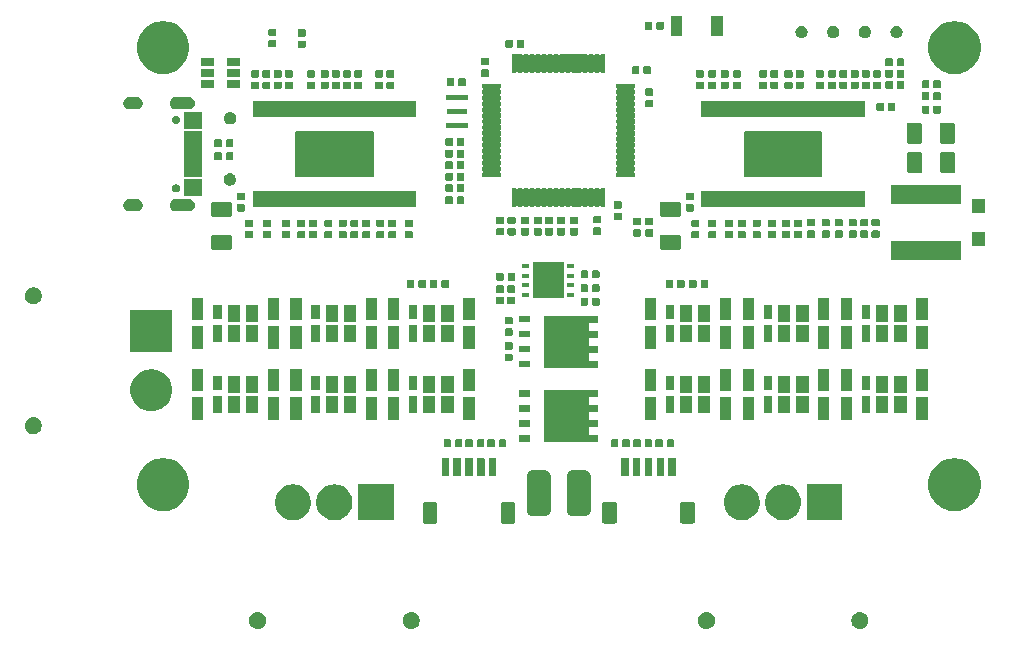
<source format=gbr>
%TF.GenerationSoftware,KiCad,Pcbnew,(5.1.5)-3*%
%TF.CreationDate,2021-04-30T11:05:51+08:00*%
%TF.ProjectId,bldc_motor_cntroller,626c6463-5f6d-46f7-946f-725f636e7472,rev?*%
%TF.SameCoordinates,PX57bcf00PY69db9c0*%
%TF.FileFunction,Soldermask,Top*%
%TF.FilePolarity,Negative*%
%FSLAX46Y46*%
G04 Gerber Fmt 4.6, Leading zero omitted, Abs format (unit mm)*
G04 Created by KiCad (PCBNEW (5.1.5)-3) date 2021-04-30 11:05:51*
%MOMM*%
%LPD*%
G04 APERTURE LIST*
%ADD10C,0.152400*%
%ADD11C,0.100000*%
G04 APERTURE END LIST*
D10*
%TO.C,U1*%
X70175000Y43400000D02*
X70175000Y43400000D01*
X70175000Y43400000D02*
X70175000Y43400000D01*
X70175000Y42600000D02*
X70175000Y42600000D01*
X70175000Y42600000D02*
X70175000Y42600000D01*
X70175000Y42600000D02*
X70175000Y43400000D01*
X63825000Y43400000D02*
X63825000Y43400000D01*
X63825000Y43400000D02*
X63825000Y43400000D01*
X63825000Y42600000D02*
X63825000Y42600000D01*
X63825000Y42600000D02*
X63825000Y42600000D01*
X63825000Y42600000D02*
X63825000Y43400000D01*
X70238500Y44868500D02*
X70238500Y41131500D01*
X70238500Y41131500D02*
X69955900Y41131500D01*
X69955900Y41131500D02*
X69955900Y44868500D01*
X69955900Y44868500D02*
X70238500Y44868500D01*
X69555900Y44868500D02*
X69555900Y41131500D01*
X69555900Y41131500D02*
X69168500Y41131500D01*
X69168500Y41131500D02*
X69168500Y44868500D01*
X69168500Y44868500D02*
X69555900Y44868500D01*
X68768500Y44868500D02*
X68768500Y41131500D01*
X68768500Y41131500D02*
X68381100Y41131500D01*
X68381100Y41131500D02*
X68381100Y44868500D01*
X68381100Y44868500D02*
X68768500Y44868500D01*
X67981100Y44868500D02*
X67981100Y41131500D01*
X67981100Y41131500D02*
X67593700Y41131500D01*
X67593700Y41131500D02*
X67593700Y44868500D01*
X67593700Y44868500D02*
X67981100Y44868500D01*
X67193700Y44868500D02*
X67193700Y41131500D01*
X67193700Y41131500D02*
X66806300Y41131500D01*
X66806300Y41131500D02*
X66806300Y44868500D01*
X66806300Y44868500D02*
X67193700Y44868500D01*
X66406300Y44868500D02*
X66406300Y41131500D01*
X66406300Y41131500D02*
X66018900Y41131500D01*
X66018900Y41131500D02*
X66018900Y44868500D01*
X66018900Y44868500D02*
X66406300Y44868500D01*
X65618900Y44868500D02*
X65618900Y41131500D01*
X65618900Y41131500D02*
X65231500Y41131500D01*
X65231500Y41131500D02*
X65231500Y44868500D01*
X65231500Y44868500D02*
X65618900Y44868500D01*
X64831500Y44868500D02*
X64831500Y41131500D01*
X64831500Y41131500D02*
X64444100Y41131500D01*
X64444100Y41131500D02*
X64444100Y44868500D01*
X64444100Y44868500D02*
X64831500Y44868500D01*
X64044100Y44868500D02*
X64044100Y41131500D01*
X64044100Y41131500D02*
X63761500Y41131500D01*
X63761500Y41131500D02*
X63761500Y44868500D01*
X63761500Y44868500D02*
X64044100Y44868500D01*
X70238500Y44868500D02*
X70238500Y44381100D01*
X70238500Y44381100D02*
X63761500Y44381100D01*
X63761500Y44381100D02*
X63761500Y44868500D01*
X63761500Y44868500D02*
X70238500Y44868500D01*
X70238500Y43593700D02*
X70238500Y43981100D01*
X70238500Y43981100D02*
X63761500Y43981100D01*
X63761500Y43981100D02*
X63761500Y43593700D01*
X63761500Y43593700D02*
X70238500Y43593700D01*
X70238500Y42806300D02*
X70238500Y43193700D01*
X70238500Y43193700D02*
X63761500Y43193700D01*
X63761500Y43193700D02*
X63761500Y42806300D01*
X63761500Y42806300D02*
X70238500Y42806300D01*
X70238500Y42018900D02*
X70238500Y42406300D01*
X70238500Y42406300D02*
X63761500Y42406300D01*
X63761500Y42406300D02*
X63761500Y42018900D01*
X63761500Y42018900D02*
X70238500Y42018900D01*
X70238500Y41618900D02*
X70238500Y41131500D01*
X70238500Y41131500D02*
X63761500Y41131500D01*
X63761500Y41131500D02*
X63761500Y41618900D01*
X63761500Y41618900D02*
X70238500Y41618900D01*
%TO.C,U2*%
X25761500Y41618900D02*
X32238500Y41618900D01*
X25761500Y41131500D02*
X25761500Y41618900D01*
X32238500Y41131500D02*
X25761500Y41131500D01*
X32238500Y41618900D02*
X32238500Y41131500D01*
X25761500Y42018900D02*
X32238500Y42018900D01*
X25761500Y42406300D02*
X25761500Y42018900D01*
X32238500Y42406300D02*
X25761500Y42406300D01*
X32238500Y42018900D02*
X32238500Y42406300D01*
X25761500Y42806300D02*
X32238500Y42806300D01*
X25761500Y43193700D02*
X25761500Y42806300D01*
X32238500Y43193700D02*
X25761500Y43193700D01*
X32238500Y42806300D02*
X32238500Y43193700D01*
X25761500Y43593700D02*
X32238500Y43593700D01*
X25761500Y43981100D02*
X25761500Y43593700D01*
X32238500Y43981100D02*
X25761500Y43981100D01*
X32238500Y43593700D02*
X32238500Y43981100D01*
X25761500Y44868500D02*
X32238500Y44868500D01*
X25761500Y44381100D02*
X25761500Y44868500D01*
X32238500Y44381100D02*
X25761500Y44381100D01*
X32238500Y44868500D02*
X32238500Y44381100D01*
X25761500Y44868500D02*
X26044100Y44868500D01*
X25761500Y41131500D02*
X25761500Y44868500D01*
X26044100Y41131500D02*
X25761500Y41131500D01*
X26044100Y44868500D02*
X26044100Y41131500D01*
X26444100Y44868500D02*
X26831500Y44868500D01*
X26444100Y41131500D02*
X26444100Y44868500D01*
X26831500Y41131500D02*
X26444100Y41131500D01*
X26831500Y44868500D02*
X26831500Y41131500D01*
X27231500Y44868500D02*
X27618900Y44868500D01*
X27231500Y41131500D02*
X27231500Y44868500D01*
X27618900Y41131500D02*
X27231500Y41131500D01*
X27618900Y44868500D02*
X27618900Y41131500D01*
X28018900Y44868500D02*
X28406300Y44868500D01*
X28018900Y41131500D02*
X28018900Y44868500D01*
X28406300Y41131500D02*
X28018900Y41131500D01*
X28406300Y44868500D02*
X28406300Y41131500D01*
X28806300Y44868500D02*
X29193700Y44868500D01*
X28806300Y41131500D02*
X28806300Y44868500D01*
X29193700Y41131500D02*
X28806300Y41131500D01*
X29193700Y44868500D02*
X29193700Y41131500D01*
X29593700Y44868500D02*
X29981100Y44868500D01*
X29593700Y41131500D02*
X29593700Y44868500D01*
X29981100Y41131500D02*
X29593700Y41131500D01*
X29981100Y44868500D02*
X29981100Y41131500D01*
X30381100Y44868500D02*
X30768500Y44868500D01*
X30381100Y41131500D02*
X30381100Y44868500D01*
X30768500Y41131500D02*
X30381100Y41131500D01*
X30768500Y44868500D02*
X30768500Y41131500D01*
X31168500Y44868500D02*
X31555900Y44868500D01*
X31168500Y41131500D02*
X31168500Y44868500D01*
X31555900Y41131500D02*
X31168500Y41131500D01*
X31555900Y44868500D02*
X31555900Y41131500D01*
X31955900Y44868500D02*
X32238500Y44868500D01*
X31955900Y41131500D02*
X31955900Y44868500D01*
X32238500Y41131500D02*
X31955900Y41131500D01*
X32238500Y44868500D02*
X32238500Y41131500D01*
X25825000Y42600000D02*
X25825000Y43400000D01*
X25825000Y42600000D02*
X25825000Y42600000D01*
X25825000Y42600000D02*
X25825000Y42600000D01*
X25825000Y43400000D02*
X25825000Y43400000D01*
X25825000Y43400000D02*
X25825000Y43400000D01*
X32175000Y42600000D02*
X32175000Y43400000D01*
X32175000Y42600000D02*
X32175000Y42600000D01*
X32175000Y42600000D02*
X32175000Y42600000D01*
X32175000Y43400000D02*
X32175000Y43400000D01*
X32175000Y43400000D02*
X32175000Y43400000D01*
D11*
G36*
X35710308Y4193293D02*
G01*
X35710310Y4193292D01*
X35710311Y4193292D01*
X35758781Y4173215D01*
X35841522Y4138942D01*
X35959611Y4060038D01*
X36060038Y3959611D01*
X36138942Y3841522D01*
X36193293Y3710308D01*
X36221000Y3571012D01*
X36221000Y3428988D01*
X36193293Y3289692D01*
X36138942Y3158478D01*
X36060038Y3040389D01*
X35959611Y2939962D01*
X35841522Y2861058D01*
X35758781Y2826785D01*
X35710311Y2806708D01*
X35710310Y2806708D01*
X35710308Y2806707D01*
X35571012Y2779000D01*
X35428988Y2779000D01*
X35289692Y2806707D01*
X35289690Y2806708D01*
X35289689Y2806708D01*
X35241219Y2826785D01*
X35158478Y2861058D01*
X35040389Y2939962D01*
X34939962Y3040389D01*
X34861058Y3158478D01*
X34806707Y3289692D01*
X34779000Y3428988D01*
X34779000Y3571012D01*
X34806707Y3710308D01*
X34861058Y3841522D01*
X34939962Y3959611D01*
X35040389Y4060038D01*
X35158478Y4138942D01*
X35241219Y4173215D01*
X35289689Y4193292D01*
X35289690Y4193292D01*
X35289692Y4193293D01*
X35428988Y4221000D01*
X35571012Y4221000D01*
X35710308Y4193293D01*
G37*
G36*
X60710308Y4193293D02*
G01*
X60710310Y4193292D01*
X60710311Y4193292D01*
X60758781Y4173215D01*
X60841522Y4138942D01*
X60959611Y4060038D01*
X61060038Y3959611D01*
X61138942Y3841522D01*
X61193293Y3710308D01*
X61221000Y3571012D01*
X61221000Y3428988D01*
X61193293Y3289692D01*
X61138942Y3158478D01*
X61060038Y3040389D01*
X60959611Y2939962D01*
X60841522Y2861058D01*
X60758781Y2826785D01*
X60710311Y2806708D01*
X60710310Y2806708D01*
X60710308Y2806707D01*
X60571012Y2779000D01*
X60428988Y2779000D01*
X60289692Y2806707D01*
X60289690Y2806708D01*
X60289689Y2806708D01*
X60241219Y2826785D01*
X60158478Y2861058D01*
X60040389Y2939962D01*
X59939962Y3040389D01*
X59861058Y3158478D01*
X59806707Y3289692D01*
X59779000Y3428988D01*
X59779000Y3571012D01*
X59806707Y3710308D01*
X59861058Y3841522D01*
X59939962Y3959611D01*
X60040389Y4060038D01*
X60158478Y4138942D01*
X60241219Y4173215D01*
X60289689Y4193292D01*
X60289690Y4193292D01*
X60289692Y4193293D01*
X60428988Y4221000D01*
X60571012Y4221000D01*
X60710308Y4193293D01*
G37*
G36*
X73710308Y4193293D02*
G01*
X73710310Y4193292D01*
X73710311Y4193292D01*
X73758781Y4173215D01*
X73841522Y4138942D01*
X73959611Y4060038D01*
X74060038Y3959611D01*
X74138942Y3841522D01*
X74193293Y3710308D01*
X74221000Y3571012D01*
X74221000Y3428988D01*
X74193293Y3289692D01*
X74138942Y3158478D01*
X74060038Y3040389D01*
X73959611Y2939962D01*
X73841522Y2861058D01*
X73758781Y2826785D01*
X73710311Y2806708D01*
X73710310Y2806708D01*
X73710308Y2806707D01*
X73571012Y2779000D01*
X73428988Y2779000D01*
X73289692Y2806707D01*
X73289690Y2806708D01*
X73289689Y2806708D01*
X73241219Y2826785D01*
X73158478Y2861058D01*
X73040389Y2939962D01*
X72939962Y3040389D01*
X72861058Y3158478D01*
X72806707Y3289692D01*
X72779000Y3428988D01*
X72779000Y3571012D01*
X72806707Y3710308D01*
X72861058Y3841522D01*
X72939962Y3959611D01*
X73040389Y4060038D01*
X73158478Y4138942D01*
X73241219Y4173215D01*
X73289689Y4193292D01*
X73289690Y4193292D01*
X73289692Y4193293D01*
X73428988Y4221000D01*
X73571012Y4221000D01*
X73710308Y4193293D01*
G37*
G36*
X22710308Y4193293D02*
G01*
X22710310Y4193292D01*
X22710311Y4193292D01*
X22758781Y4173215D01*
X22841522Y4138942D01*
X22959611Y4060038D01*
X23060038Y3959611D01*
X23138942Y3841522D01*
X23193293Y3710308D01*
X23221000Y3571012D01*
X23221000Y3428988D01*
X23193293Y3289692D01*
X23138942Y3158478D01*
X23060038Y3040389D01*
X22959611Y2939962D01*
X22841522Y2861058D01*
X22758781Y2826785D01*
X22710311Y2806708D01*
X22710310Y2806708D01*
X22710308Y2806707D01*
X22571012Y2779000D01*
X22428988Y2779000D01*
X22289692Y2806707D01*
X22289690Y2806708D01*
X22289689Y2806708D01*
X22241219Y2826785D01*
X22158478Y2861058D01*
X22040389Y2939962D01*
X21939962Y3040389D01*
X21861058Y3158478D01*
X21806707Y3289692D01*
X21779000Y3428988D01*
X21779000Y3571012D01*
X21806707Y3710308D01*
X21861058Y3841522D01*
X21939962Y3959611D01*
X22040389Y4060038D01*
X22158478Y4138942D01*
X22241219Y4173215D01*
X22289689Y4193292D01*
X22289690Y4193292D01*
X22289692Y4193293D01*
X22428988Y4221000D01*
X22571012Y4221000D01*
X22710308Y4193293D01*
G37*
G36*
X37554906Y13541609D02*
G01*
X37593511Y13529898D01*
X37629093Y13510879D01*
X37660283Y13485283D01*
X37685879Y13454093D01*
X37704898Y13418511D01*
X37716609Y13379906D01*
X37721000Y13335326D01*
X37721000Y11914674D01*
X37716609Y11870094D01*
X37704898Y11831489D01*
X37685879Y11795907D01*
X37660283Y11764717D01*
X37629093Y11739121D01*
X37593511Y11720102D01*
X37554906Y11708391D01*
X37510326Y11704000D01*
X36689674Y11704000D01*
X36645094Y11708391D01*
X36606489Y11720102D01*
X36570907Y11739121D01*
X36539717Y11764717D01*
X36514121Y11795907D01*
X36495102Y11831489D01*
X36483391Y11870094D01*
X36479000Y11914674D01*
X36479000Y13335326D01*
X36483391Y13379906D01*
X36495102Y13418511D01*
X36514121Y13454093D01*
X36539717Y13485283D01*
X36570907Y13510879D01*
X36606489Y13529898D01*
X36645094Y13541609D01*
X36689674Y13546000D01*
X37510326Y13546000D01*
X37554906Y13541609D01*
G37*
G36*
X59354906Y13541609D02*
G01*
X59393511Y13529898D01*
X59429093Y13510879D01*
X59460283Y13485283D01*
X59485879Y13454093D01*
X59504898Y13418511D01*
X59516609Y13379906D01*
X59521000Y13335326D01*
X59521000Y11914674D01*
X59516609Y11870094D01*
X59504898Y11831489D01*
X59485879Y11795907D01*
X59460283Y11764717D01*
X59429093Y11739121D01*
X59393511Y11720102D01*
X59354906Y11708391D01*
X59310326Y11704000D01*
X58489674Y11704000D01*
X58445094Y11708391D01*
X58406489Y11720102D01*
X58370907Y11739121D01*
X58339717Y11764717D01*
X58314121Y11795907D01*
X58295102Y11831489D01*
X58283391Y11870094D01*
X58279000Y11914674D01*
X58279000Y13335326D01*
X58283391Y13379906D01*
X58295102Y13418511D01*
X58314121Y13454093D01*
X58339717Y13485283D01*
X58370907Y13510879D01*
X58406489Y13529898D01*
X58445094Y13541609D01*
X58489674Y13546000D01*
X59310326Y13546000D01*
X59354906Y13541609D01*
G37*
G36*
X52754906Y13541609D02*
G01*
X52793511Y13529898D01*
X52829093Y13510879D01*
X52860283Y13485283D01*
X52885879Y13454093D01*
X52904898Y13418511D01*
X52916609Y13379906D01*
X52921000Y13335326D01*
X52921000Y11914674D01*
X52916609Y11870094D01*
X52904898Y11831489D01*
X52885879Y11795907D01*
X52860283Y11764717D01*
X52829093Y11739121D01*
X52793511Y11720102D01*
X52754906Y11708391D01*
X52710326Y11704000D01*
X51889674Y11704000D01*
X51845094Y11708391D01*
X51806489Y11720102D01*
X51770907Y11739121D01*
X51739717Y11764717D01*
X51714121Y11795907D01*
X51695102Y11831489D01*
X51683391Y11870094D01*
X51679000Y11914674D01*
X51679000Y13335326D01*
X51683391Y13379906D01*
X51695102Y13418511D01*
X51714121Y13454093D01*
X51739717Y13485283D01*
X51770907Y13510879D01*
X51806489Y13529898D01*
X51845094Y13541609D01*
X51889674Y13546000D01*
X52710326Y13546000D01*
X52754906Y13541609D01*
G37*
G36*
X44154906Y13541609D02*
G01*
X44193511Y13529898D01*
X44229093Y13510879D01*
X44260283Y13485283D01*
X44285879Y13454093D01*
X44304898Y13418511D01*
X44316609Y13379906D01*
X44321000Y13335326D01*
X44321000Y11914674D01*
X44316609Y11870094D01*
X44304898Y11831489D01*
X44285879Y11795907D01*
X44260283Y11764717D01*
X44229093Y11739121D01*
X44193511Y11720102D01*
X44154906Y11708391D01*
X44110326Y11704000D01*
X43289674Y11704000D01*
X43245094Y11708391D01*
X43206489Y11720102D01*
X43170907Y11739121D01*
X43139717Y11764717D01*
X43114121Y11795907D01*
X43095102Y11831489D01*
X43083391Y11870094D01*
X43079000Y11914674D01*
X43079000Y13335326D01*
X43083391Y13379906D01*
X43095102Y13418511D01*
X43114121Y13454093D01*
X43139717Y13485283D01*
X43170907Y13510879D01*
X43206489Y13529898D01*
X43245094Y13541609D01*
X43289674Y13546000D01*
X44110326Y13546000D01*
X44154906Y13541609D01*
G37*
G36*
X25723269Y15006387D02*
G01*
X25943662Y14962548D01*
X26220464Y14847893D01*
X26469580Y14681439D01*
X26681439Y14469580D01*
X26847893Y14220464D01*
X26962548Y13943662D01*
X26977237Y13869814D01*
X27021000Y13649805D01*
X27021000Y13350195D01*
X27018042Y13335326D01*
X26962548Y13056338D01*
X26847893Y12779536D01*
X26681439Y12530420D01*
X26469580Y12318561D01*
X26220464Y12152107D01*
X25943662Y12037452D01*
X25723268Y11993613D01*
X25649805Y11979000D01*
X25350195Y11979000D01*
X25276731Y11993613D01*
X25056338Y12037452D01*
X24779536Y12152107D01*
X24530420Y12318561D01*
X24318561Y12530420D01*
X24152107Y12779536D01*
X24037452Y13056338D01*
X23981958Y13335326D01*
X23979000Y13350195D01*
X23979000Y13649805D01*
X24022763Y13869814D01*
X24037452Y13943662D01*
X24152107Y14220464D01*
X24318561Y14469580D01*
X24530420Y14681439D01*
X24779536Y14847893D01*
X25056338Y14962548D01*
X25276732Y15006387D01*
X25350195Y15021000D01*
X25649805Y15021000D01*
X25723269Y15006387D01*
G37*
G36*
X29223269Y15006387D02*
G01*
X29443662Y14962548D01*
X29720464Y14847893D01*
X29969580Y14681439D01*
X30181439Y14469580D01*
X30347893Y14220464D01*
X30462548Y13943662D01*
X30477237Y13869814D01*
X30521000Y13649805D01*
X30521000Y13350195D01*
X30518042Y13335326D01*
X30462548Y13056338D01*
X30347893Y12779536D01*
X30181439Y12530420D01*
X29969580Y12318561D01*
X29720464Y12152107D01*
X29443662Y12037452D01*
X29223268Y11993613D01*
X29149805Y11979000D01*
X28850195Y11979000D01*
X28776731Y11993613D01*
X28556338Y12037452D01*
X28279536Y12152107D01*
X28030420Y12318561D01*
X27818561Y12530420D01*
X27652107Y12779536D01*
X27537452Y13056338D01*
X27481958Y13335326D01*
X27479000Y13350195D01*
X27479000Y13649805D01*
X27522763Y13869814D01*
X27537452Y13943662D01*
X27652107Y14220464D01*
X27818561Y14469580D01*
X28030420Y14681439D01*
X28279536Y14847893D01*
X28556338Y14962548D01*
X28776732Y15006387D01*
X28850195Y15021000D01*
X29149805Y15021000D01*
X29223269Y15006387D01*
G37*
G36*
X72021000Y11979000D02*
G01*
X68979000Y11979000D01*
X68979000Y15021000D01*
X72021000Y15021000D01*
X72021000Y11979000D01*
G37*
G36*
X67223269Y15006387D02*
G01*
X67443662Y14962548D01*
X67720464Y14847893D01*
X67969580Y14681439D01*
X68181439Y14469580D01*
X68347893Y14220464D01*
X68462548Y13943662D01*
X68477237Y13869814D01*
X68521000Y13649805D01*
X68521000Y13350195D01*
X68518042Y13335326D01*
X68462548Y13056338D01*
X68347893Y12779536D01*
X68181439Y12530420D01*
X67969580Y12318561D01*
X67720464Y12152107D01*
X67443662Y12037452D01*
X67223268Y11993613D01*
X67149805Y11979000D01*
X66850195Y11979000D01*
X66776731Y11993613D01*
X66556338Y12037452D01*
X66279536Y12152107D01*
X66030420Y12318561D01*
X65818561Y12530420D01*
X65652107Y12779536D01*
X65537452Y13056338D01*
X65481958Y13335326D01*
X65479000Y13350195D01*
X65479000Y13649805D01*
X65522763Y13869814D01*
X65537452Y13943662D01*
X65652107Y14220464D01*
X65818561Y14469580D01*
X66030420Y14681439D01*
X66279536Y14847893D01*
X66556338Y14962548D01*
X66776732Y15006387D01*
X66850195Y15021000D01*
X67149805Y15021000D01*
X67223269Y15006387D01*
G37*
G36*
X63723269Y15006387D02*
G01*
X63943662Y14962548D01*
X64220464Y14847893D01*
X64469580Y14681439D01*
X64681439Y14469580D01*
X64847893Y14220464D01*
X64962548Y13943662D01*
X64977237Y13869814D01*
X65021000Y13649805D01*
X65021000Y13350195D01*
X65018042Y13335326D01*
X64962548Y13056338D01*
X64847893Y12779536D01*
X64681439Y12530420D01*
X64469580Y12318561D01*
X64220464Y12152107D01*
X63943662Y12037452D01*
X63723268Y11993613D01*
X63649805Y11979000D01*
X63350195Y11979000D01*
X63276731Y11993613D01*
X63056338Y12037452D01*
X62779536Y12152107D01*
X62530420Y12318561D01*
X62318561Y12530420D01*
X62152107Y12779536D01*
X62037452Y13056338D01*
X61981958Y13335326D01*
X61979000Y13350195D01*
X61979000Y13649805D01*
X62022763Y13869814D01*
X62037452Y13943662D01*
X62152107Y14220464D01*
X62318561Y14469580D01*
X62530420Y14681439D01*
X62779536Y14847893D01*
X63056338Y14962548D01*
X63276732Y15006387D01*
X63350195Y15021000D01*
X63649805Y15021000D01*
X63723269Y15006387D01*
G37*
G36*
X34021000Y11979000D02*
G01*
X30979000Y11979000D01*
X30979000Y15021000D01*
X34021000Y15021000D01*
X34021000Y11979000D01*
G37*
G36*
X46946230Y16211628D02*
G01*
X47033474Y16185163D01*
X47113876Y16142188D01*
X47184350Y16084350D01*
X47242188Y16013876D01*
X47285163Y15933474D01*
X47311628Y15846230D01*
X47321000Y15751074D01*
X47321000Y12848926D01*
X47311628Y12753770D01*
X47285163Y12666526D01*
X47242188Y12586124D01*
X47184350Y12515650D01*
X47113876Y12457812D01*
X47033474Y12414837D01*
X46946230Y12388372D01*
X46851074Y12379000D01*
X45748926Y12379000D01*
X45653770Y12388372D01*
X45566526Y12414837D01*
X45486124Y12457812D01*
X45415650Y12515650D01*
X45357812Y12586124D01*
X45314837Y12666526D01*
X45288372Y12753770D01*
X45279000Y12848926D01*
X45279000Y15751074D01*
X45288372Y15846230D01*
X45314837Y15933474D01*
X45357812Y16013876D01*
X45415650Y16084350D01*
X45486124Y16142188D01*
X45566526Y16185163D01*
X45653770Y16211628D01*
X45748926Y16221000D01*
X46851074Y16221000D01*
X46946230Y16211628D01*
G37*
G36*
X50346230Y16211628D02*
G01*
X50433474Y16185163D01*
X50513876Y16142188D01*
X50584350Y16084350D01*
X50642188Y16013876D01*
X50685163Y15933474D01*
X50711628Y15846230D01*
X50721000Y15751074D01*
X50721000Y12848926D01*
X50711628Y12753770D01*
X50685163Y12666526D01*
X50642188Y12586124D01*
X50584350Y12515650D01*
X50513876Y12457812D01*
X50433474Y12414837D01*
X50346230Y12388372D01*
X50251074Y12379000D01*
X49148926Y12379000D01*
X49053770Y12388372D01*
X48966526Y12414837D01*
X48886124Y12457812D01*
X48815650Y12515650D01*
X48757812Y12586124D01*
X48714837Y12666526D01*
X48688372Y12753770D01*
X48679000Y12848926D01*
X48679000Y15751074D01*
X48688372Y15846230D01*
X48714837Y15933474D01*
X48757812Y16013876D01*
X48815650Y16084350D01*
X48886124Y16142188D01*
X48966526Y16185163D01*
X49053770Y16211628D01*
X49148926Y16221000D01*
X50251074Y16221000D01*
X50346230Y16211628D01*
G37*
G36*
X81809497Y17202949D02*
G01*
X82147845Y17135648D01*
X82552038Y16968225D01*
X82915804Y16725164D01*
X83225164Y16415804D01*
X83468225Y16052038D01*
X83635648Y15647845D01*
X83721000Y15218748D01*
X83721000Y14781252D01*
X83635648Y14352155D01*
X83468225Y13947962D01*
X83225164Y13584196D01*
X82915804Y13274836D01*
X82552038Y13031775D01*
X82147845Y12864352D01*
X81881826Y12811438D01*
X81718749Y12779000D01*
X81281251Y12779000D01*
X81118174Y12811438D01*
X80852155Y12864352D01*
X80447962Y13031775D01*
X80084196Y13274836D01*
X79774836Y13584196D01*
X79531775Y13947962D01*
X79364352Y14352155D01*
X79279000Y14781252D01*
X79279000Y15218748D01*
X79364352Y15647845D01*
X79531775Y16052038D01*
X79774836Y16415804D01*
X80084196Y16725164D01*
X80447962Y16968225D01*
X80852155Y17135648D01*
X81190503Y17202949D01*
X81281251Y17221000D01*
X81718749Y17221000D01*
X81809497Y17202949D01*
G37*
G36*
X14809497Y17202949D02*
G01*
X15147845Y17135648D01*
X15552038Y16968225D01*
X15915804Y16725164D01*
X16225164Y16415804D01*
X16468225Y16052038D01*
X16635648Y15647845D01*
X16721000Y15218748D01*
X16721000Y14781252D01*
X16635648Y14352155D01*
X16468225Y13947962D01*
X16225164Y13584196D01*
X15915804Y13274836D01*
X15552038Y13031775D01*
X15147845Y12864352D01*
X14881826Y12811438D01*
X14718749Y12779000D01*
X14281251Y12779000D01*
X14118174Y12811438D01*
X13852155Y12864352D01*
X13447962Y13031775D01*
X13084196Y13274836D01*
X12774836Y13584196D01*
X12531775Y13947962D01*
X12364352Y14352155D01*
X12279000Y14781252D01*
X12279000Y15218748D01*
X12364352Y15647845D01*
X12531775Y16052038D01*
X12774836Y16415804D01*
X13084196Y16725164D01*
X13447962Y16968225D01*
X13852155Y17135648D01*
X14190503Y17202949D01*
X14281251Y17221000D01*
X14718749Y17221000D01*
X14809497Y17202949D01*
G37*
G36*
X53827949Y17293353D02*
G01*
X53849535Y17286805D01*
X53869426Y17276173D01*
X53886863Y17261863D01*
X53901173Y17244426D01*
X53911805Y17224535D01*
X53918353Y17202949D01*
X53921000Y17176074D01*
X53921000Y15823926D01*
X53918353Y15797051D01*
X53911805Y15775465D01*
X53901173Y15755574D01*
X53886863Y15738137D01*
X53869426Y15723827D01*
X53849535Y15713195D01*
X53827949Y15706647D01*
X53801074Y15704000D01*
X53398926Y15704000D01*
X53372051Y15706647D01*
X53350465Y15713195D01*
X53330574Y15723827D01*
X53313137Y15738137D01*
X53298827Y15755574D01*
X53288195Y15775465D01*
X53281647Y15797051D01*
X53279000Y15823926D01*
X53279000Y17176074D01*
X53281647Y17202949D01*
X53288195Y17224535D01*
X53298827Y17244426D01*
X53313137Y17261863D01*
X53330574Y17276173D01*
X53350465Y17286805D01*
X53372051Y17293353D01*
X53398926Y17296000D01*
X53801074Y17296000D01*
X53827949Y17293353D01*
G37*
G36*
X39627949Y17293353D02*
G01*
X39649535Y17286805D01*
X39669426Y17276173D01*
X39686863Y17261863D01*
X39701173Y17244426D01*
X39711805Y17224535D01*
X39718353Y17202949D01*
X39721000Y17176074D01*
X39721000Y15823926D01*
X39718353Y15797051D01*
X39711805Y15775465D01*
X39701173Y15755574D01*
X39686863Y15738137D01*
X39669426Y15723827D01*
X39649535Y15713195D01*
X39627949Y15706647D01*
X39601074Y15704000D01*
X39198926Y15704000D01*
X39172051Y15706647D01*
X39150465Y15713195D01*
X39130574Y15723827D01*
X39113137Y15738137D01*
X39098827Y15755574D01*
X39088195Y15775465D01*
X39081647Y15797051D01*
X39079000Y15823926D01*
X39079000Y17176074D01*
X39081647Y17202949D01*
X39088195Y17224535D01*
X39098827Y17244426D01*
X39113137Y17261863D01*
X39130574Y17276173D01*
X39150465Y17286805D01*
X39172051Y17293353D01*
X39198926Y17296000D01*
X39601074Y17296000D01*
X39627949Y17293353D01*
G37*
G36*
X38627949Y17293353D02*
G01*
X38649535Y17286805D01*
X38669426Y17276173D01*
X38686863Y17261863D01*
X38701173Y17244426D01*
X38711805Y17224535D01*
X38718353Y17202949D01*
X38721000Y17176074D01*
X38721000Y15823926D01*
X38718353Y15797051D01*
X38711805Y15775465D01*
X38701173Y15755574D01*
X38686863Y15738137D01*
X38669426Y15723827D01*
X38649535Y15713195D01*
X38627949Y15706647D01*
X38601074Y15704000D01*
X38198926Y15704000D01*
X38172051Y15706647D01*
X38150465Y15713195D01*
X38130574Y15723827D01*
X38113137Y15738137D01*
X38098827Y15755574D01*
X38088195Y15775465D01*
X38081647Y15797051D01*
X38079000Y15823926D01*
X38079000Y17176074D01*
X38081647Y17202949D01*
X38088195Y17224535D01*
X38098827Y17244426D01*
X38113137Y17261863D01*
X38130574Y17276173D01*
X38150465Y17286805D01*
X38172051Y17293353D01*
X38198926Y17296000D01*
X38601074Y17296000D01*
X38627949Y17293353D01*
G37*
G36*
X40627949Y17293353D02*
G01*
X40649535Y17286805D01*
X40669426Y17276173D01*
X40686863Y17261863D01*
X40701173Y17244426D01*
X40711805Y17224535D01*
X40718353Y17202949D01*
X40721000Y17176074D01*
X40721000Y15823926D01*
X40718353Y15797051D01*
X40711805Y15775465D01*
X40701173Y15755574D01*
X40686863Y15738137D01*
X40669426Y15723827D01*
X40649535Y15713195D01*
X40627949Y15706647D01*
X40601074Y15704000D01*
X40198926Y15704000D01*
X40172051Y15706647D01*
X40150465Y15713195D01*
X40130574Y15723827D01*
X40113137Y15738137D01*
X40098827Y15755574D01*
X40088195Y15775465D01*
X40081647Y15797051D01*
X40079000Y15823926D01*
X40079000Y17176074D01*
X40081647Y17202949D01*
X40088195Y17224535D01*
X40098827Y17244426D01*
X40113137Y17261863D01*
X40130574Y17276173D01*
X40150465Y17286805D01*
X40172051Y17293353D01*
X40198926Y17296000D01*
X40601074Y17296000D01*
X40627949Y17293353D01*
G37*
G36*
X41627949Y17293353D02*
G01*
X41649535Y17286805D01*
X41669426Y17276173D01*
X41686863Y17261863D01*
X41701173Y17244426D01*
X41711805Y17224535D01*
X41718353Y17202949D01*
X41721000Y17176074D01*
X41721000Y15823926D01*
X41718353Y15797051D01*
X41711805Y15775465D01*
X41701173Y15755574D01*
X41686863Y15738137D01*
X41669426Y15723827D01*
X41649535Y15713195D01*
X41627949Y15706647D01*
X41601074Y15704000D01*
X41198926Y15704000D01*
X41172051Y15706647D01*
X41150465Y15713195D01*
X41130574Y15723827D01*
X41113137Y15738137D01*
X41098827Y15755574D01*
X41088195Y15775465D01*
X41081647Y15797051D01*
X41079000Y15823926D01*
X41079000Y17176074D01*
X41081647Y17202949D01*
X41088195Y17224535D01*
X41098827Y17244426D01*
X41113137Y17261863D01*
X41130574Y17276173D01*
X41150465Y17286805D01*
X41172051Y17293353D01*
X41198926Y17296000D01*
X41601074Y17296000D01*
X41627949Y17293353D01*
G37*
G36*
X42627949Y17293353D02*
G01*
X42649535Y17286805D01*
X42669426Y17276173D01*
X42686863Y17261863D01*
X42701173Y17244426D01*
X42711805Y17224535D01*
X42718353Y17202949D01*
X42721000Y17176074D01*
X42721000Y15823926D01*
X42718353Y15797051D01*
X42711805Y15775465D01*
X42701173Y15755574D01*
X42686863Y15738137D01*
X42669426Y15723827D01*
X42649535Y15713195D01*
X42627949Y15706647D01*
X42601074Y15704000D01*
X42198926Y15704000D01*
X42172051Y15706647D01*
X42150465Y15713195D01*
X42130574Y15723827D01*
X42113137Y15738137D01*
X42098827Y15755574D01*
X42088195Y15775465D01*
X42081647Y15797051D01*
X42079000Y15823926D01*
X42079000Y17176074D01*
X42081647Y17202949D01*
X42088195Y17224535D01*
X42098827Y17244426D01*
X42113137Y17261863D01*
X42130574Y17276173D01*
X42150465Y17286805D01*
X42172051Y17293353D01*
X42198926Y17296000D01*
X42601074Y17296000D01*
X42627949Y17293353D01*
G37*
G36*
X54827949Y17293353D02*
G01*
X54849535Y17286805D01*
X54869426Y17276173D01*
X54886863Y17261863D01*
X54901173Y17244426D01*
X54911805Y17224535D01*
X54918353Y17202949D01*
X54921000Y17176074D01*
X54921000Y15823926D01*
X54918353Y15797051D01*
X54911805Y15775465D01*
X54901173Y15755574D01*
X54886863Y15738137D01*
X54869426Y15723827D01*
X54849535Y15713195D01*
X54827949Y15706647D01*
X54801074Y15704000D01*
X54398926Y15704000D01*
X54372051Y15706647D01*
X54350465Y15713195D01*
X54330574Y15723827D01*
X54313137Y15738137D01*
X54298827Y15755574D01*
X54288195Y15775465D01*
X54281647Y15797051D01*
X54279000Y15823926D01*
X54279000Y17176074D01*
X54281647Y17202949D01*
X54288195Y17224535D01*
X54298827Y17244426D01*
X54313137Y17261863D01*
X54330574Y17276173D01*
X54350465Y17286805D01*
X54372051Y17293353D01*
X54398926Y17296000D01*
X54801074Y17296000D01*
X54827949Y17293353D01*
G37*
G36*
X55827949Y17293353D02*
G01*
X55849535Y17286805D01*
X55869426Y17276173D01*
X55886863Y17261863D01*
X55901173Y17244426D01*
X55911805Y17224535D01*
X55918353Y17202949D01*
X55921000Y17176074D01*
X55921000Y15823926D01*
X55918353Y15797051D01*
X55911805Y15775465D01*
X55901173Y15755574D01*
X55886863Y15738137D01*
X55869426Y15723827D01*
X55849535Y15713195D01*
X55827949Y15706647D01*
X55801074Y15704000D01*
X55398926Y15704000D01*
X55372051Y15706647D01*
X55350465Y15713195D01*
X55330574Y15723827D01*
X55313137Y15738137D01*
X55298827Y15755574D01*
X55288195Y15775465D01*
X55281647Y15797051D01*
X55279000Y15823926D01*
X55279000Y17176074D01*
X55281647Y17202949D01*
X55288195Y17224535D01*
X55298827Y17244426D01*
X55313137Y17261863D01*
X55330574Y17276173D01*
X55350465Y17286805D01*
X55372051Y17293353D01*
X55398926Y17296000D01*
X55801074Y17296000D01*
X55827949Y17293353D01*
G37*
G36*
X57827949Y17293353D02*
G01*
X57849535Y17286805D01*
X57869426Y17276173D01*
X57886863Y17261863D01*
X57901173Y17244426D01*
X57911805Y17224535D01*
X57918353Y17202949D01*
X57921000Y17176074D01*
X57921000Y15823926D01*
X57918353Y15797051D01*
X57911805Y15775465D01*
X57901173Y15755574D01*
X57886863Y15738137D01*
X57869426Y15723827D01*
X57849535Y15713195D01*
X57827949Y15706647D01*
X57801074Y15704000D01*
X57398926Y15704000D01*
X57372051Y15706647D01*
X57350465Y15713195D01*
X57330574Y15723827D01*
X57313137Y15738137D01*
X57298827Y15755574D01*
X57288195Y15775465D01*
X57281647Y15797051D01*
X57279000Y15823926D01*
X57279000Y17176074D01*
X57281647Y17202949D01*
X57288195Y17224535D01*
X57298827Y17244426D01*
X57313137Y17261863D01*
X57330574Y17276173D01*
X57350465Y17286805D01*
X57372051Y17293353D01*
X57398926Y17296000D01*
X57801074Y17296000D01*
X57827949Y17293353D01*
G37*
G36*
X56827949Y17293353D02*
G01*
X56849535Y17286805D01*
X56869426Y17276173D01*
X56886863Y17261863D01*
X56901173Y17244426D01*
X56911805Y17224535D01*
X56918353Y17202949D01*
X56921000Y17176074D01*
X56921000Y15823926D01*
X56918353Y15797051D01*
X56911805Y15775465D01*
X56901173Y15755574D01*
X56886863Y15738137D01*
X56869426Y15723827D01*
X56849535Y15713195D01*
X56827949Y15706647D01*
X56801074Y15704000D01*
X56398926Y15704000D01*
X56372051Y15706647D01*
X56350465Y15713195D01*
X56330574Y15723827D01*
X56313137Y15738137D01*
X56298827Y15755574D01*
X56288195Y15775465D01*
X56281647Y15797051D01*
X56279000Y15823926D01*
X56279000Y17176074D01*
X56281647Y17202949D01*
X56288195Y17224535D01*
X56298827Y17244426D01*
X56313137Y17261863D01*
X56330574Y17276173D01*
X56350465Y17286805D01*
X56372051Y17293353D01*
X56398926Y17296000D01*
X56801074Y17296000D01*
X56827949Y17293353D01*
G37*
G36*
X56714963Y18838401D02*
G01*
X56736076Y18831996D01*
X56755536Y18821594D01*
X56772595Y18807595D01*
X56786594Y18790536D01*
X56796996Y18771076D01*
X56803401Y18749963D01*
X56806000Y18723574D01*
X56806000Y18276426D01*
X56803401Y18250037D01*
X56796996Y18228924D01*
X56786594Y18209464D01*
X56772595Y18192405D01*
X56755536Y18178406D01*
X56736076Y18168004D01*
X56714963Y18161599D01*
X56688574Y18159000D01*
X56291426Y18159000D01*
X56265037Y18161599D01*
X56243924Y18168004D01*
X56224464Y18178406D01*
X56207405Y18192405D01*
X56193406Y18209464D01*
X56183004Y18228924D01*
X56176599Y18250037D01*
X56174000Y18276426D01*
X56174000Y18723574D01*
X56176599Y18749963D01*
X56183004Y18771076D01*
X56193406Y18790536D01*
X56207405Y18807595D01*
X56224464Y18821594D01*
X56243924Y18831996D01*
X56265037Y18838401D01*
X56291426Y18841000D01*
X56688574Y18841000D01*
X56714963Y18838401D01*
G37*
G36*
X38784963Y18838401D02*
G01*
X38806076Y18831996D01*
X38825536Y18821594D01*
X38842595Y18807595D01*
X38856594Y18790536D01*
X38866996Y18771076D01*
X38873401Y18749963D01*
X38876000Y18723574D01*
X38876000Y18276426D01*
X38873401Y18250037D01*
X38866996Y18228924D01*
X38856594Y18209464D01*
X38842595Y18192405D01*
X38825536Y18178406D01*
X38806076Y18168004D01*
X38784963Y18161599D01*
X38758574Y18159000D01*
X38361426Y18159000D01*
X38335037Y18161599D01*
X38313924Y18168004D01*
X38294464Y18178406D01*
X38277405Y18192405D01*
X38263406Y18209464D01*
X38253004Y18228924D01*
X38246599Y18250037D01*
X38244000Y18276426D01*
X38244000Y18723574D01*
X38246599Y18749963D01*
X38253004Y18771076D01*
X38263406Y18790536D01*
X38277405Y18807595D01*
X38294464Y18821594D01*
X38313924Y18831996D01*
X38335037Y18838401D01*
X38361426Y18841000D01*
X38758574Y18841000D01*
X38784963Y18838401D01*
G37*
G36*
X39754963Y18838401D02*
G01*
X39776076Y18831996D01*
X39795536Y18821594D01*
X39812595Y18807595D01*
X39826594Y18790536D01*
X39836996Y18771076D01*
X39843401Y18749963D01*
X39846000Y18723574D01*
X39846000Y18276426D01*
X39843401Y18250037D01*
X39836996Y18228924D01*
X39826594Y18209464D01*
X39812595Y18192405D01*
X39795536Y18178406D01*
X39776076Y18168004D01*
X39754963Y18161599D01*
X39728574Y18159000D01*
X39331426Y18159000D01*
X39305037Y18161599D01*
X39283924Y18168004D01*
X39264464Y18178406D01*
X39247405Y18192405D01*
X39233406Y18209464D01*
X39223004Y18228924D01*
X39216599Y18250037D01*
X39214000Y18276426D01*
X39214000Y18723574D01*
X39216599Y18749963D01*
X39223004Y18771076D01*
X39233406Y18790536D01*
X39247405Y18807595D01*
X39264464Y18821594D01*
X39283924Y18831996D01*
X39305037Y18838401D01*
X39331426Y18841000D01*
X39728574Y18841000D01*
X39754963Y18838401D01*
G37*
G36*
X57684963Y18838401D02*
G01*
X57706076Y18831996D01*
X57725536Y18821594D01*
X57742595Y18807595D01*
X57756594Y18790536D01*
X57766996Y18771076D01*
X57773401Y18749963D01*
X57776000Y18723574D01*
X57776000Y18276426D01*
X57773401Y18250037D01*
X57766996Y18228924D01*
X57756594Y18209464D01*
X57742595Y18192405D01*
X57725536Y18178406D01*
X57706076Y18168004D01*
X57684963Y18161599D01*
X57658574Y18159000D01*
X57261426Y18159000D01*
X57235037Y18161599D01*
X57213924Y18168004D01*
X57194464Y18178406D01*
X57177405Y18192405D01*
X57163406Y18209464D01*
X57153004Y18228924D01*
X57146599Y18250037D01*
X57144000Y18276426D01*
X57144000Y18723574D01*
X57146599Y18749963D01*
X57153004Y18771076D01*
X57163406Y18790536D01*
X57177405Y18807595D01*
X57194464Y18821594D01*
X57213924Y18831996D01*
X57235037Y18838401D01*
X57261426Y18841000D01*
X57658574Y18841000D01*
X57684963Y18838401D01*
G37*
G36*
X40639963Y18838401D02*
G01*
X40661076Y18831996D01*
X40680536Y18821594D01*
X40697595Y18807595D01*
X40711594Y18790536D01*
X40721996Y18771076D01*
X40728401Y18749963D01*
X40731000Y18723574D01*
X40731000Y18276426D01*
X40728401Y18250037D01*
X40721996Y18228924D01*
X40711594Y18209464D01*
X40697595Y18192405D01*
X40680536Y18178406D01*
X40661076Y18168004D01*
X40639963Y18161599D01*
X40613574Y18159000D01*
X40216426Y18159000D01*
X40190037Y18161599D01*
X40168924Y18168004D01*
X40149464Y18178406D01*
X40132405Y18192405D01*
X40118406Y18209464D01*
X40108004Y18228924D01*
X40101599Y18250037D01*
X40099000Y18276426D01*
X40099000Y18723574D01*
X40101599Y18749963D01*
X40108004Y18771076D01*
X40118406Y18790536D01*
X40132405Y18807595D01*
X40149464Y18821594D01*
X40168924Y18831996D01*
X40190037Y18838401D01*
X40216426Y18841000D01*
X40613574Y18841000D01*
X40639963Y18838401D01*
G37*
G36*
X53934963Y18838401D02*
G01*
X53956076Y18831996D01*
X53975536Y18821594D01*
X53992595Y18807595D01*
X54006594Y18790536D01*
X54016996Y18771076D01*
X54023401Y18749963D01*
X54026000Y18723574D01*
X54026000Y18276426D01*
X54023401Y18250037D01*
X54016996Y18228924D01*
X54006594Y18209464D01*
X53992595Y18192405D01*
X53975536Y18178406D01*
X53956076Y18168004D01*
X53934963Y18161599D01*
X53908574Y18159000D01*
X53511426Y18159000D01*
X53485037Y18161599D01*
X53463924Y18168004D01*
X53444464Y18178406D01*
X53427405Y18192405D01*
X53413406Y18209464D01*
X53403004Y18228924D01*
X53396599Y18250037D01*
X53394000Y18276426D01*
X53394000Y18723574D01*
X53396599Y18749963D01*
X53403004Y18771076D01*
X53413406Y18790536D01*
X53427405Y18807595D01*
X53444464Y18821594D01*
X53463924Y18831996D01*
X53485037Y18838401D01*
X53511426Y18841000D01*
X53908574Y18841000D01*
X53934963Y18838401D01*
G37*
G36*
X52964963Y18838401D02*
G01*
X52986076Y18831996D01*
X53005536Y18821594D01*
X53022595Y18807595D01*
X53036594Y18790536D01*
X53046996Y18771076D01*
X53053401Y18749963D01*
X53056000Y18723574D01*
X53056000Y18276426D01*
X53053401Y18250037D01*
X53046996Y18228924D01*
X53036594Y18209464D01*
X53022595Y18192405D01*
X53005536Y18178406D01*
X52986076Y18168004D01*
X52964963Y18161599D01*
X52938574Y18159000D01*
X52541426Y18159000D01*
X52515037Y18161599D01*
X52493924Y18168004D01*
X52474464Y18178406D01*
X52457405Y18192405D01*
X52443406Y18209464D01*
X52433004Y18228924D01*
X52426599Y18250037D01*
X52424000Y18276426D01*
X52424000Y18723574D01*
X52426599Y18749963D01*
X52433004Y18771076D01*
X52443406Y18790536D01*
X52457405Y18807595D01*
X52474464Y18821594D01*
X52493924Y18831996D01*
X52515037Y18838401D01*
X52541426Y18841000D01*
X52938574Y18841000D01*
X52964963Y18838401D01*
G37*
G36*
X55809963Y18838401D02*
G01*
X55831076Y18831996D01*
X55850536Y18821594D01*
X55867595Y18807595D01*
X55881594Y18790536D01*
X55891996Y18771076D01*
X55898401Y18749963D01*
X55901000Y18723574D01*
X55901000Y18276426D01*
X55898401Y18250037D01*
X55891996Y18228924D01*
X55881594Y18209464D01*
X55867595Y18192405D01*
X55850536Y18178406D01*
X55831076Y18168004D01*
X55809963Y18161599D01*
X55783574Y18159000D01*
X55386426Y18159000D01*
X55360037Y18161599D01*
X55338924Y18168004D01*
X55319464Y18178406D01*
X55302405Y18192405D01*
X55288406Y18209464D01*
X55278004Y18228924D01*
X55271599Y18250037D01*
X55269000Y18276426D01*
X55269000Y18723574D01*
X55271599Y18749963D01*
X55278004Y18771076D01*
X55288406Y18790536D01*
X55302405Y18807595D01*
X55319464Y18821594D01*
X55338924Y18831996D01*
X55360037Y18838401D01*
X55386426Y18841000D01*
X55783574Y18841000D01*
X55809963Y18838401D01*
G37*
G36*
X54839963Y18838401D02*
G01*
X54861076Y18831996D01*
X54880536Y18821594D01*
X54897595Y18807595D01*
X54911594Y18790536D01*
X54921996Y18771076D01*
X54928401Y18749963D01*
X54931000Y18723574D01*
X54931000Y18276426D01*
X54928401Y18250037D01*
X54921996Y18228924D01*
X54911594Y18209464D01*
X54897595Y18192405D01*
X54880536Y18178406D01*
X54861076Y18168004D01*
X54839963Y18161599D01*
X54813574Y18159000D01*
X54416426Y18159000D01*
X54390037Y18161599D01*
X54368924Y18168004D01*
X54349464Y18178406D01*
X54332405Y18192405D01*
X54318406Y18209464D01*
X54308004Y18228924D01*
X54301599Y18250037D01*
X54299000Y18276426D01*
X54299000Y18723574D01*
X54301599Y18749963D01*
X54308004Y18771076D01*
X54318406Y18790536D01*
X54332405Y18807595D01*
X54349464Y18821594D01*
X54368924Y18831996D01*
X54390037Y18838401D01*
X54416426Y18841000D01*
X54813574Y18841000D01*
X54839963Y18838401D01*
G37*
G36*
X42499963Y18838401D02*
G01*
X42521076Y18831996D01*
X42540536Y18821594D01*
X42557595Y18807595D01*
X42571594Y18790536D01*
X42581996Y18771076D01*
X42588401Y18749963D01*
X42591000Y18723574D01*
X42591000Y18276426D01*
X42588401Y18250037D01*
X42581996Y18228924D01*
X42571594Y18209464D01*
X42557595Y18192405D01*
X42540536Y18178406D01*
X42521076Y18168004D01*
X42499963Y18161599D01*
X42473574Y18159000D01*
X42076426Y18159000D01*
X42050037Y18161599D01*
X42028924Y18168004D01*
X42009464Y18178406D01*
X41992405Y18192405D01*
X41978406Y18209464D01*
X41968004Y18228924D01*
X41961599Y18250037D01*
X41959000Y18276426D01*
X41959000Y18723574D01*
X41961599Y18749963D01*
X41968004Y18771076D01*
X41978406Y18790536D01*
X41992405Y18807595D01*
X42009464Y18821594D01*
X42028924Y18831996D01*
X42050037Y18838401D01*
X42076426Y18841000D01*
X42473574Y18841000D01*
X42499963Y18838401D01*
G37*
G36*
X41609963Y18838401D02*
G01*
X41631076Y18831996D01*
X41650536Y18821594D01*
X41667595Y18807595D01*
X41681594Y18790536D01*
X41691996Y18771076D01*
X41698401Y18749963D01*
X41701000Y18723574D01*
X41701000Y18276426D01*
X41698401Y18250037D01*
X41691996Y18228924D01*
X41681594Y18209464D01*
X41667595Y18192405D01*
X41650536Y18178406D01*
X41631076Y18168004D01*
X41609963Y18161599D01*
X41583574Y18159000D01*
X41186426Y18159000D01*
X41160037Y18161599D01*
X41138924Y18168004D01*
X41119464Y18178406D01*
X41102405Y18192405D01*
X41088406Y18209464D01*
X41078004Y18228924D01*
X41071599Y18250037D01*
X41069000Y18276426D01*
X41069000Y18723574D01*
X41071599Y18749963D01*
X41078004Y18771076D01*
X41088406Y18790536D01*
X41102405Y18807595D01*
X41119464Y18821594D01*
X41138924Y18831996D01*
X41160037Y18838401D01*
X41186426Y18841000D01*
X41583574Y18841000D01*
X41609963Y18838401D01*
G37*
G36*
X43469963Y18838401D02*
G01*
X43491076Y18831996D01*
X43510536Y18821594D01*
X43527595Y18807595D01*
X43541594Y18790536D01*
X43551996Y18771076D01*
X43558401Y18749963D01*
X43561000Y18723574D01*
X43561000Y18276426D01*
X43558401Y18250037D01*
X43551996Y18228924D01*
X43541594Y18209464D01*
X43527595Y18192405D01*
X43510536Y18178406D01*
X43491076Y18168004D01*
X43469963Y18161599D01*
X43443574Y18159000D01*
X43046426Y18159000D01*
X43020037Y18161599D01*
X42998924Y18168004D01*
X42979464Y18178406D01*
X42962405Y18192405D01*
X42948406Y18209464D01*
X42938004Y18228924D01*
X42931599Y18250037D01*
X42929000Y18276426D01*
X42929000Y18723574D01*
X42931599Y18749963D01*
X42938004Y18771076D01*
X42948406Y18790536D01*
X42962405Y18807595D01*
X42979464Y18821594D01*
X42998924Y18831996D01*
X43020037Y18838401D01*
X43046426Y18841000D01*
X43443574Y18841000D01*
X43469963Y18838401D01*
G37*
G36*
X51324998Y23005000D02*
G01*
X51325000Y23005000D01*
X51325000Y23004998D01*
X51325435Y23000583D01*
X51325435Y22409417D01*
X51325000Y22405002D01*
X51325000Y22405000D01*
X51324998Y22405000D01*
X51320583Y22404565D01*
X50615434Y22404565D01*
X50597876Y22402836D01*
X50580993Y22397714D01*
X50565433Y22389397D01*
X50551795Y22378205D01*
X50540603Y22364567D01*
X50532286Y22349007D01*
X50527164Y22332124D01*
X50525435Y22314566D01*
X50525435Y21825434D01*
X50527164Y21807876D01*
X50532286Y21790993D01*
X50540603Y21775433D01*
X50551795Y21761795D01*
X50565433Y21750603D01*
X50580993Y21742286D01*
X50597876Y21737164D01*
X50615434Y21735435D01*
X51320583Y21735435D01*
X51324998Y21735000D01*
X51325000Y21735000D01*
X51325000Y21734998D01*
X51325435Y21730583D01*
X51325435Y21139417D01*
X51325000Y21135002D01*
X51325000Y21135000D01*
X51324998Y21135000D01*
X51320583Y21134565D01*
X50615434Y21134565D01*
X50597876Y21132836D01*
X50580993Y21127714D01*
X50565433Y21119397D01*
X50551795Y21108205D01*
X50540603Y21094567D01*
X50532286Y21079007D01*
X50527164Y21062124D01*
X50525435Y21044566D01*
X50525435Y20555434D01*
X50527164Y20537876D01*
X50532286Y20520993D01*
X50540603Y20505433D01*
X50551795Y20491795D01*
X50565433Y20480603D01*
X50580993Y20472286D01*
X50597876Y20467164D01*
X50615434Y20465435D01*
X51320583Y20465435D01*
X51324998Y20465000D01*
X51325000Y20465000D01*
X51325000Y20464998D01*
X51325435Y20460583D01*
X51325435Y19869417D01*
X51325000Y19865002D01*
X51325000Y19865000D01*
X51324998Y19865000D01*
X51320583Y19864565D01*
X50615434Y19864565D01*
X50597876Y19862836D01*
X50580993Y19857714D01*
X50565433Y19849397D01*
X50551795Y19838205D01*
X50540603Y19824567D01*
X50532286Y19809007D01*
X50527164Y19792124D01*
X50525435Y19774566D01*
X50525435Y19285434D01*
X50527164Y19267876D01*
X50532286Y19250993D01*
X50540603Y19235433D01*
X50551795Y19221795D01*
X50565433Y19210603D01*
X50580993Y19202286D01*
X50597876Y19197164D01*
X50615434Y19195435D01*
X51320583Y19195435D01*
X51324998Y19195000D01*
X51325000Y19195000D01*
X51325000Y19194998D01*
X51325435Y19190583D01*
X51325435Y18599417D01*
X51325000Y18595002D01*
X51325000Y18595000D01*
X51324998Y18595000D01*
X51320583Y18594565D01*
X46779417Y18594565D01*
X46775002Y18595000D01*
X46775000Y18595000D01*
X46775000Y18595002D01*
X46774565Y18599417D01*
X46774565Y23000583D01*
X46775000Y23004998D01*
X46775000Y23005000D01*
X46775002Y23005000D01*
X46779417Y23005435D01*
X51320583Y23005435D01*
X51324998Y23005000D01*
G37*
G36*
X45546000Y18624000D02*
G01*
X44654000Y18624000D01*
X44654000Y19166000D01*
X45546000Y19166000D01*
X45546000Y18624000D01*
G37*
G36*
X3710308Y20693293D02*
G01*
X3710310Y20693292D01*
X3710311Y20693292D01*
X3758781Y20673215D01*
X3841522Y20638942D01*
X3959611Y20560038D01*
X4060038Y20459611D01*
X4138942Y20341522D01*
X4193293Y20210308D01*
X4221000Y20071012D01*
X4221000Y19928988D01*
X4193293Y19789692D01*
X4138942Y19658478D01*
X4060038Y19540389D01*
X3959611Y19439962D01*
X3841522Y19361058D01*
X3758781Y19326785D01*
X3710311Y19306708D01*
X3710310Y19306708D01*
X3710308Y19306707D01*
X3571012Y19279000D01*
X3428988Y19279000D01*
X3289692Y19306707D01*
X3289690Y19306708D01*
X3289689Y19306708D01*
X3241219Y19326785D01*
X3158478Y19361058D01*
X3040389Y19439962D01*
X2939962Y19540389D01*
X2861058Y19658478D01*
X2806707Y19789692D01*
X2779000Y19928988D01*
X2779000Y20071012D01*
X2806707Y20210308D01*
X2861058Y20341522D01*
X2939962Y20459611D01*
X3040389Y20560038D01*
X3158478Y20638942D01*
X3241219Y20673215D01*
X3289689Y20693292D01*
X3289690Y20693292D01*
X3289692Y20693293D01*
X3428988Y20721000D01*
X3571012Y20721000D01*
X3710308Y20693293D01*
G37*
G36*
X45546000Y19894000D02*
G01*
X44654000Y19894000D01*
X44654000Y20436000D01*
X45546000Y20436000D01*
X45546000Y19894000D01*
G37*
G36*
X32621000Y20504000D02*
G01*
X31679000Y20504000D01*
X31679000Y22396000D01*
X32621000Y22396000D01*
X32621000Y20504000D01*
G37*
G36*
X79221000Y20504000D02*
G01*
X78279000Y20504000D01*
X78279000Y22396000D01*
X79221000Y22396000D01*
X79221000Y20504000D01*
G37*
G36*
X17921000Y20504000D02*
G01*
X16979000Y20504000D01*
X16979000Y22396000D01*
X17921000Y22396000D01*
X17921000Y20504000D01*
G37*
G36*
X24321000Y20504000D02*
G01*
X23379000Y20504000D01*
X23379000Y22396000D01*
X24321000Y22396000D01*
X24321000Y20504000D01*
G37*
G36*
X26221000Y20504000D02*
G01*
X25279000Y20504000D01*
X25279000Y22396000D01*
X26221000Y22396000D01*
X26221000Y20504000D01*
G37*
G36*
X72821000Y20504000D02*
G01*
X71879000Y20504000D01*
X71879000Y22396000D01*
X72821000Y22396000D01*
X72821000Y20504000D01*
G37*
G36*
X70921000Y20504000D02*
G01*
X69979000Y20504000D01*
X69979000Y22396000D01*
X70921000Y22396000D01*
X70921000Y20504000D01*
G37*
G36*
X34471000Y20504000D02*
G01*
X33529000Y20504000D01*
X33529000Y22396000D01*
X34471000Y22396000D01*
X34471000Y20504000D01*
G37*
G36*
X40871000Y20504000D02*
G01*
X39929000Y20504000D01*
X39929000Y22396000D01*
X40871000Y22396000D01*
X40871000Y20504000D01*
G37*
G36*
X64521000Y20504000D02*
G01*
X63579000Y20504000D01*
X63579000Y22396000D01*
X64521000Y22396000D01*
X64521000Y20504000D01*
G37*
G36*
X62621000Y20504000D02*
G01*
X61679000Y20504000D01*
X61679000Y22396000D01*
X62621000Y22396000D01*
X62621000Y20504000D01*
G37*
G36*
X56221000Y20504000D02*
G01*
X55279000Y20504000D01*
X55279000Y22396000D01*
X56221000Y22396000D01*
X56221000Y20504000D01*
G37*
G36*
X39096000Y21104000D02*
G01*
X38054000Y21104000D01*
X38054000Y22496000D01*
X39096000Y22496000D01*
X39096000Y21104000D01*
G37*
G36*
X35996000Y21104000D02*
G01*
X35304000Y21104000D01*
X35304000Y22496000D01*
X35996000Y22496000D01*
X35996000Y21104000D01*
G37*
G36*
X29296000Y21104000D02*
G01*
X28254000Y21104000D01*
X28254000Y22496000D01*
X29296000Y22496000D01*
X29296000Y21104000D01*
G37*
G36*
X57746000Y21104000D02*
G01*
X57054000Y21104000D01*
X57054000Y22496000D01*
X57746000Y22496000D01*
X57746000Y21104000D01*
G37*
G36*
X59296000Y21104000D02*
G01*
X58254000Y21104000D01*
X58254000Y22496000D01*
X59296000Y22496000D01*
X59296000Y21104000D01*
G37*
G36*
X60846000Y21104000D02*
G01*
X59804000Y21104000D01*
X59804000Y22496000D01*
X60846000Y22496000D01*
X60846000Y21104000D01*
G37*
G36*
X74346000Y21104000D02*
G01*
X73654000Y21104000D01*
X73654000Y22496000D01*
X74346000Y22496000D01*
X74346000Y21104000D01*
G37*
G36*
X67596000Y21104000D02*
G01*
X66554000Y21104000D01*
X66554000Y22496000D01*
X67596000Y22496000D01*
X67596000Y21104000D01*
G37*
G36*
X69146000Y21104000D02*
G01*
X68104000Y21104000D01*
X68104000Y22496000D01*
X69146000Y22496000D01*
X69146000Y21104000D01*
G37*
G36*
X20996000Y21104000D02*
G01*
X19954000Y21104000D01*
X19954000Y22496000D01*
X20996000Y22496000D01*
X20996000Y21104000D01*
G37*
G36*
X22546000Y21104000D02*
G01*
X21504000Y21104000D01*
X21504000Y22496000D01*
X22546000Y22496000D01*
X22546000Y21104000D01*
G37*
G36*
X27746000Y21104000D02*
G01*
X27054000Y21104000D01*
X27054000Y22496000D01*
X27746000Y22496000D01*
X27746000Y21104000D01*
G37*
G36*
X30846000Y21104000D02*
G01*
X29804000Y21104000D01*
X29804000Y22496000D01*
X30846000Y22496000D01*
X30846000Y21104000D01*
G37*
G36*
X37546000Y21104000D02*
G01*
X36504000Y21104000D01*
X36504000Y22496000D01*
X37546000Y22496000D01*
X37546000Y21104000D01*
G37*
G36*
X66046000Y21104000D02*
G01*
X65354000Y21104000D01*
X65354000Y22496000D01*
X66046000Y22496000D01*
X66046000Y21104000D01*
G37*
G36*
X75896000Y21104000D02*
G01*
X74854000Y21104000D01*
X74854000Y22496000D01*
X75896000Y22496000D01*
X75896000Y21104000D01*
G37*
G36*
X77446000Y21104000D02*
G01*
X76404000Y21104000D01*
X76404000Y22496000D01*
X77446000Y22496000D01*
X77446000Y21104000D01*
G37*
G36*
X19446000Y21104000D02*
G01*
X18754000Y21104000D01*
X18754000Y22496000D01*
X19446000Y22496000D01*
X19446000Y21104000D01*
G37*
G36*
X45546000Y21164000D02*
G01*
X44654000Y21164000D01*
X44654000Y21706000D01*
X45546000Y21706000D01*
X45546000Y21164000D01*
G37*
G36*
X13811290Y24743776D02*
G01*
X14016585Y24702941D01*
X14338883Y24569440D01*
X14628946Y24375627D01*
X14875627Y24128946D01*
X15069440Y23838883D01*
X15202941Y23516585D01*
X15271000Y23174426D01*
X15271000Y22825574D01*
X15202941Y22483415D01*
X15069440Y22161117D01*
X14875627Y21871054D01*
X14628946Y21624373D01*
X14338883Y21430560D01*
X14016585Y21297059D01*
X13811290Y21256224D01*
X13674428Y21229000D01*
X13325572Y21229000D01*
X13188710Y21256224D01*
X12983415Y21297059D01*
X12661117Y21430560D01*
X12371054Y21624373D01*
X12124373Y21871054D01*
X11930560Y22161117D01*
X11797059Y22483415D01*
X11729000Y22825574D01*
X11729000Y23174426D01*
X11797059Y23516585D01*
X11930560Y23838883D01*
X12124373Y24128946D01*
X12371054Y24375627D01*
X12661117Y24569440D01*
X12983415Y24702941D01*
X13188710Y24743776D01*
X13325572Y24771000D01*
X13674428Y24771000D01*
X13811290Y24743776D01*
G37*
G36*
X45546000Y22434000D02*
G01*
X44654000Y22434000D01*
X44654000Y22976000D01*
X45546000Y22976000D01*
X45546000Y22434000D01*
G37*
G36*
X29296000Y22804000D02*
G01*
X28254000Y22804000D01*
X28254000Y24196000D01*
X29296000Y24196000D01*
X29296000Y22804000D01*
G37*
G36*
X39096000Y22804000D02*
G01*
X38054000Y22804000D01*
X38054000Y24196000D01*
X39096000Y24196000D01*
X39096000Y22804000D01*
G37*
G36*
X69146000Y22804000D02*
G01*
X68104000Y22804000D01*
X68104000Y24196000D01*
X69146000Y24196000D01*
X69146000Y22804000D01*
G37*
G36*
X67596000Y22804000D02*
G01*
X66554000Y22804000D01*
X66554000Y24196000D01*
X67596000Y24196000D01*
X67596000Y22804000D01*
G37*
G36*
X77446000Y22804000D02*
G01*
X76404000Y22804000D01*
X76404000Y24196000D01*
X77446000Y24196000D01*
X77446000Y22804000D01*
G37*
G36*
X75896000Y22804000D02*
G01*
X74854000Y22804000D01*
X74854000Y24196000D01*
X75896000Y24196000D01*
X75896000Y22804000D01*
G37*
G36*
X60846000Y22804000D02*
G01*
X59804000Y22804000D01*
X59804000Y24196000D01*
X60846000Y24196000D01*
X60846000Y22804000D01*
G37*
G36*
X59296000Y22804000D02*
G01*
X58254000Y22804000D01*
X58254000Y24196000D01*
X59296000Y24196000D01*
X59296000Y22804000D01*
G37*
G36*
X22546000Y22804000D02*
G01*
X21504000Y22804000D01*
X21504000Y24196000D01*
X22546000Y24196000D01*
X22546000Y22804000D01*
G37*
G36*
X30846000Y22804000D02*
G01*
X29804000Y22804000D01*
X29804000Y24196000D01*
X30846000Y24196000D01*
X30846000Y22804000D01*
G37*
G36*
X20996000Y22804000D02*
G01*
X19954000Y22804000D01*
X19954000Y24196000D01*
X20996000Y24196000D01*
X20996000Y22804000D01*
G37*
G36*
X37546000Y22804000D02*
G01*
X36504000Y22804000D01*
X36504000Y24196000D01*
X37546000Y24196000D01*
X37546000Y22804000D01*
G37*
G36*
X34471000Y22904000D02*
G01*
X33529000Y22904000D01*
X33529000Y24796000D01*
X34471000Y24796000D01*
X34471000Y22904000D01*
G37*
G36*
X79221000Y22904000D02*
G01*
X78279000Y22904000D01*
X78279000Y24796000D01*
X79221000Y24796000D01*
X79221000Y22904000D01*
G37*
G36*
X72821000Y22904000D02*
G01*
X71879000Y22904000D01*
X71879000Y24796000D01*
X72821000Y24796000D01*
X72821000Y22904000D01*
G37*
G36*
X62621000Y22904000D02*
G01*
X61679000Y22904000D01*
X61679000Y24796000D01*
X62621000Y24796000D01*
X62621000Y22904000D01*
G37*
G36*
X56221000Y22904000D02*
G01*
X55279000Y22904000D01*
X55279000Y24796000D01*
X56221000Y24796000D01*
X56221000Y22904000D01*
G37*
G36*
X32621000Y22904000D02*
G01*
X31679000Y22904000D01*
X31679000Y24796000D01*
X32621000Y24796000D01*
X32621000Y22904000D01*
G37*
G36*
X64521000Y22904000D02*
G01*
X63579000Y22904000D01*
X63579000Y24796000D01*
X64521000Y24796000D01*
X64521000Y22904000D01*
G37*
G36*
X26221000Y22904000D02*
G01*
X25279000Y22904000D01*
X25279000Y24796000D01*
X26221000Y24796000D01*
X26221000Y22904000D01*
G37*
G36*
X40871000Y22904000D02*
G01*
X39929000Y22904000D01*
X39929000Y24796000D01*
X40871000Y24796000D01*
X40871000Y22904000D01*
G37*
G36*
X17921000Y22904000D02*
G01*
X16979000Y22904000D01*
X16979000Y24796000D01*
X17921000Y24796000D01*
X17921000Y22904000D01*
G37*
G36*
X24321000Y22904000D02*
G01*
X23379000Y22904000D01*
X23379000Y24796000D01*
X24321000Y24796000D01*
X24321000Y22904000D01*
G37*
G36*
X70921000Y22904000D02*
G01*
X69979000Y22904000D01*
X69979000Y24796000D01*
X70921000Y24796000D01*
X70921000Y22904000D01*
G37*
G36*
X57746000Y23003500D02*
G01*
X57054000Y23003500D01*
X57054000Y24196500D01*
X57746000Y24196500D01*
X57746000Y23003500D01*
G37*
G36*
X74346000Y23003500D02*
G01*
X73654000Y23003500D01*
X73654000Y24196500D01*
X74346000Y24196500D01*
X74346000Y23003500D01*
G37*
G36*
X27746000Y23003500D02*
G01*
X27054000Y23003500D01*
X27054000Y24196500D01*
X27746000Y24196500D01*
X27746000Y23003500D01*
G37*
G36*
X35996000Y23003500D02*
G01*
X35304000Y23003500D01*
X35304000Y24196500D01*
X35996000Y24196500D01*
X35996000Y23003500D01*
G37*
G36*
X66046000Y23003500D02*
G01*
X65354000Y23003500D01*
X65354000Y24196500D01*
X66046000Y24196500D01*
X66046000Y23003500D01*
G37*
G36*
X19446000Y23003500D02*
G01*
X18754000Y23003500D01*
X18754000Y24196500D01*
X19446000Y24196500D01*
X19446000Y23003500D01*
G37*
G36*
X51324998Y29305000D02*
G01*
X51325000Y29305000D01*
X51325000Y29304998D01*
X51325435Y29300583D01*
X51325435Y28709417D01*
X51325000Y28705002D01*
X51325000Y28705000D01*
X51324998Y28705000D01*
X51320583Y28704565D01*
X50615434Y28704565D01*
X50597876Y28702836D01*
X50580993Y28697714D01*
X50565433Y28689397D01*
X50551795Y28678205D01*
X50540603Y28664567D01*
X50532286Y28649007D01*
X50527164Y28632124D01*
X50525435Y28614566D01*
X50525435Y28125434D01*
X50527164Y28107876D01*
X50532286Y28090993D01*
X50540603Y28075433D01*
X50551795Y28061795D01*
X50565433Y28050603D01*
X50580993Y28042286D01*
X50597876Y28037164D01*
X50615434Y28035435D01*
X51320583Y28035435D01*
X51324998Y28035000D01*
X51325000Y28035000D01*
X51325000Y28034998D01*
X51325435Y28030583D01*
X51325435Y27439417D01*
X51325000Y27435002D01*
X51325000Y27435000D01*
X51324998Y27435000D01*
X51320583Y27434565D01*
X50615434Y27434565D01*
X50597876Y27432836D01*
X50580993Y27427714D01*
X50565433Y27419397D01*
X50551795Y27408205D01*
X50540603Y27394567D01*
X50532286Y27379007D01*
X50527164Y27362124D01*
X50525435Y27344566D01*
X50525435Y26855434D01*
X50527164Y26837876D01*
X50532286Y26820993D01*
X50540603Y26805433D01*
X50551795Y26791795D01*
X50565433Y26780603D01*
X50580993Y26772286D01*
X50597876Y26767164D01*
X50615434Y26765435D01*
X51320583Y26765435D01*
X51324998Y26765000D01*
X51325000Y26765000D01*
X51325000Y26764998D01*
X51325435Y26760583D01*
X51325435Y26169417D01*
X51325000Y26165002D01*
X51325000Y26165000D01*
X51324998Y26165000D01*
X51320583Y26164565D01*
X50615434Y26164565D01*
X50597876Y26162836D01*
X50580993Y26157714D01*
X50565433Y26149397D01*
X50551795Y26138205D01*
X50540603Y26124567D01*
X50532286Y26109007D01*
X50527164Y26092124D01*
X50525435Y26074566D01*
X50525435Y25585434D01*
X50527164Y25567876D01*
X50532286Y25550993D01*
X50540603Y25535433D01*
X50551795Y25521795D01*
X50565433Y25510603D01*
X50580993Y25502286D01*
X50597876Y25497164D01*
X50615434Y25495435D01*
X51320583Y25495435D01*
X51324998Y25495000D01*
X51325000Y25495000D01*
X51325000Y25494998D01*
X51325435Y25490583D01*
X51325435Y24899417D01*
X51325000Y24895002D01*
X51325000Y24895000D01*
X51324998Y24895000D01*
X51320583Y24894565D01*
X46779417Y24894565D01*
X46775002Y24895000D01*
X46775000Y24895000D01*
X46775000Y24895002D01*
X46774565Y24899417D01*
X46774565Y29300583D01*
X46775000Y29304998D01*
X46775000Y29305000D01*
X46775002Y29305000D01*
X46779417Y29305435D01*
X51320583Y29305435D01*
X51324998Y29305000D01*
G37*
G36*
X45546000Y24924000D02*
G01*
X44654000Y24924000D01*
X44654000Y25466000D01*
X45546000Y25466000D01*
X45546000Y24924000D01*
G37*
G36*
X43999963Y26078401D02*
G01*
X44021076Y26071996D01*
X44040536Y26061594D01*
X44057595Y26047595D01*
X44071594Y26030536D01*
X44081996Y26011076D01*
X44088401Y25989963D01*
X44091000Y25963574D01*
X44091000Y25566426D01*
X44088401Y25540037D01*
X44081996Y25518924D01*
X44071594Y25499464D01*
X44057595Y25482405D01*
X44040536Y25468406D01*
X44021076Y25458004D01*
X43999963Y25451599D01*
X43973574Y25449000D01*
X43526426Y25449000D01*
X43500037Y25451599D01*
X43478924Y25458004D01*
X43459464Y25468406D01*
X43442405Y25482405D01*
X43428406Y25499464D01*
X43418004Y25518924D01*
X43411599Y25540037D01*
X43409000Y25566426D01*
X43409000Y25963574D01*
X43411599Y25989963D01*
X43418004Y26011076D01*
X43428406Y26030536D01*
X43442405Y26047595D01*
X43459464Y26061594D01*
X43478924Y26071996D01*
X43500037Y26078401D01*
X43526426Y26081000D01*
X43973574Y26081000D01*
X43999963Y26078401D01*
G37*
G36*
X45546000Y26194000D02*
G01*
X44654000Y26194000D01*
X44654000Y26736000D01*
X45546000Y26736000D01*
X45546000Y26194000D01*
G37*
G36*
X15271000Y26229000D02*
G01*
X11729000Y26229000D01*
X11729000Y29771000D01*
X15271000Y29771000D01*
X15271000Y26229000D01*
G37*
G36*
X43999963Y27048401D02*
G01*
X44021076Y27041996D01*
X44040536Y27031594D01*
X44057595Y27017595D01*
X44071594Y27000536D01*
X44081996Y26981076D01*
X44088401Y26959963D01*
X44091000Y26933574D01*
X44091000Y26536426D01*
X44088401Y26510037D01*
X44081996Y26488924D01*
X44071594Y26469464D01*
X44057595Y26452405D01*
X44040536Y26438406D01*
X44021076Y26428004D01*
X43999963Y26421599D01*
X43973574Y26419000D01*
X43526426Y26419000D01*
X43500037Y26421599D01*
X43478924Y26428004D01*
X43459464Y26438406D01*
X43442405Y26452405D01*
X43428406Y26469464D01*
X43418004Y26488924D01*
X43411599Y26510037D01*
X43409000Y26536426D01*
X43409000Y26933574D01*
X43411599Y26959963D01*
X43418004Y26981076D01*
X43428406Y27000536D01*
X43442405Y27017595D01*
X43459464Y27031594D01*
X43478924Y27041996D01*
X43500037Y27048401D01*
X43526426Y27051000D01*
X43973574Y27051000D01*
X43999963Y27048401D01*
G37*
G36*
X40871000Y26504000D02*
G01*
X39929000Y26504000D01*
X39929000Y28396000D01*
X40871000Y28396000D01*
X40871000Y26504000D01*
G37*
G36*
X70921000Y26504000D02*
G01*
X69979000Y26504000D01*
X69979000Y28396000D01*
X70921000Y28396000D01*
X70921000Y26504000D01*
G37*
G36*
X64521000Y26504000D02*
G01*
X63579000Y26504000D01*
X63579000Y28396000D01*
X64521000Y28396000D01*
X64521000Y26504000D01*
G37*
G36*
X34471000Y26504000D02*
G01*
X33529000Y26504000D01*
X33529000Y28396000D01*
X34471000Y28396000D01*
X34471000Y26504000D01*
G37*
G36*
X72821000Y26504000D02*
G01*
X71879000Y26504000D01*
X71879000Y28396000D01*
X72821000Y28396000D01*
X72821000Y26504000D01*
G37*
G36*
X32621000Y26504000D02*
G01*
X31679000Y26504000D01*
X31679000Y28396000D01*
X32621000Y28396000D01*
X32621000Y26504000D01*
G37*
G36*
X26221000Y26504000D02*
G01*
X25279000Y26504000D01*
X25279000Y28396000D01*
X26221000Y28396000D01*
X26221000Y26504000D01*
G37*
G36*
X17921000Y26504000D02*
G01*
X16979000Y26504000D01*
X16979000Y28396000D01*
X17921000Y28396000D01*
X17921000Y26504000D01*
G37*
G36*
X79221000Y26504000D02*
G01*
X78279000Y26504000D01*
X78279000Y28396000D01*
X79221000Y28396000D01*
X79221000Y26504000D01*
G37*
G36*
X56221000Y26504000D02*
G01*
X55279000Y26504000D01*
X55279000Y28396000D01*
X56221000Y28396000D01*
X56221000Y26504000D01*
G37*
G36*
X24321000Y26504000D02*
G01*
X23379000Y26504000D01*
X23379000Y28396000D01*
X24321000Y28396000D01*
X24321000Y26504000D01*
G37*
G36*
X62621000Y26504000D02*
G01*
X61679000Y26504000D01*
X61679000Y28396000D01*
X62621000Y28396000D01*
X62621000Y26504000D01*
G37*
G36*
X27746000Y27104000D02*
G01*
X27054000Y27104000D01*
X27054000Y28496000D01*
X27746000Y28496000D01*
X27746000Y27104000D01*
G37*
G36*
X30846000Y27104000D02*
G01*
X29804000Y27104000D01*
X29804000Y28496000D01*
X30846000Y28496000D01*
X30846000Y27104000D01*
G37*
G36*
X29296000Y27104000D02*
G01*
X28254000Y27104000D01*
X28254000Y28496000D01*
X29296000Y28496000D01*
X29296000Y27104000D01*
G37*
G36*
X59296000Y27104000D02*
G01*
X58254000Y27104000D01*
X58254000Y28496000D01*
X59296000Y28496000D01*
X59296000Y27104000D01*
G37*
G36*
X60846000Y27104000D02*
G01*
X59804000Y27104000D01*
X59804000Y28496000D01*
X60846000Y28496000D01*
X60846000Y27104000D01*
G37*
G36*
X57746000Y27104000D02*
G01*
X57054000Y27104000D01*
X57054000Y28496000D01*
X57746000Y28496000D01*
X57746000Y27104000D01*
G37*
G36*
X35996000Y27104000D02*
G01*
X35304000Y27104000D01*
X35304000Y28496000D01*
X35996000Y28496000D01*
X35996000Y27104000D01*
G37*
G36*
X75896000Y27104000D02*
G01*
X74854000Y27104000D01*
X74854000Y28496000D01*
X75896000Y28496000D01*
X75896000Y27104000D01*
G37*
G36*
X22546000Y27104000D02*
G01*
X21504000Y27104000D01*
X21504000Y28496000D01*
X22546000Y28496000D01*
X22546000Y27104000D01*
G37*
G36*
X37546000Y27104000D02*
G01*
X36504000Y27104000D01*
X36504000Y28496000D01*
X37546000Y28496000D01*
X37546000Y27104000D01*
G37*
G36*
X69146000Y27104000D02*
G01*
X68104000Y27104000D01*
X68104000Y28496000D01*
X69146000Y28496000D01*
X69146000Y27104000D01*
G37*
G36*
X67596000Y27104000D02*
G01*
X66554000Y27104000D01*
X66554000Y28496000D01*
X67596000Y28496000D01*
X67596000Y27104000D01*
G37*
G36*
X19446000Y27104000D02*
G01*
X18754000Y27104000D01*
X18754000Y28496000D01*
X19446000Y28496000D01*
X19446000Y27104000D01*
G37*
G36*
X20996000Y27104000D02*
G01*
X19954000Y27104000D01*
X19954000Y28496000D01*
X20996000Y28496000D01*
X20996000Y27104000D01*
G37*
G36*
X66046000Y27104000D02*
G01*
X65354000Y27104000D01*
X65354000Y28496000D01*
X66046000Y28496000D01*
X66046000Y27104000D01*
G37*
G36*
X39096000Y27104000D02*
G01*
X38054000Y27104000D01*
X38054000Y28496000D01*
X39096000Y28496000D01*
X39096000Y27104000D01*
G37*
G36*
X74346000Y27104000D02*
G01*
X73654000Y27104000D01*
X73654000Y28496000D01*
X74346000Y28496000D01*
X74346000Y27104000D01*
G37*
G36*
X77446000Y27104000D02*
G01*
X76404000Y27104000D01*
X76404000Y28496000D01*
X77446000Y28496000D01*
X77446000Y27104000D01*
G37*
G36*
X45546000Y27464000D02*
G01*
X44654000Y27464000D01*
X44654000Y28006000D01*
X45546000Y28006000D01*
X45546000Y27464000D01*
G37*
G36*
X43999963Y28228401D02*
G01*
X44021076Y28221996D01*
X44040536Y28211594D01*
X44057595Y28197595D01*
X44071594Y28180536D01*
X44081996Y28161076D01*
X44088401Y28139963D01*
X44091000Y28113574D01*
X44091000Y27716426D01*
X44088401Y27690037D01*
X44081996Y27668924D01*
X44071594Y27649464D01*
X44057595Y27632405D01*
X44040536Y27618406D01*
X44021076Y27608004D01*
X43999963Y27601599D01*
X43973574Y27599000D01*
X43526426Y27599000D01*
X43500037Y27601599D01*
X43478924Y27608004D01*
X43459464Y27618406D01*
X43442405Y27632405D01*
X43428406Y27649464D01*
X43418004Y27668924D01*
X43411599Y27690037D01*
X43409000Y27716426D01*
X43409000Y28113574D01*
X43411599Y28139963D01*
X43418004Y28161076D01*
X43428406Y28180536D01*
X43442405Y28197595D01*
X43459464Y28211594D01*
X43478924Y28221996D01*
X43500037Y28228401D01*
X43526426Y28231000D01*
X43973574Y28231000D01*
X43999963Y28228401D01*
G37*
G36*
X43999963Y29198401D02*
G01*
X44021076Y29191996D01*
X44040536Y29181594D01*
X44057595Y29167595D01*
X44071594Y29150536D01*
X44081996Y29131076D01*
X44088401Y29109963D01*
X44091000Y29083574D01*
X44091000Y28686426D01*
X44088401Y28660037D01*
X44081996Y28638924D01*
X44071594Y28619464D01*
X44057595Y28602405D01*
X44040536Y28588406D01*
X44021076Y28578004D01*
X43999963Y28571599D01*
X43973574Y28569000D01*
X43526426Y28569000D01*
X43500037Y28571599D01*
X43478924Y28578004D01*
X43459464Y28588406D01*
X43442405Y28602405D01*
X43428406Y28619464D01*
X43418004Y28638924D01*
X43411599Y28660037D01*
X43409000Y28686426D01*
X43409000Y29083574D01*
X43411599Y29109963D01*
X43418004Y29131076D01*
X43428406Y29150536D01*
X43442405Y29167595D01*
X43459464Y29181594D01*
X43478924Y29191996D01*
X43500037Y29198401D01*
X43526426Y29201000D01*
X43973574Y29201000D01*
X43999963Y29198401D01*
G37*
G36*
X45546000Y28734000D02*
G01*
X44654000Y28734000D01*
X44654000Y29276000D01*
X45546000Y29276000D01*
X45546000Y28734000D01*
G37*
G36*
X69146000Y28804000D02*
G01*
X68104000Y28804000D01*
X68104000Y30196000D01*
X69146000Y30196000D01*
X69146000Y28804000D01*
G37*
G36*
X67596000Y28804000D02*
G01*
X66554000Y28804000D01*
X66554000Y30196000D01*
X67596000Y30196000D01*
X67596000Y28804000D01*
G37*
G36*
X77446000Y28804000D02*
G01*
X76404000Y28804000D01*
X76404000Y30196000D01*
X77446000Y30196000D01*
X77446000Y28804000D01*
G37*
G36*
X75896000Y28804000D02*
G01*
X74854000Y28804000D01*
X74854000Y30196000D01*
X75896000Y30196000D01*
X75896000Y28804000D01*
G37*
G36*
X59296000Y28804000D02*
G01*
X58254000Y28804000D01*
X58254000Y30196000D01*
X59296000Y30196000D01*
X59296000Y28804000D01*
G37*
G36*
X60846000Y28804000D02*
G01*
X59804000Y28804000D01*
X59804000Y30196000D01*
X60846000Y30196000D01*
X60846000Y28804000D01*
G37*
G36*
X29296000Y28804000D02*
G01*
X28254000Y28804000D01*
X28254000Y30196000D01*
X29296000Y30196000D01*
X29296000Y28804000D01*
G37*
G36*
X30846000Y28804000D02*
G01*
X29804000Y28804000D01*
X29804000Y30196000D01*
X30846000Y30196000D01*
X30846000Y28804000D01*
G37*
G36*
X37546000Y28804000D02*
G01*
X36504000Y28804000D01*
X36504000Y30196000D01*
X37546000Y30196000D01*
X37546000Y28804000D01*
G37*
G36*
X20996000Y28804000D02*
G01*
X19954000Y28804000D01*
X19954000Y30196000D01*
X20996000Y30196000D01*
X20996000Y28804000D01*
G37*
G36*
X39096000Y28804000D02*
G01*
X38054000Y28804000D01*
X38054000Y30196000D01*
X39096000Y30196000D01*
X39096000Y28804000D01*
G37*
G36*
X22546000Y28804000D02*
G01*
X21504000Y28804000D01*
X21504000Y30196000D01*
X22546000Y30196000D01*
X22546000Y28804000D01*
G37*
G36*
X70921000Y28904000D02*
G01*
X69979000Y28904000D01*
X69979000Y30796000D01*
X70921000Y30796000D01*
X70921000Y28904000D01*
G37*
G36*
X32621000Y28904000D02*
G01*
X31679000Y28904000D01*
X31679000Y30796000D01*
X32621000Y30796000D01*
X32621000Y28904000D01*
G37*
G36*
X64521000Y28904000D02*
G01*
X63579000Y28904000D01*
X63579000Y30796000D01*
X64521000Y30796000D01*
X64521000Y28904000D01*
G37*
G36*
X40871000Y28904000D02*
G01*
X39929000Y28904000D01*
X39929000Y30796000D01*
X40871000Y30796000D01*
X40871000Y28904000D01*
G37*
G36*
X34471000Y28904000D02*
G01*
X33529000Y28904000D01*
X33529000Y30796000D01*
X34471000Y30796000D01*
X34471000Y28904000D01*
G37*
G36*
X56221000Y28904000D02*
G01*
X55279000Y28904000D01*
X55279000Y30796000D01*
X56221000Y30796000D01*
X56221000Y28904000D01*
G37*
G36*
X79221000Y28904000D02*
G01*
X78279000Y28904000D01*
X78279000Y30796000D01*
X79221000Y30796000D01*
X79221000Y28904000D01*
G37*
G36*
X72821000Y28904000D02*
G01*
X71879000Y28904000D01*
X71879000Y30796000D01*
X72821000Y30796000D01*
X72821000Y28904000D01*
G37*
G36*
X24321000Y28904000D02*
G01*
X23379000Y28904000D01*
X23379000Y30796000D01*
X24321000Y30796000D01*
X24321000Y28904000D01*
G37*
G36*
X17921000Y28904000D02*
G01*
X16979000Y28904000D01*
X16979000Y30796000D01*
X17921000Y30796000D01*
X17921000Y28904000D01*
G37*
G36*
X26221000Y28904000D02*
G01*
X25279000Y28904000D01*
X25279000Y30796000D01*
X26221000Y30796000D01*
X26221000Y28904000D01*
G37*
G36*
X62621000Y28904000D02*
G01*
X61679000Y28904000D01*
X61679000Y30796000D01*
X62621000Y30796000D01*
X62621000Y28904000D01*
G37*
G36*
X74346000Y29003500D02*
G01*
X73654000Y29003500D01*
X73654000Y30196500D01*
X74346000Y30196500D01*
X74346000Y29003500D01*
G37*
G36*
X19446000Y29003500D02*
G01*
X18754000Y29003500D01*
X18754000Y30196500D01*
X19446000Y30196500D01*
X19446000Y29003500D01*
G37*
G36*
X57746000Y29003500D02*
G01*
X57054000Y29003500D01*
X57054000Y30196500D01*
X57746000Y30196500D01*
X57746000Y29003500D01*
G37*
G36*
X27746000Y29003500D02*
G01*
X27054000Y29003500D01*
X27054000Y30196500D01*
X27746000Y30196500D01*
X27746000Y29003500D01*
G37*
G36*
X66046000Y29003500D02*
G01*
X65354000Y29003500D01*
X65354000Y30196500D01*
X66046000Y30196500D01*
X66046000Y29003500D01*
G37*
G36*
X35996000Y29003500D02*
G01*
X35304000Y29003500D01*
X35304000Y30196500D01*
X35996000Y30196500D01*
X35996000Y29003500D01*
G37*
G36*
X50389963Y30838401D02*
G01*
X50411076Y30831996D01*
X50430536Y30821594D01*
X50447595Y30807595D01*
X50461594Y30790536D01*
X50471996Y30771076D01*
X50478401Y30749963D01*
X50481000Y30723574D01*
X50481000Y30276426D01*
X50478401Y30250037D01*
X50471996Y30228924D01*
X50461594Y30209464D01*
X50447595Y30192405D01*
X50430536Y30178406D01*
X50411076Y30168004D01*
X50389963Y30161599D01*
X50363574Y30159000D01*
X49966426Y30159000D01*
X49940037Y30161599D01*
X49918924Y30168004D01*
X49899464Y30178406D01*
X49882405Y30192405D01*
X49868406Y30209464D01*
X49858004Y30228924D01*
X49851599Y30250037D01*
X49849000Y30276426D01*
X49849000Y30723574D01*
X49851599Y30749963D01*
X49858004Y30771076D01*
X49868406Y30790536D01*
X49882405Y30807595D01*
X49899464Y30821594D01*
X49918924Y30831996D01*
X49940037Y30838401D01*
X49966426Y30841000D01*
X50363574Y30841000D01*
X50389963Y30838401D01*
G37*
G36*
X51359963Y30838401D02*
G01*
X51381076Y30831996D01*
X51400536Y30821594D01*
X51417595Y30807595D01*
X51431594Y30790536D01*
X51441996Y30771076D01*
X51448401Y30749963D01*
X51451000Y30723574D01*
X51451000Y30276426D01*
X51448401Y30250037D01*
X51441996Y30228924D01*
X51431594Y30209464D01*
X51417595Y30192405D01*
X51400536Y30178406D01*
X51381076Y30168004D01*
X51359963Y30161599D01*
X51333574Y30159000D01*
X50936426Y30159000D01*
X50910037Y30161599D01*
X50888924Y30168004D01*
X50869464Y30178406D01*
X50852405Y30192405D01*
X50838406Y30209464D01*
X50828004Y30228924D01*
X50821599Y30250037D01*
X50819000Y30276426D01*
X50819000Y30723574D01*
X50821599Y30749963D01*
X50828004Y30771076D01*
X50838406Y30790536D01*
X50852405Y30807595D01*
X50869464Y30821594D01*
X50888924Y30831996D01*
X50910037Y30838401D01*
X50936426Y30841000D01*
X51333574Y30841000D01*
X51359963Y30838401D01*
G37*
G36*
X44224963Y30903401D02*
G01*
X44246076Y30896996D01*
X44265536Y30886594D01*
X44282595Y30872595D01*
X44296594Y30855536D01*
X44306996Y30836076D01*
X44313401Y30814963D01*
X44316000Y30788574D01*
X44316000Y30391426D01*
X44313401Y30365037D01*
X44306996Y30343924D01*
X44296594Y30324464D01*
X44282595Y30307405D01*
X44265536Y30293406D01*
X44246076Y30283004D01*
X44224963Y30276599D01*
X44198574Y30274000D01*
X43751426Y30274000D01*
X43725037Y30276599D01*
X43703924Y30283004D01*
X43684464Y30293406D01*
X43667405Y30307405D01*
X43653406Y30324464D01*
X43643004Y30343924D01*
X43636599Y30365037D01*
X43634000Y30391426D01*
X43634000Y30788574D01*
X43636599Y30814963D01*
X43643004Y30836076D01*
X43653406Y30855536D01*
X43667405Y30872595D01*
X43684464Y30886594D01*
X43703924Y30896996D01*
X43725037Y30903401D01*
X43751426Y30906000D01*
X44198574Y30906000D01*
X44224963Y30903401D01*
G37*
G36*
X43274963Y30903401D02*
G01*
X43296076Y30896996D01*
X43315536Y30886594D01*
X43332595Y30872595D01*
X43346594Y30855536D01*
X43356996Y30836076D01*
X43363401Y30814963D01*
X43366000Y30788574D01*
X43366000Y30391426D01*
X43363401Y30365037D01*
X43356996Y30343924D01*
X43346594Y30324464D01*
X43332595Y30307405D01*
X43315536Y30293406D01*
X43296076Y30283004D01*
X43274963Y30276599D01*
X43248574Y30274000D01*
X42801426Y30274000D01*
X42775037Y30276599D01*
X42753924Y30283004D01*
X42734464Y30293406D01*
X42717405Y30307405D01*
X42703406Y30324464D01*
X42693004Y30343924D01*
X42686599Y30365037D01*
X42684000Y30391426D01*
X42684000Y30788574D01*
X42686599Y30814963D01*
X42693004Y30836076D01*
X42703406Y30855536D01*
X42717405Y30872595D01*
X42734464Y30886594D01*
X42753924Y30896996D01*
X42775037Y30903401D01*
X42801426Y30906000D01*
X43248574Y30906000D01*
X43274963Y30903401D01*
G37*
G36*
X3710308Y31693293D02*
G01*
X3710310Y31693292D01*
X3710311Y31693292D01*
X3712452Y31692405D01*
X3841522Y31638942D01*
X3959611Y31560038D01*
X4060038Y31459611D01*
X4138942Y31341522D01*
X4193293Y31210308D01*
X4221000Y31071012D01*
X4221000Y30928988D01*
X4193461Y30790536D01*
X4193292Y30789689D01*
X4174145Y30743464D01*
X4138942Y30658478D01*
X4060038Y30540389D01*
X3959611Y30439962D01*
X3841522Y30361058D01*
X3800157Y30343924D01*
X3710311Y30306708D01*
X3710310Y30306708D01*
X3710308Y30306707D01*
X3571012Y30279000D01*
X3428988Y30279000D01*
X3289692Y30306707D01*
X3289690Y30306708D01*
X3289689Y30306708D01*
X3199843Y30343924D01*
X3158478Y30361058D01*
X3040389Y30439962D01*
X2939962Y30540389D01*
X2861058Y30658478D01*
X2825855Y30743464D01*
X2806708Y30789689D01*
X2806540Y30790536D01*
X2779000Y30928988D01*
X2779000Y31071012D01*
X2806707Y31210308D01*
X2861058Y31341522D01*
X2939962Y31459611D01*
X3040389Y31560038D01*
X3158478Y31638942D01*
X3287548Y31692405D01*
X3289689Y31693292D01*
X3289690Y31693292D01*
X3289692Y31693293D01*
X3428988Y31721000D01*
X3571012Y31721000D01*
X3710308Y31693293D01*
G37*
G36*
X48421000Y30779000D02*
G01*
X45779000Y30779000D01*
X45779000Y33821000D01*
X48421000Y33821000D01*
X48421000Y30779000D01*
G37*
G36*
X45521000Y30929000D02*
G01*
X44879000Y30929000D01*
X44879000Y31271000D01*
X45521000Y31271000D01*
X45521000Y30929000D01*
G37*
G36*
X49321000Y30929000D02*
G01*
X48679000Y30929000D01*
X48679000Y31271000D01*
X49321000Y31271000D01*
X49321000Y30929000D01*
G37*
G36*
X43274963Y31873401D02*
G01*
X43296076Y31866996D01*
X43315536Y31856594D01*
X43332595Y31842595D01*
X43346594Y31825536D01*
X43356996Y31806076D01*
X43363401Y31784963D01*
X43366000Y31758574D01*
X43366000Y31361426D01*
X43363401Y31335037D01*
X43356996Y31313924D01*
X43346594Y31294464D01*
X43332595Y31277405D01*
X43315536Y31263406D01*
X43296076Y31253004D01*
X43274963Y31246599D01*
X43248574Y31244000D01*
X42801426Y31244000D01*
X42775037Y31246599D01*
X42753924Y31253004D01*
X42734464Y31263406D01*
X42717405Y31277405D01*
X42703406Y31294464D01*
X42693004Y31313924D01*
X42686599Y31335037D01*
X42684000Y31361426D01*
X42684000Y31758574D01*
X42686599Y31784963D01*
X42693004Y31806076D01*
X42703406Y31825536D01*
X42717405Y31842595D01*
X42734464Y31856594D01*
X42753924Y31866996D01*
X42775037Y31873401D01*
X42801426Y31876000D01*
X43248574Y31876000D01*
X43274963Y31873401D01*
G37*
G36*
X44224963Y31873401D02*
G01*
X44246076Y31866996D01*
X44265536Y31856594D01*
X44282595Y31842595D01*
X44296594Y31825536D01*
X44306996Y31806076D01*
X44313401Y31784963D01*
X44316000Y31758574D01*
X44316000Y31361426D01*
X44313401Y31335037D01*
X44306996Y31313924D01*
X44296594Y31294464D01*
X44282595Y31277405D01*
X44265536Y31263406D01*
X44246076Y31253004D01*
X44224963Y31246599D01*
X44198574Y31244000D01*
X43751426Y31244000D01*
X43725037Y31246599D01*
X43703924Y31253004D01*
X43684464Y31263406D01*
X43667405Y31277405D01*
X43653406Y31294464D01*
X43643004Y31313924D01*
X43636599Y31335037D01*
X43634000Y31361426D01*
X43634000Y31758574D01*
X43636599Y31784963D01*
X43643004Y31806076D01*
X43653406Y31825536D01*
X43667405Y31842595D01*
X43684464Y31856594D01*
X43703924Y31866996D01*
X43725037Y31873401D01*
X43751426Y31876000D01*
X44198574Y31876000D01*
X44224963Y31873401D01*
G37*
G36*
X51359963Y31963401D02*
G01*
X51381076Y31956996D01*
X51400536Y31946594D01*
X51417595Y31932595D01*
X51431594Y31915536D01*
X51441996Y31896076D01*
X51448401Y31874963D01*
X51451000Y31848574D01*
X51451000Y31401426D01*
X51448401Y31375037D01*
X51441996Y31353924D01*
X51431594Y31334464D01*
X51417595Y31317405D01*
X51400536Y31303406D01*
X51381076Y31293004D01*
X51359963Y31286599D01*
X51333574Y31284000D01*
X50936426Y31284000D01*
X50910037Y31286599D01*
X50888924Y31293004D01*
X50869464Y31303406D01*
X50852405Y31317405D01*
X50838406Y31334464D01*
X50828004Y31353924D01*
X50821599Y31375037D01*
X50819000Y31401426D01*
X50819000Y31848574D01*
X50821599Y31874963D01*
X50828004Y31896076D01*
X50838406Y31915536D01*
X50852405Y31932595D01*
X50869464Y31946594D01*
X50888924Y31956996D01*
X50910037Y31963401D01*
X50936426Y31966000D01*
X51333574Y31966000D01*
X51359963Y31963401D01*
G37*
G36*
X50389963Y31963401D02*
G01*
X50411076Y31956996D01*
X50430536Y31946594D01*
X50447595Y31932595D01*
X50461594Y31915536D01*
X50471996Y31896076D01*
X50478401Y31874963D01*
X50481000Y31848574D01*
X50481000Y31401426D01*
X50478401Y31375037D01*
X50471996Y31353924D01*
X50461594Y31334464D01*
X50447595Y31317405D01*
X50430536Y31303406D01*
X50411076Y31293004D01*
X50389963Y31286599D01*
X50363574Y31284000D01*
X49966426Y31284000D01*
X49940037Y31286599D01*
X49918924Y31293004D01*
X49899464Y31303406D01*
X49882405Y31317405D01*
X49868406Y31334464D01*
X49858004Y31353924D01*
X49851599Y31375037D01*
X49849000Y31401426D01*
X49849000Y31848574D01*
X49851599Y31874963D01*
X49858004Y31896076D01*
X49868406Y31915536D01*
X49882405Y31932595D01*
X49899464Y31946594D01*
X49918924Y31956996D01*
X49940037Y31963401D01*
X49966426Y31966000D01*
X50363574Y31966000D01*
X50389963Y31963401D01*
G37*
G36*
X57589963Y32338401D02*
G01*
X57611076Y32331996D01*
X57630536Y32321594D01*
X57647595Y32307595D01*
X57661594Y32290536D01*
X57671996Y32271076D01*
X57678401Y32249963D01*
X57681000Y32223574D01*
X57681000Y31776426D01*
X57678401Y31750037D01*
X57671996Y31728924D01*
X57661594Y31709464D01*
X57647595Y31692405D01*
X57630536Y31678406D01*
X57611076Y31668004D01*
X57589963Y31661599D01*
X57563574Y31659000D01*
X57166426Y31659000D01*
X57140037Y31661599D01*
X57118924Y31668004D01*
X57099464Y31678406D01*
X57082405Y31692405D01*
X57068406Y31709464D01*
X57058004Y31728924D01*
X57051599Y31750037D01*
X57049000Y31776426D01*
X57049000Y32223574D01*
X57051599Y32249963D01*
X57058004Y32271076D01*
X57068406Y32290536D01*
X57082405Y32307595D01*
X57099464Y32321594D01*
X57118924Y32331996D01*
X57140037Y32338401D01*
X57166426Y32341000D01*
X57563574Y32341000D01*
X57589963Y32338401D01*
G37*
G36*
X35689963Y32338401D02*
G01*
X35711076Y32331996D01*
X35730536Y32321594D01*
X35747595Y32307595D01*
X35761594Y32290536D01*
X35771996Y32271076D01*
X35778401Y32249963D01*
X35781000Y32223574D01*
X35781000Y31776426D01*
X35778401Y31750037D01*
X35771996Y31728924D01*
X35761594Y31709464D01*
X35747595Y31692405D01*
X35730536Y31678406D01*
X35711076Y31668004D01*
X35689963Y31661599D01*
X35663574Y31659000D01*
X35266426Y31659000D01*
X35240037Y31661599D01*
X35218924Y31668004D01*
X35199464Y31678406D01*
X35182405Y31692405D01*
X35168406Y31709464D01*
X35158004Y31728924D01*
X35151599Y31750037D01*
X35149000Y31776426D01*
X35149000Y32223574D01*
X35151599Y32249963D01*
X35158004Y32271076D01*
X35168406Y32290536D01*
X35182405Y32307595D01*
X35199464Y32321594D01*
X35218924Y32331996D01*
X35240037Y32338401D01*
X35266426Y32341000D01*
X35663574Y32341000D01*
X35689963Y32338401D01*
G37*
G36*
X36659963Y32338401D02*
G01*
X36681076Y32331996D01*
X36700536Y32321594D01*
X36717595Y32307595D01*
X36731594Y32290536D01*
X36741996Y32271076D01*
X36748401Y32249963D01*
X36751000Y32223574D01*
X36751000Y31776426D01*
X36748401Y31750037D01*
X36741996Y31728924D01*
X36731594Y31709464D01*
X36717595Y31692405D01*
X36700536Y31678406D01*
X36681076Y31668004D01*
X36659963Y31661599D01*
X36633574Y31659000D01*
X36236426Y31659000D01*
X36210037Y31661599D01*
X36188924Y31668004D01*
X36169464Y31678406D01*
X36152405Y31692405D01*
X36138406Y31709464D01*
X36128004Y31728924D01*
X36121599Y31750037D01*
X36119000Y31776426D01*
X36119000Y32223574D01*
X36121599Y32249963D01*
X36128004Y32271076D01*
X36138406Y32290536D01*
X36152405Y32307595D01*
X36169464Y32321594D01*
X36188924Y32331996D01*
X36210037Y32338401D01*
X36236426Y32341000D01*
X36633574Y32341000D01*
X36659963Y32338401D01*
G37*
G36*
X37639963Y32338401D02*
G01*
X37661076Y32331996D01*
X37680536Y32321594D01*
X37697595Y32307595D01*
X37711594Y32290536D01*
X37721996Y32271076D01*
X37728401Y32249963D01*
X37731000Y32223574D01*
X37731000Y31776426D01*
X37728401Y31750037D01*
X37721996Y31728924D01*
X37711594Y31709464D01*
X37697595Y31692405D01*
X37680536Y31678406D01*
X37661076Y31668004D01*
X37639963Y31661599D01*
X37613574Y31659000D01*
X37216426Y31659000D01*
X37190037Y31661599D01*
X37168924Y31668004D01*
X37149464Y31678406D01*
X37132405Y31692405D01*
X37118406Y31709464D01*
X37108004Y31728924D01*
X37101599Y31750037D01*
X37099000Y31776426D01*
X37099000Y32223574D01*
X37101599Y32249963D01*
X37108004Y32271076D01*
X37118406Y32290536D01*
X37132405Y32307595D01*
X37149464Y32321594D01*
X37168924Y32331996D01*
X37190037Y32338401D01*
X37216426Y32341000D01*
X37613574Y32341000D01*
X37639963Y32338401D01*
G37*
G36*
X58559963Y32338401D02*
G01*
X58581076Y32331996D01*
X58600536Y32321594D01*
X58617595Y32307595D01*
X58631594Y32290536D01*
X58641996Y32271076D01*
X58648401Y32249963D01*
X58651000Y32223574D01*
X58651000Y31776426D01*
X58648401Y31750037D01*
X58641996Y31728924D01*
X58631594Y31709464D01*
X58617595Y31692405D01*
X58600536Y31678406D01*
X58581076Y31668004D01*
X58559963Y31661599D01*
X58533574Y31659000D01*
X58136426Y31659000D01*
X58110037Y31661599D01*
X58088924Y31668004D01*
X58069464Y31678406D01*
X58052405Y31692405D01*
X58038406Y31709464D01*
X58028004Y31728924D01*
X58021599Y31750037D01*
X58019000Y31776426D01*
X58019000Y32223574D01*
X58021599Y32249963D01*
X58028004Y32271076D01*
X58038406Y32290536D01*
X58052405Y32307595D01*
X58069464Y32321594D01*
X58088924Y32331996D01*
X58110037Y32338401D01*
X58136426Y32341000D01*
X58533574Y32341000D01*
X58559963Y32338401D01*
G37*
G36*
X59589963Y32338401D02*
G01*
X59611076Y32331996D01*
X59630536Y32321594D01*
X59647595Y32307595D01*
X59661594Y32290536D01*
X59671996Y32271076D01*
X59678401Y32249963D01*
X59681000Y32223574D01*
X59681000Y31776426D01*
X59678401Y31750037D01*
X59671996Y31728924D01*
X59661594Y31709464D01*
X59647595Y31692405D01*
X59630536Y31678406D01*
X59611076Y31668004D01*
X59589963Y31661599D01*
X59563574Y31659000D01*
X59166426Y31659000D01*
X59140037Y31661599D01*
X59118924Y31668004D01*
X59099464Y31678406D01*
X59082405Y31692405D01*
X59068406Y31709464D01*
X59058004Y31728924D01*
X59051599Y31750037D01*
X59049000Y31776426D01*
X59049000Y32223574D01*
X59051599Y32249963D01*
X59058004Y32271076D01*
X59068406Y32290536D01*
X59082405Y32307595D01*
X59099464Y32321594D01*
X59118924Y32331996D01*
X59140037Y32338401D01*
X59166426Y32341000D01*
X59563574Y32341000D01*
X59589963Y32338401D01*
G37*
G36*
X38609963Y32338401D02*
G01*
X38631076Y32331996D01*
X38650536Y32321594D01*
X38667595Y32307595D01*
X38681594Y32290536D01*
X38691996Y32271076D01*
X38698401Y32249963D01*
X38701000Y32223574D01*
X38701000Y31776426D01*
X38698401Y31750037D01*
X38691996Y31728924D01*
X38681594Y31709464D01*
X38667595Y31692405D01*
X38650536Y31678406D01*
X38631076Y31668004D01*
X38609963Y31661599D01*
X38583574Y31659000D01*
X38186426Y31659000D01*
X38160037Y31661599D01*
X38138924Y31668004D01*
X38119464Y31678406D01*
X38102405Y31692405D01*
X38088406Y31709464D01*
X38078004Y31728924D01*
X38071599Y31750037D01*
X38069000Y31776426D01*
X38069000Y32223574D01*
X38071599Y32249963D01*
X38078004Y32271076D01*
X38088406Y32290536D01*
X38102405Y32307595D01*
X38119464Y32321594D01*
X38138924Y32331996D01*
X38160037Y32338401D01*
X38186426Y32341000D01*
X38583574Y32341000D01*
X38609963Y32338401D01*
G37*
G36*
X60559963Y32338401D02*
G01*
X60581076Y32331996D01*
X60600536Y32321594D01*
X60617595Y32307595D01*
X60631594Y32290536D01*
X60641996Y32271076D01*
X60648401Y32249963D01*
X60651000Y32223574D01*
X60651000Y31776426D01*
X60648401Y31750037D01*
X60641996Y31728924D01*
X60631594Y31709464D01*
X60617595Y31692405D01*
X60600536Y31678406D01*
X60581076Y31668004D01*
X60559963Y31661599D01*
X60533574Y31659000D01*
X60136426Y31659000D01*
X60110037Y31661599D01*
X60088924Y31668004D01*
X60069464Y31678406D01*
X60052405Y31692405D01*
X60038406Y31709464D01*
X60028004Y31728924D01*
X60021599Y31750037D01*
X60019000Y31776426D01*
X60019000Y32223574D01*
X60021599Y32249963D01*
X60028004Y32271076D01*
X60038406Y32290536D01*
X60052405Y32307595D01*
X60069464Y32321594D01*
X60088924Y32331996D01*
X60110037Y32338401D01*
X60136426Y32341000D01*
X60533574Y32341000D01*
X60559963Y32338401D01*
G37*
G36*
X49321000Y31729000D02*
G01*
X48679000Y31729000D01*
X48679000Y32071000D01*
X49321000Y32071000D01*
X49321000Y31729000D01*
G37*
G36*
X45521000Y31729000D02*
G01*
X44879000Y31729000D01*
X44879000Y32071000D01*
X45521000Y32071000D01*
X45521000Y31729000D01*
G37*
G36*
X44209963Y32938401D02*
G01*
X44231076Y32931996D01*
X44250536Y32921594D01*
X44267595Y32907595D01*
X44281594Y32890536D01*
X44291996Y32871076D01*
X44298401Y32849963D01*
X44301000Y32823574D01*
X44301000Y32376426D01*
X44298401Y32350037D01*
X44291996Y32328924D01*
X44281594Y32309464D01*
X44267595Y32292405D01*
X44250536Y32278406D01*
X44231076Y32268004D01*
X44209963Y32261599D01*
X44183574Y32259000D01*
X43786426Y32259000D01*
X43760037Y32261599D01*
X43738924Y32268004D01*
X43719464Y32278406D01*
X43702405Y32292405D01*
X43688406Y32309464D01*
X43678004Y32328924D01*
X43671599Y32350037D01*
X43669000Y32376426D01*
X43669000Y32823574D01*
X43671599Y32849963D01*
X43678004Y32871076D01*
X43688406Y32890536D01*
X43702405Y32907595D01*
X43719464Y32921594D01*
X43738924Y32931996D01*
X43760037Y32938401D01*
X43786426Y32941000D01*
X44183574Y32941000D01*
X44209963Y32938401D01*
G37*
G36*
X43239963Y32938401D02*
G01*
X43261076Y32931996D01*
X43280536Y32921594D01*
X43297595Y32907595D01*
X43311594Y32890536D01*
X43321996Y32871076D01*
X43328401Y32849963D01*
X43331000Y32823574D01*
X43331000Y32376426D01*
X43328401Y32350037D01*
X43321996Y32328924D01*
X43311594Y32309464D01*
X43297595Y32292405D01*
X43280536Y32278406D01*
X43261076Y32268004D01*
X43239963Y32261599D01*
X43213574Y32259000D01*
X42816426Y32259000D01*
X42790037Y32261599D01*
X42768924Y32268004D01*
X42749464Y32278406D01*
X42732405Y32292405D01*
X42718406Y32309464D01*
X42708004Y32328924D01*
X42701599Y32350037D01*
X42699000Y32376426D01*
X42699000Y32823574D01*
X42701599Y32849963D01*
X42708004Y32871076D01*
X42718406Y32890536D01*
X42732405Y32907595D01*
X42749464Y32921594D01*
X42768924Y32931996D01*
X42790037Y32938401D01*
X42816426Y32941000D01*
X43213574Y32941000D01*
X43239963Y32938401D01*
G37*
G36*
X51359963Y33138401D02*
G01*
X51381076Y33131996D01*
X51400536Y33121594D01*
X51417595Y33107595D01*
X51431594Y33090536D01*
X51441996Y33071076D01*
X51448401Y33049963D01*
X51451000Y33023574D01*
X51451000Y32576426D01*
X51448401Y32550037D01*
X51441996Y32528924D01*
X51431594Y32509464D01*
X51417595Y32492405D01*
X51400536Y32478406D01*
X51381076Y32468004D01*
X51359963Y32461599D01*
X51333574Y32459000D01*
X50936426Y32459000D01*
X50910037Y32461599D01*
X50888924Y32468004D01*
X50869464Y32478406D01*
X50852405Y32492405D01*
X50838406Y32509464D01*
X50828004Y32528924D01*
X50821599Y32550037D01*
X50819000Y32576426D01*
X50819000Y33023574D01*
X50821599Y33049963D01*
X50828004Y33071076D01*
X50838406Y33090536D01*
X50852405Y33107595D01*
X50869464Y33121594D01*
X50888924Y33131996D01*
X50910037Y33138401D01*
X50936426Y33141000D01*
X51333574Y33141000D01*
X51359963Y33138401D01*
G37*
G36*
X50389963Y33138401D02*
G01*
X50411076Y33131996D01*
X50430536Y33121594D01*
X50447595Y33107595D01*
X50461594Y33090536D01*
X50471996Y33071076D01*
X50478401Y33049963D01*
X50481000Y33023574D01*
X50481000Y32576426D01*
X50478401Y32550037D01*
X50471996Y32528924D01*
X50461594Y32509464D01*
X50447595Y32492405D01*
X50430536Y32478406D01*
X50411076Y32468004D01*
X50389963Y32461599D01*
X50363574Y32459000D01*
X49966426Y32459000D01*
X49940037Y32461599D01*
X49918924Y32468004D01*
X49899464Y32478406D01*
X49882405Y32492405D01*
X49868406Y32509464D01*
X49858004Y32528924D01*
X49851599Y32550037D01*
X49849000Y32576426D01*
X49849000Y33023574D01*
X49851599Y33049963D01*
X49858004Y33071076D01*
X49868406Y33090536D01*
X49882405Y33107595D01*
X49899464Y33121594D01*
X49918924Y33131996D01*
X49940037Y33138401D01*
X49966426Y33141000D01*
X50363574Y33141000D01*
X50389963Y33138401D01*
G37*
G36*
X45521000Y32529000D02*
G01*
X44879000Y32529000D01*
X44879000Y32871000D01*
X45521000Y32871000D01*
X45521000Y32529000D01*
G37*
G36*
X49321000Y32529000D02*
G01*
X48679000Y32529000D01*
X48679000Y32871000D01*
X49321000Y32871000D01*
X49321000Y32529000D01*
G37*
G36*
X49321000Y33329000D02*
G01*
X48679000Y33329000D01*
X48679000Y33671000D01*
X49321000Y33671000D01*
X49321000Y33329000D01*
G37*
G36*
X45521000Y33329000D02*
G01*
X44879000Y33329000D01*
X44879000Y33671000D01*
X45521000Y33671000D01*
X45521000Y33329000D01*
G37*
G36*
X82046000Y34029000D02*
G01*
X76104000Y34029000D01*
X76104000Y35671000D01*
X82046000Y35671000D01*
X82046000Y34029000D01*
G37*
G36*
X58181392Y36166645D02*
G01*
X58219656Y36155038D01*
X58254916Y36136191D01*
X58285825Y36110825D01*
X58311191Y36079916D01*
X58330038Y36044656D01*
X58341645Y36006392D01*
X58346000Y35962174D01*
X58346000Y35087826D01*
X58341645Y35043608D01*
X58330038Y35005344D01*
X58311191Y34970084D01*
X58285825Y34939175D01*
X58254916Y34913809D01*
X58219656Y34894962D01*
X58181392Y34883355D01*
X58137174Y34879000D01*
X56762826Y34879000D01*
X56718608Y34883355D01*
X56680344Y34894962D01*
X56645084Y34913809D01*
X56614175Y34939175D01*
X56588809Y34970084D01*
X56569962Y35005344D01*
X56558355Y35043608D01*
X56554000Y35087826D01*
X56554000Y35962174D01*
X56558355Y36006392D01*
X56569962Y36044656D01*
X56588809Y36079916D01*
X56614175Y36110825D01*
X56645084Y36136191D01*
X56680344Y36155038D01*
X56718608Y36166645D01*
X56762826Y36171000D01*
X58137174Y36171000D01*
X58181392Y36166645D01*
G37*
G36*
X20181392Y36166645D02*
G01*
X20219656Y36155038D01*
X20254916Y36136191D01*
X20285825Y36110825D01*
X20311191Y36079916D01*
X20330038Y36044656D01*
X20341645Y36006392D01*
X20346000Y35962174D01*
X20346000Y35087826D01*
X20341645Y35043608D01*
X20330038Y35005344D01*
X20311191Y34970084D01*
X20285825Y34939175D01*
X20254916Y34913809D01*
X20219656Y34894962D01*
X20181392Y34883355D01*
X20137174Y34879000D01*
X18762826Y34879000D01*
X18718608Y34883355D01*
X18680344Y34894962D01*
X18645084Y34913809D01*
X18614175Y34939175D01*
X18588809Y34970084D01*
X18569962Y35005344D01*
X18558355Y35043608D01*
X18554000Y35087826D01*
X18554000Y35962174D01*
X18558355Y36006392D01*
X18569962Y36044656D01*
X18588809Y36079916D01*
X18614175Y36110825D01*
X18645084Y36136191D01*
X18680344Y36155038D01*
X18718608Y36166645D01*
X18762826Y36171000D01*
X20137174Y36171000D01*
X20181392Y36166645D01*
G37*
G36*
X84121000Y35229000D02*
G01*
X82979000Y35229000D01*
X82979000Y36371000D01*
X84121000Y36371000D01*
X84121000Y35229000D01*
G37*
G36*
X31949963Y36478401D02*
G01*
X31971076Y36471996D01*
X31990536Y36461594D01*
X32007595Y36447595D01*
X32021594Y36430536D01*
X32031996Y36411076D01*
X32038401Y36389963D01*
X32041000Y36363574D01*
X32041000Y35966426D01*
X32038401Y35940037D01*
X32031996Y35918924D01*
X32021594Y35899464D01*
X32007595Y35882405D01*
X31990536Y35868406D01*
X31971076Y35858004D01*
X31949963Y35851599D01*
X31923574Y35849000D01*
X31476426Y35849000D01*
X31450037Y35851599D01*
X31428924Y35858004D01*
X31409464Y35868406D01*
X31392405Y35882405D01*
X31378406Y35899464D01*
X31368004Y35918924D01*
X31361599Y35940037D01*
X31359000Y35966426D01*
X31359000Y36363574D01*
X31361599Y36389963D01*
X31368004Y36411076D01*
X31378406Y36430536D01*
X31392405Y36447595D01*
X31409464Y36461594D01*
X31428924Y36471996D01*
X31450037Y36478401D01*
X31476426Y36481000D01*
X31923574Y36481000D01*
X31949963Y36478401D01*
G37*
G36*
X66299963Y36478401D02*
G01*
X66321076Y36471996D01*
X66340536Y36461594D01*
X66357595Y36447595D01*
X66371594Y36430536D01*
X66381996Y36411076D01*
X66388401Y36389963D01*
X66391000Y36363574D01*
X66391000Y35966426D01*
X66388401Y35940037D01*
X66381996Y35918924D01*
X66371594Y35899464D01*
X66357595Y35882405D01*
X66340536Y35868406D01*
X66321076Y35858004D01*
X66299963Y35851599D01*
X66273574Y35849000D01*
X65826426Y35849000D01*
X65800037Y35851599D01*
X65778924Y35858004D01*
X65759464Y35868406D01*
X65742405Y35882405D01*
X65728406Y35899464D01*
X65718004Y35918924D01*
X65711599Y35940037D01*
X65709000Y35966426D01*
X65709000Y36363574D01*
X65711599Y36389963D01*
X65718004Y36411076D01*
X65728406Y36430536D01*
X65742405Y36447595D01*
X65759464Y36461594D01*
X65778924Y36471996D01*
X65800037Y36478401D01*
X65826426Y36481000D01*
X66273574Y36481000D01*
X66299963Y36478401D01*
G37*
G36*
X59824963Y36478401D02*
G01*
X59846076Y36471996D01*
X59865536Y36461594D01*
X59882595Y36447595D01*
X59896594Y36430536D01*
X59906996Y36411076D01*
X59913401Y36389963D01*
X59916000Y36363574D01*
X59916000Y35966426D01*
X59913401Y35940037D01*
X59906996Y35918924D01*
X59896594Y35899464D01*
X59882595Y35882405D01*
X59865536Y35868406D01*
X59846076Y35858004D01*
X59824963Y35851599D01*
X59798574Y35849000D01*
X59351426Y35849000D01*
X59325037Y35851599D01*
X59303924Y35858004D01*
X59284464Y35868406D01*
X59267405Y35882405D01*
X59253406Y35899464D01*
X59243004Y35918924D01*
X59236599Y35940037D01*
X59234000Y35966426D01*
X59234000Y36363574D01*
X59236599Y36389963D01*
X59243004Y36411076D01*
X59253406Y36430536D01*
X59267405Y36447595D01*
X59284464Y36461594D01*
X59303924Y36471996D01*
X59325037Y36478401D01*
X59351426Y36481000D01*
X59798574Y36481000D01*
X59824963Y36478401D01*
G37*
G36*
X61249963Y36478401D02*
G01*
X61271076Y36471996D01*
X61290536Y36461594D01*
X61307595Y36447595D01*
X61321594Y36430536D01*
X61331996Y36411076D01*
X61338401Y36389963D01*
X61341000Y36363574D01*
X61341000Y35966426D01*
X61338401Y35940037D01*
X61331996Y35918924D01*
X61321594Y35899464D01*
X61307595Y35882405D01*
X61290536Y35868406D01*
X61271076Y35858004D01*
X61249963Y35851599D01*
X61223574Y35849000D01*
X60776426Y35849000D01*
X60750037Y35851599D01*
X60728924Y35858004D01*
X60709464Y35868406D01*
X60692405Y35882405D01*
X60678406Y35899464D01*
X60668004Y35918924D01*
X60661599Y35940037D01*
X60659000Y35966426D01*
X60659000Y36363574D01*
X60661599Y36389963D01*
X60668004Y36411076D01*
X60678406Y36430536D01*
X60692405Y36447595D01*
X60709464Y36461594D01*
X60728924Y36471996D01*
X60750037Y36478401D01*
X60776426Y36481000D01*
X61223574Y36481000D01*
X61249963Y36478401D01*
G37*
G36*
X33149963Y36478401D02*
G01*
X33171076Y36471996D01*
X33190536Y36461594D01*
X33207595Y36447595D01*
X33221594Y36430536D01*
X33231996Y36411076D01*
X33238401Y36389963D01*
X33241000Y36363574D01*
X33241000Y35966426D01*
X33238401Y35940037D01*
X33231996Y35918924D01*
X33221594Y35899464D01*
X33207595Y35882405D01*
X33190536Y35868406D01*
X33171076Y35858004D01*
X33149963Y35851599D01*
X33123574Y35849000D01*
X32676426Y35849000D01*
X32650037Y35851599D01*
X32628924Y35858004D01*
X32609464Y35868406D01*
X32592405Y35882405D01*
X32578406Y35899464D01*
X32568004Y35918924D01*
X32561599Y35940037D01*
X32559000Y35966426D01*
X32559000Y36363574D01*
X32561599Y36389963D01*
X32568004Y36411076D01*
X32578406Y36430536D01*
X32592405Y36447595D01*
X32609464Y36461594D01*
X32628924Y36471996D01*
X32650037Y36478401D01*
X32676426Y36481000D01*
X33123574Y36481000D01*
X33149963Y36478401D01*
G37*
G36*
X35549963Y36478401D02*
G01*
X35571076Y36471996D01*
X35590536Y36461594D01*
X35607595Y36447595D01*
X35621594Y36430536D01*
X35631996Y36411076D01*
X35638401Y36389963D01*
X35641000Y36363574D01*
X35641000Y35966426D01*
X35638401Y35940037D01*
X35631996Y35918924D01*
X35621594Y35899464D01*
X35607595Y35882405D01*
X35590536Y35868406D01*
X35571076Y35858004D01*
X35549963Y35851599D01*
X35523574Y35849000D01*
X35076426Y35849000D01*
X35050037Y35851599D01*
X35028924Y35858004D01*
X35009464Y35868406D01*
X34992405Y35882405D01*
X34978406Y35899464D01*
X34968004Y35918924D01*
X34961599Y35940037D01*
X34959000Y35966426D01*
X34959000Y36363574D01*
X34961599Y36389963D01*
X34968004Y36411076D01*
X34978406Y36430536D01*
X34992405Y36447595D01*
X35009464Y36461594D01*
X35028924Y36471996D01*
X35050037Y36478401D01*
X35076426Y36481000D01*
X35523574Y36481000D01*
X35549963Y36478401D01*
G37*
G36*
X34149963Y36478401D02*
G01*
X34171076Y36471996D01*
X34190536Y36461594D01*
X34207595Y36447595D01*
X34221594Y36430536D01*
X34231996Y36411076D01*
X34238401Y36389963D01*
X34241000Y36363574D01*
X34241000Y35966426D01*
X34238401Y35940037D01*
X34231996Y35918924D01*
X34221594Y35899464D01*
X34207595Y35882405D01*
X34190536Y35868406D01*
X34171076Y35858004D01*
X34149963Y35851599D01*
X34123574Y35849000D01*
X33676426Y35849000D01*
X33650037Y35851599D01*
X33628924Y35858004D01*
X33609464Y35868406D01*
X33592405Y35882405D01*
X33578406Y35899464D01*
X33568004Y35918924D01*
X33561599Y35940037D01*
X33559000Y35966426D01*
X33559000Y36363574D01*
X33561599Y36389963D01*
X33568004Y36411076D01*
X33578406Y36430536D01*
X33592405Y36447595D01*
X33609464Y36461594D01*
X33628924Y36471996D01*
X33650037Y36478401D01*
X33676426Y36481000D01*
X34123574Y36481000D01*
X34149963Y36478401D01*
G37*
G36*
X29949963Y36478401D02*
G01*
X29971076Y36471996D01*
X29990536Y36461594D01*
X30007595Y36447595D01*
X30021594Y36430536D01*
X30031996Y36411076D01*
X30038401Y36389963D01*
X30041000Y36363574D01*
X30041000Y35966426D01*
X30038401Y35940037D01*
X30031996Y35918924D01*
X30021594Y35899464D01*
X30007595Y35882405D01*
X29990536Y35868406D01*
X29971076Y35858004D01*
X29949963Y35851599D01*
X29923574Y35849000D01*
X29476426Y35849000D01*
X29450037Y35851599D01*
X29428924Y35858004D01*
X29409464Y35868406D01*
X29392405Y35882405D01*
X29378406Y35899464D01*
X29368004Y35918924D01*
X29361599Y35940037D01*
X29359000Y35966426D01*
X29359000Y36363574D01*
X29361599Y36389963D01*
X29368004Y36411076D01*
X29378406Y36430536D01*
X29392405Y36447595D01*
X29409464Y36461594D01*
X29428924Y36471996D01*
X29450037Y36478401D01*
X29476426Y36481000D01*
X29923574Y36481000D01*
X29949963Y36478401D01*
G37*
G36*
X28749963Y36478401D02*
G01*
X28771076Y36471996D01*
X28790536Y36461594D01*
X28807595Y36447595D01*
X28821594Y36430536D01*
X28831996Y36411076D01*
X28838401Y36389963D01*
X28841000Y36363574D01*
X28841000Y35966426D01*
X28838401Y35940037D01*
X28831996Y35918924D01*
X28821594Y35899464D01*
X28807595Y35882405D01*
X28790536Y35868406D01*
X28771076Y35858004D01*
X28749963Y35851599D01*
X28723574Y35849000D01*
X28276426Y35849000D01*
X28250037Y35851599D01*
X28228924Y35858004D01*
X28209464Y35868406D01*
X28192405Y35882405D01*
X28178406Y35899464D01*
X28168004Y35918924D01*
X28161599Y35940037D01*
X28159000Y35966426D01*
X28159000Y36363574D01*
X28161599Y36389963D01*
X28168004Y36411076D01*
X28178406Y36430536D01*
X28192405Y36447595D01*
X28209464Y36461594D01*
X28228924Y36471996D01*
X28250037Y36478401D01*
X28276426Y36481000D01*
X28723574Y36481000D01*
X28749963Y36478401D01*
G37*
G36*
X27449963Y36478401D02*
G01*
X27471076Y36471996D01*
X27490536Y36461594D01*
X27507595Y36447595D01*
X27521594Y36430536D01*
X27531996Y36411076D01*
X27538401Y36389963D01*
X27541000Y36363574D01*
X27541000Y35966426D01*
X27538401Y35940037D01*
X27531996Y35918924D01*
X27521594Y35899464D01*
X27507595Y35882405D01*
X27490536Y35868406D01*
X27471076Y35858004D01*
X27449963Y35851599D01*
X27423574Y35849000D01*
X26976426Y35849000D01*
X26950037Y35851599D01*
X26928924Y35858004D01*
X26909464Y35868406D01*
X26892405Y35882405D01*
X26878406Y35899464D01*
X26868004Y35918924D01*
X26861599Y35940037D01*
X26859000Y35966426D01*
X26859000Y36363574D01*
X26861599Y36389963D01*
X26868004Y36411076D01*
X26878406Y36430536D01*
X26892405Y36447595D01*
X26909464Y36461594D01*
X26928924Y36471996D01*
X26950037Y36478401D01*
X26976426Y36481000D01*
X27423574Y36481000D01*
X27449963Y36478401D01*
G37*
G36*
X64999963Y36478401D02*
G01*
X65021076Y36471996D01*
X65040536Y36461594D01*
X65057595Y36447595D01*
X65071594Y36430536D01*
X65081996Y36411076D01*
X65088401Y36389963D01*
X65091000Y36363574D01*
X65091000Y35966426D01*
X65088401Y35940037D01*
X65081996Y35918924D01*
X65071594Y35899464D01*
X65057595Y35882405D01*
X65040536Y35868406D01*
X65021076Y35858004D01*
X64999963Y35851599D01*
X64973574Y35849000D01*
X64526426Y35849000D01*
X64500037Y35851599D01*
X64478924Y35858004D01*
X64459464Y35868406D01*
X64442405Y35882405D01*
X64428406Y35899464D01*
X64418004Y35918924D01*
X64411599Y35940037D01*
X64409000Y35966426D01*
X64409000Y36363574D01*
X64411599Y36389963D01*
X64418004Y36411076D01*
X64428406Y36430536D01*
X64442405Y36447595D01*
X64459464Y36461594D01*
X64478924Y36471996D01*
X64500037Y36478401D01*
X64526426Y36481000D01*
X64973574Y36481000D01*
X64999963Y36478401D01*
G37*
G36*
X67499963Y36478401D02*
G01*
X67521076Y36471996D01*
X67540536Y36461594D01*
X67557595Y36447595D01*
X67571594Y36430536D01*
X67581996Y36411076D01*
X67588401Y36389963D01*
X67591000Y36363574D01*
X67591000Y35966426D01*
X67588401Y35940037D01*
X67581996Y35918924D01*
X67571594Y35899464D01*
X67557595Y35882405D01*
X67540536Y35868406D01*
X67521076Y35858004D01*
X67499963Y35851599D01*
X67473574Y35849000D01*
X67026426Y35849000D01*
X67000037Y35851599D01*
X66978924Y35858004D01*
X66959464Y35868406D01*
X66942405Y35882405D01*
X66928406Y35899464D01*
X66918004Y35918924D01*
X66911599Y35940037D01*
X66909000Y35966426D01*
X66909000Y36363574D01*
X66911599Y36389963D01*
X66918004Y36411076D01*
X66928406Y36430536D01*
X66942405Y36447595D01*
X66959464Y36461594D01*
X66978924Y36471996D01*
X67000037Y36478401D01*
X67026426Y36481000D01*
X67473574Y36481000D01*
X67499963Y36478401D01*
G37*
G36*
X68499963Y36478401D02*
G01*
X68521076Y36471996D01*
X68540536Y36461594D01*
X68557595Y36447595D01*
X68571594Y36430536D01*
X68581996Y36411076D01*
X68588401Y36389963D01*
X68591000Y36363574D01*
X68591000Y35966426D01*
X68588401Y35940037D01*
X68581996Y35918924D01*
X68571594Y35899464D01*
X68557595Y35882405D01*
X68540536Y35868406D01*
X68521076Y35858004D01*
X68499963Y35851599D01*
X68473574Y35849000D01*
X68026426Y35849000D01*
X68000037Y35851599D01*
X67978924Y35858004D01*
X67959464Y35868406D01*
X67942405Y35882405D01*
X67928406Y35899464D01*
X67918004Y35918924D01*
X67911599Y35940037D01*
X67909000Y35966426D01*
X67909000Y36363574D01*
X67911599Y36389963D01*
X67918004Y36411076D01*
X67928406Y36430536D01*
X67942405Y36447595D01*
X67959464Y36461594D01*
X67978924Y36471996D01*
X68000037Y36478401D01*
X68026426Y36481000D01*
X68473574Y36481000D01*
X68499963Y36478401D01*
G37*
G36*
X22024963Y36478401D02*
G01*
X22046076Y36471996D01*
X22065536Y36461594D01*
X22082595Y36447595D01*
X22096594Y36430536D01*
X22106996Y36411076D01*
X22113401Y36389963D01*
X22116000Y36363574D01*
X22116000Y35966426D01*
X22113401Y35940037D01*
X22106996Y35918924D01*
X22096594Y35899464D01*
X22082595Y35882405D01*
X22065536Y35868406D01*
X22046076Y35858004D01*
X22024963Y35851599D01*
X21998574Y35849000D01*
X21551426Y35849000D01*
X21525037Y35851599D01*
X21503924Y35858004D01*
X21484464Y35868406D01*
X21467405Y35882405D01*
X21453406Y35899464D01*
X21443004Y35918924D01*
X21436599Y35940037D01*
X21434000Y35966426D01*
X21434000Y36363574D01*
X21436599Y36389963D01*
X21443004Y36411076D01*
X21453406Y36430536D01*
X21467405Y36447595D01*
X21484464Y36461594D01*
X21503924Y36471996D01*
X21525037Y36478401D01*
X21551426Y36481000D01*
X21998574Y36481000D01*
X22024963Y36478401D01*
G37*
G36*
X62674963Y36478401D02*
G01*
X62696076Y36471996D01*
X62715536Y36461594D01*
X62732595Y36447595D01*
X62746594Y36430536D01*
X62756996Y36411076D01*
X62763401Y36389963D01*
X62766000Y36363574D01*
X62766000Y35966426D01*
X62763401Y35940037D01*
X62756996Y35918924D01*
X62746594Y35899464D01*
X62732595Y35882405D01*
X62715536Y35868406D01*
X62696076Y35858004D01*
X62674963Y35851599D01*
X62648574Y35849000D01*
X62201426Y35849000D01*
X62175037Y35851599D01*
X62153924Y35858004D01*
X62134464Y35868406D01*
X62117405Y35882405D01*
X62103406Y35899464D01*
X62093004Y35918924D01*
X62086599Y35940037D01*
X62084000Y35966426D01*
X62084000Y36363574D01*
X62086599Y36389963D01*
X62093004Y36411076D01*
X62103406Y36430536D01*
X62117405Y36447595D01*
X62134464Y36461594D01*
X62153924Y36471996D01*
X62175037Y36478401D01*
X62201426Y36481000D01*
X62648574Y36481000D01*
X62674963Y36478401D01*
G37*
G36*
X23549963Y36478401D02*
G01*
X23571076Y36471996D01*
X23590536Y36461594D01*
X23607595Y36447595D01*
X23621594Y36430536D01*
X23631996Y36411076D01*
X23638401Y36389963D01*
X23641000Y36363574D01*
X23641000Y35966426D01*
X23638401Y35940037D01*
X23631996Y35918924D01*
X23621594Y35899464D01*
X23607595Y35882405D01*
X23590536Y35868406D01*
X23571076Y35858004D01*
X23549963Y35851599D01*
X23523574Y35849000D01*
X23076426Y35849000D01*
X23050037Y35851599D01*
X23028924Y35858004D01*
X23009464Y35868406D01*
X22992405Y35882405D01*
X22978406Y35899464D01*
X22968004Y35918924D01*
X22961599Y35940037D01*
X22959000Y35966426D01*
X22959000Y36363574D01*
X22961599Y36389963D01*
X22968004Y36411076D01*
X22978406Y36430536D01*
X22992405Y36447595D01*
X23009464Y36461594D01*
X23028924Y36471996D01*
X23050037Y36478401D01*
X23076426Y36481000D01*
X23523574Y36481000D01*
X23549963Y36478401D01*
G37*
G36*
X26449963Y36478401D02*
G01*
X26471076Y36471996D01*
X26490536Y36461594D01*
X26507595Y36447595D01*
X26521594Y36430536D01*
X26531996Y36411076D01*
X26538401Y36389963D01*
X26541000Y36363574D01*
X26541000Y35966426D01*
X26538401Y35940037D01*
X26531996Y35918924D01*
X26521594Y35899464D01*
X26507595Y35882405D01*
X26490536Y35868406D01*
X26471076Y35858004D01*
X26449963Y35851599D01*
X26423574Y35849000D01*
X25976426Y35849000D01*
X25950037Y35851599D01*
X25928924Y35858004D01*
X25909464Y35868406D01*
X25892405Y35882405D01*
X25878406Y35899464D01*
X25868004Y35918924D01*
X25861599Y35940037D01*
X25859000Y35966426D01*
X25859000Y36363574D01*
X25861599Y36389963D01*
X25868004Y36411076D01*
X25878406Y36430536D01*
X25892405Y36447595D01*
X25909464Y36461594D01*
X25928924Y36471996D01*
X25950037Y36478401D01*
X25976426Y36481000D01*
X26423574Y36481000D01*
X26449963Y36478401D01*
G37*
G36*
X63749963Y36478401D02*
G01*
X63771076Y36471996D01*
X63790536Y36461594D01*
X63807595Y36447595D01*
X63821594Y36430536D01*
X63831996Y36411076D01*
X63838401Y36389963D01*
X63841000Y36363574D01*
X63841000Y35966426D01*
X63838401Y35940037D01*
X63831996Y35918924D01*
X63821594Y35899464D01*
X63807595Y35882405D01*
X63790536Y35868406D01*
X63771076Y35858004D01*
X63749963Y35851599D01*
X63723574Y35849000D01*
X63276426Y35849000D01*
X63250037Y35851599D01*
X63228924Y35858004D01*
X63209464Y35868406D01*
X63192405Y35882405D01*
X63178406Y35899464D01*
X63168004Y35918924D01*
X63161599Y35940037D01*
X63159000Y35966426D01*
X63159000Y36363574D01*
X63161599Y36389963D01*
X63168004Y36411076D01*
X63178406Y36430536D01*
X63192405Y36447595D01*
X63209464Y36461594D01*
X63228924Y36471996D01*
X63250037Y36478401D01*
X63276426Y36481000D01*
X63723574Y36481000D01*
X63749963Y36478401D01*
G37*
G36*
X25149963Y36478401D02*
G01*
X25171076Y36471996D01*
X25190536Y36461594D01*
X25207595Y36447595D01*
X25221594Y36430536D01*
X25231996Y36411076D01*
X25238401Y36389963D01*
X25241000Y36363574D01*
X25241000Y35966426D01*
X25238401Y35940037D01*
X25231996Y35918924D01*
X25221594Y35899464D01*
X25207595Y35882405D01*
X25190536Y35868406D01*
X25171076Y35858004D01*
X25149963Y35851599D01*
X25123574Y35849000D01*
X24676426Y35849000D01*
X24650037Y35851599D01*
X24628924Y35858004D01*
X24609464Y35868406D01*
X24592405Y35882405D01*
X24578406Y35899464D01*
X24568004Y35918924D01*
X24561599Y35940037D01*
X24559000Y35966426D01*
X24559000Y36363574D01*
X24561599Y36389963D01*
X24568004Y36411076D01*
X24578406Y36430536D01*
X24592405Y36447595D01*
X24609464Y36461594D01*
X24628924Y36471996D01*
X24650037Y36478401D01*
X24676426Y36481000D01*
X25123574Y36481000D01*
X25149963Y36478401D01*
G37*
G36*
X30949963Y36478401D02*
G01*
X30971076Y36471996D01*
X30990536Y36461594D01*
X31007595Y36447595D01*
X31021594Y36430536D01*
X31031996Y36411076D01*
X31038401Y36389963D01*
X31041000Y36363574D01*
X31041000Y35966426D01*
X31038401Y35940037D01*
X31031996Y35918924D01*
X31021594Y35899464D01*
X31007595Y35882405D01*
X30990536Y35868406D01*
X30971076Y35858004D01*
X30949963Y35851599D01*
X30923574Y35849000D01*
X30476426Y35849000D01*
X30450037Y35851599D01*
X30428924Y35858004D01*
X30409464Y35868406D01*
X30392405Y35882405D01*
X30378406Y35899464D01*
X30368004Y35918924D01*
X30361599Y35940037D01*
X30359000Y35966426D01*
X30359000Y36363574D01*
X30361599Y36389963D01*
X30368004Y36411076D01*
X30378406Y36430536D01*
X30392405Y36447595D01*
X30409464Y36461594D01*
X30428924Y36471996D01*
X30450037Y36478401D01*
X30476426Y36481000D01*
X30923574Y36481000D01*
X30949963Y36478401D01*
G37*
G36*
X69599963Y36528401D02*
G01*
X69621076Y36521996D01*
X69640536Y36511594D01*
X69657595Y36497595D01*
X69671594Y36480536D01*
X69681996Y36461076D01*
X69688401Y36439963D01*
X69691000Y36413574D01*
X69691000Y36016426D01*
X69688401Y35990037D01*
X69681996Y35968924D01*
X69671594Y35949464D01*
X69657595Y35932405D01*
X69640536Y35918406D01*
X69621076Y35908004D01*
X69599963Y35901599D01*
X69573574Y35899000D01*
X69126426Y35899000D01*
X69100037Y35901599D01*
X69078924Y35908004D01*
X69059464Y35918406D01*
X69042405Y35932405D01*
X69028406Y35949464D01*
X69018004Y35968924D01*
X69011599Y35990037D01*
X69009000Y36016426D01*
X69009000Y36413574D01*
X69011599Y36439963D01*
X69018004Y36461076D01*
X69028406Y36480536D01*
X69042405Y36497595D01*
X69059464Y36511594D01*
X69078924Y36521996D01*
X69100037Y36528401D01*
X69126426Y36531000D01*
X69573574Y36531000D01*
X69599963Y36528401D01*
G37*
G36*
X70849963Y36528401D02*
G01*
X70871076Y36521996D01*
X70890536Y36511594D01*
X70907595Y36497595D01*
X70921594Y36480536D01*
X70931996Y36461076D01*
X70938401Y36439963D01*
X70941000Y36413574D01*
X70941000Y36016426D01*
X70938401Y35990037D01*
X70931996Y35968924D01*
X70921594Y35949464D01*
X70907595Y35932405D01*
X70890536Y35918406D01*
X70871076Y35908004D01*
X70849963Y35901599D01*
X70823574Y35899000D01*
X70376426Y35899000D01*
X70350037Y35901599D01*
X70328924Y35908004D01*
X70309464Y35918406D01*
X70292405Y35932405D01*
X70278406Y35949464D01*
X70268004Y35968924D01*
X70261599Y35990037D01*
X70259000Y36016426D01*
X70259000Y36413574D01*
X70261599Y36439963D01*
X70268004Y36461076D01*
X70278406Y36480536D01*
X70292405Y36497595D01*
X70309464Y36511594D01*
X70328924Y36521996D01*
X70350037Y36528401D01*
X70376426Y36531000D01*
X70823574Y36531000D01*
X70849963Y36528401D01*
G37*
G36*
X71949963Y36528401D02*
G01*
X71971076Y36521996D01*
X71990536Y36511594D01*
X72007595Y36497595D01*
X72021594Y36480536D01*
X72031996Y36461076D01*
X72038401Y36439963D01*
X72041000Y36413574D01*
X72041000Y36016426D01*
X72038401Y35990037D01*
X72031996Y35968924D01*
X72021594Y35949464D01*
X72007595Y35932405D01*
X71990536Y35918406D01*
X71971076Y35908004D01*
X71949963Y35901599D01*
X71923574Y35899000D01*
X71476426Y35899000D01*
X71450037Y35901599D01*
X71428924Y35908004D01*
X71409464Y35918406D01*
X71392405Y35932405D01*
X71378406Y35949464D01*
X71368004Y35968924D01*
X71361599Y35990037D01*
X71359000Y36016426D01*
X71359000Y36413574D01*
X71361599Y36439963D01*
X71368004Y36461076D01*
X71378406Y36480536D01*
X71392405Y36497595D01*
X71409464Y36511594D01*
X71428924Y36521996D01*
X71450037Y36528401D01*
X71476426Y36531000D01*
X71923574Y36531000D01*
X71949963Y36528401D01*
G37*
G36*
X75069963Y36528401D02*
G01*
X75091076Y36521996D01*
X75110536Y36511594D01*
X75127595Y36497595D01*
X75141594Y36480536D01*
X75151996Y36461076D01*
X75158401Y36439963D01*
X75161000Y36413574D01*
X75161000Y36016426D01*
X75158401Y35990037D01*
X75151996Y35968924D01*
X75141594Y35949464D01*
X75127595Y35932405D01*
X75110536Y35918406D01*
X75091076Y35908004D01*
X75069963Y35901599D01*
X75043574Y35899000D01*
X74596426Y35899000D01*
X74570037Y35901599D01*
X74548924Y35908004D01*
X74529464Y35918406D01*
X74512405Y35932405D01*
X74498406Y35949464D01*
X74488004Y35968924D01*
X74481599Y35990037D01*
X74479000Y36016426D01*
X74479000Y36413574D01*
X74481599Y36439963D01*
X74488004Y36461076D01*
X74498406Y36480536D01*
X74512405Y36497595D01*
X74529464Y36511594D01*
X74548924Y36521996D01*
X74570037Y36528401D01*
X74596426Y36531000D01*
X75043574Y36531000D01*
X75069963Y36528401D01*
G37*
G36*
X73149963Y36528401D02*
G01*
X73171076Y36521996D01*
X73190536Y36511594D01*
X73207595Y36497595D01*
X73221594Y36480536D01*
X73231996Y36461076D01*
X73238401Y36439963D01*
X73241000Y36413574D01*
X73241000Y36016426D01*
X73238401Y35990037D01*
X73231996Y35968924D01*
X73221594Y35949464D01*
X73207595Y35932405D01*
X73190536Y35918406D01*
X73171076Y35908004D01*
X73149963Y35901599D01*
X73123574Y35899000D01*
X72676426Y35899000D01*
X72650037Y35901599D01*
X72628924Y35908004D01*
X72609464Y35918406D01*
X72592405Y35932405D01*
X72578406Y35949464D01*
X72568004Y35968924D01*
X72561599Y35990037D01*
X72559000Y36016426D01*
X72559000Y36413574D01*
X72561599Y36439963D01*
X72568004Y36461076D01*
X72578406Y36480536D01*
X72592405Y36497595D01*
X72609464Y36511594D01*
X72628924Y36521996D01*
X72650037Y36528401D01*
X72676426Y36531000D01*
X73123574Y36531000D01*
X73149963Y36528401D01*
G37*
G36*
X74109963Y36528401D02*
G01*
X74131076Y36521996D01*
X74150536Y36511594D01*
X74167595Y36497595D01*
X74181594Y36480536D01*
X74191996Y36461076D01*
X74198401Y36439963D01*
X74201000Y36413574D01*
X74201000Y36016426D01*
X74198401Y35990037D01*
X74191996Y35968924D01*
X74181594Y35949464D01*
X74167595Y35932405D01*
X74150536Y35918406D01*
X74131076Y35908004D01*
X74109963Y35901599D01*
X74083574Y35899000D01*
X73636426Y35899000D01*
X73610037Y35901599D01*
X73588924Y35908004D01*
X73569464Y35918406D01*
X73552405Y35932405D01*
X73538406Y35949464D01*
X73528004Y35968924D01*
X73521599Y35990037D01*
X73519000Y36016426D01*
X73519000Y36413574D01*
X73521599Y36439963D01*
X73528004Y36461076D01*
X73538406Y36480536D01*
X73552405Y36497595D01*
X73569464Y36511594D01*
X73588924Y36521996D01*
X73610037Y36528401D01*
X73636426Y36531000D01*
X74083574Y36531000D01*
X74109963Y36528401D01*
G37*
G36*
X54874963Y36628401D02*
G01*
X54896076Y36621996D01*
X54915536Y36611594D01*
X54932595Y36597595D01*
X54946594Y36580536D01*
X54956996Y36561076D01*
X54963401Y36539963D01*
X54966000Y36513574D01*
X54966000Y36116426D01*
X54963401Y36090037D01*
X54956996Y36068924D01*
X54946594Y36049464D01*
X54932595Y36032405D01*
X54915536Y36018406D01*
X54896076Y36008004D01*
X54874963Y36001599D01*
X54848574Y35999000D01*
X54401426Y35999000D01*
X54375037Y36001599D01*
X54353924Y36008004D01*
X54334464Y36018406D01*
X54317405Y36032405D01*
X54303406Y36049464D01*
X54293004Y36068924D01*
X54286599Y36090037D01*
X54284000Y36116426D01*
X54284000Y36513574D01*
X54286599Y36539963D01*
X54293004Y36561076D01*
X54303406Y36580536D01*
X54317405Y36597595D01*
X54334464Y36611594D01*
X54353924Y36621996D01*
X54375037Y36628401D01*
X54401426Y36631000D01*
X54848574Y36631000D01*
X54874963Y36628401D01*
G37*
G36*
X55899963Y36628401D02*
G01*
X55921076Y36621996D01*
X55940536Y36611594D01*
X55957595Y36597595D01*
X55971594Y36580536D01*
X55981996Y36561076D01*
X55988401Y36539963D01*
X55991000Y36513574D01*
X55991000Y36116426D01*
X55988401Y36090037D01*
X55981996Y36068924D01*
X55971594Y36049464D01*
X55957595Y36032405D01*
X55940536Y36018406D01*
X55921076Y36008004D01*
X55899963Y36001599D01*
X55873574Y35999000D01*
X55426426Y35999000D01*
X55400037Y36001599D01*
X55378924Y36008004D01*
X55359464Y36018406D01*
X55342405Y36032405D01*
X55328406Y36049464D01*
X55318004Y36068924D01*
X55311599Y36090037D01*
X55309000Y36116426D01*
X55309000Y36513574D01*
X55311599Y36539963D01*
X55318004Y36561076D01*
X55328406Y36580536D01*
X55342405Y36597595D01*
X55359464Y36611594D01*
X55378924Y36621996D01*
X55400037Y36628401D01*
X55426426Y36631000D01*
X55873574Y36631000D01*
X55899963Y36628401D01*
G37*
G36*
X48449963Y36728401D02*
G01*
X48471076Y36721996D01*
X48490536Y36711594D01*
X48507595Y36697595D01*
X48521594Y36680536D01*
X48531996Y36661076D01*
X48538401Y36639963D01*
X48541000Y36613574D01*
X48541000Y36216426D01*
X48538401Y36190037D01*
X48531996Y36168924D01*
X48521594Y36149464D01*
X48507595Y36132405D01*
X48490536Y36118406D01*
X48471076Y36108004D01*
X48449963Y36101599D01*
X48423574Y36099000D01*
X47976426Y36099000D01*
X47950037Y36101599D01*
X47928924Y36108004D01*
X47909464Y36118406D01*
X47892405Y36132405D01*
X47878406Y36149464D01*
X47868004Y36168924D01*
X47861599Y36190037D01*
X47859000Y36216426D01*
X47859000Y36613574D01*
X47861599Y36639963D01*
X47868004Y36661076D01*
X47878406Y36680536D01*
X47892405Y36697595D01*
X47909464Y36711594D01*
X47928924Y36721996D01*
X47950037Y36728401D01*
X47976426Y36731000D01*
X48423574Y36731000D01*
X48449963Y36728401D01*
G37*
G36*
X44249963Y36728401D02*
G01*
X44271076Y36721996D01*
X44290536Y36711594D01*
X44307595Y36697595D01*
X44321594Y36680536D01*
X44331996Y36661076D01*
X44338401Y36639963D01*
X44341000Y36613574D01*
X44341000Y36216426D01*
X44338401Y36190037D01*
X44331996Y36168924D01*
X44321594Y36149464D01*
X44307595Y36132405D01*
X44290536Y36118406D01*
X44271076Y36108004D01*
X44249963Y36101599D01*
X44223574Y36099000D01*
X43776426Y36099000D01*
X43750037Y36101599D01*
X43728924Y36108004D01*
X43709464Y36118406D01*
X43692405Y36132405D01*
X43678406Y36149464D01*
X43668004Y36168924D01*
X43661599Y36190037D01*
X43659000Y36216426D01*
X43659000Y36613574D01*
X43661599Y36639963D01*
X43668004Y36661076D01*
X43678406Y36680536D01*
X43692405Y36697595D01*
X43709464Y36711594D01*
X43728924Y36721996D01*
X43750037Y36728401D01*
X43776426Y36731000D01*
X44223574Y36731000D01*
X44249963Y36728401D01*
G37*
G36*
X47424963Y36728401D02*
G01*
X47446076Y36721996D01*
X47465536Y36711594D01*
X47482595Y36697595D01*
X47496594Y36680536D01*
X47506996Y36661076D01*
X47513401Y36639963D01*
X47516000Y36613574D01*
X47516000Y36216426D01*
X47513401Y36190037D01*
X47506996Y36168924D01*
X47496594Y36149464D01*
X47482595Y36132405D01*
X47465536Y36118406D01*
X47446076Y36108004D01*
X47424963Y36101599D01*
X47398574Y36099000D01*
X46951426Y36099000D01*
X46925037Y36101599D01*
X46903924Y36108004D01*
X46884464Y36118406D01*
X46867405Y36132405D01*
X46853406Y36149464D01*
X46843004Y36168924D01*
X46836599Y36190037D01*
X46834000Y36216426D01*
X46834000Y36613574D01*
X46836599Y36639963D01*
X46843004Y36661076D01*
X46853406Y36680536D01*
X46867405Y36697595D01*
X46884464Y36711594D01*
X46903924Y36721996D01*
X46925037Y36728401D01*
X46951426Y36731000D01*
X47398574Y36731000D01*
X47424963Y36728401D01*
G37*
G36*
X45399963Y36728401D02*
G01*
X45421076Y36721996D01*
X45440536Y36711594D01*
X45457595Y36697595D01*
X45471594Y36680536D01*
X45481996Y36661076D01*
X45488401Y36639963D01*
X45491000Y36613574D01*
X45491000Y36216426D01*
X45488401Y36190037D01*
X45481996Y36168924D01*
X45471594Y36149464D01*
X45457595Y36132405D01*
X45440536Y36118406D01*
X45421076Y36108004D01*
X45399963Y36101599D01*
X45373574Y36099000D01*
X44926426Y36099000D01*
X44900037Y36101599D01*
X44878924Y36108004D01*
X44859464Y36118406D01*
X44842405Y36132405D01*
X44828406Y36149464D01*
X44818004Y36168924D01*
X44811599Y36190037D01*
X44809000Y36216426D01*
X44809000Y36613574D01*
X44811599Y36639963D01*
X44818004Y36661076D01*
X44828406Y36680536D01*
X44842405Y36697595D01*
X44859464Y36711594D01*
X44878924Y36721996D01*
X44900037Y36728401D01*
X44926426Y36731000D01*
X45373574Y36731000D01*
X45399963Y36728401D01*
G37*
G36*
X49549963Y36728401D02*
G01*
X49571076Y36721996D01*
X49590536Y36711594D01*
X49607595Y36697595D01*
X49621594Y36680536D01*
X49631996Y36661076D01*
X49638401Y36639963D01*
X49641000Y36613574D01*
X49641000Y36216426D01*
X49638401Y36190037D01*
X49631996Y36168924D01*
X49621594Y36149464D01*
X49607595Y36132405D01*
X49590536Y36118406D01*
X49571076Y36108004D01*
X49549963Y36101599D01*
X49523574Y36099000D01*
X49076426Y36099000D01*
X49050037Y36101599D01*
X49028924Y36108004D01*
X49009464Y36118406D01*
X48992405Y36132405D01*
X48978406Y36149464D01*
X48968004Y36168924D01*
X48961599Y36190037D01*
X48959000Y36216426D01*
X48959000Y36613574D01*
X48961599Y36639963D01*
X48968004Y36661076D01*
X48978406Y36680536D01*
X48992405Y36697595D01*
X49009464Y36711594D01*
X49028924Y36721996D01*
X49050037Y36728401D01*
X49076426Y36731000D01*
X49523574Y36731000D01*
X49549963Y36728401D01*
G37*
G36*
X46474963Y36728401D02*
G01*
X46496076Y36721996D01*
X46515536Y36711594D01*
X46532595Y36697595D01*
X46546594Y36680536D01*
X46556996Y36661076D01*
X46563401Y36639963D01*
X46566000Y36613574D01*
X46566000Y36216426D01*
X46563401Y36190037D01*
X46556996Y36168924D01*
X46546594Y36149464D01*
X46532595Y36132405D01*
X46515536Y36118406D01*
X46496076Y36108004D01*
X46474963Y36101599D01*
X46448574Y36099000D01*
X46001426Y36099000D01*
X45975037Y36101599D01*
X45953924Y36108004D01*
X45934464Y36118406D01*
X45917405Y36132405D01*
X45903406Y36149464D01*
X45893004Y36168924D01*
X45886599Y36190037D01*
X45884000Y36216426D01*
X45884000Y36613574D01*
X45886599Y36639963D01*
X45893004Y36661076D01*
X45903406Y36680536D01*
X45917405Y36697595D01*
X45934464Y36711594D01*
X45953924Y36721996D01*
X45975037Y36728401D01*
X46001426Y36731000D01*
X46448574Y36731000D01*
X46474963Y36728401D01*
G37*
G36*
X43299963Y36731395D02*
G01*
X43321076Y36724990D01*
X43340536Y36714588D01*
X43357595Y36700589D01*
X43371594Y36683530D01*
X43381996Y36664070D01*
X43388401Y36642957D01*
X43391000Y36616568D01*
X43391000Y36219420D01*
X43388401Y36193031D01*
X43381996Y36171918D01*
X43371594Y36152458D01*
X43357595Y36135399D01*
X43340536Y36121400D01*
X43321076Y36110998D01*
X43299963Y36104593D01*
X43273574Y36101994D01*
X42826426Y36101994D01*
X42800037Y36104593D01*
X42778924Y36110998D01*
X42759464Y36121400D01*
X42742405Y36135399D01*
X42728406Y36152458D01*
X42718004Y36171918D01*
X42711599Y36193031D01*
X42709000Y36219420D01*
X42709000Y36616568D01*
X42711599Y36642957D01*
X42718004Y36664070D01*
X42728406Y36683530D01*
X42742405Y36700589D01*
X42759464Y36714588D01*
X42778924Y36724990D01*
X42800037Y36731395D01*
X42826426Y36733994D01*
X43273574Y36733994D01*
X43299963Y36731395D01*
G37*
G36*
X51499963Y36778401D02*
G01*
X51521076Y36771996D01*
X51540536Y36761594D01*
X51557595Y36747595D01*
X51571594Y36730536D01*
X51581996Y36711076D01*
X51588401Y36689963D01*
X51591000Y36663574D01*
X51591000Y36266426D01*
X51588401Y36240037D01*
X51581996Y36218924D01*
X51571594Y36199464D01*
X51557595Y36182405D01*
X51540536Y36168406D01*
X51521076Y36158004D01*
X51499963Y36151599D01*
X51473574Y36149000D01*
X51026426Y36149000D01*
X51000037Y36151599D01*
X50978924Y36158004D01*
X50959464Y36168406D01*
X50942405Y36182405D01*
X50928406Y36199464D01*
X50918004Y36218924D01*
X50911599Y36240037D01*
X50909000Y36266426D01*
X50909000Y36663574D01*
X50911599Y36689963D01*
X50918004Y36711076D01*
X50928406Y36730536D01*
X50942405Y36747595D01*
X50959464Y36761594D01*
X50978924Y36771996D01*
X51000037Y36778401D01*
X51026426Y36781000D01*
X51473574Y36781000D01*
X51499963Y36778401D01*
G37*
G36*
X31949963Y37448401D02*
G01*
X31971076Y37441996D01*
X31990536Y37431594D01*
X32007595Y37417595D01*
X32021594Y37400536D01*
X32031996Y37381076D01*
X32038401Y37359963D01*
X32041000Y37333574D01*
X32041000Y36936426D01*
X32038401Y36910037D01*
X32031996Y36888924D01*
X32021594Y36869464D01*
X32007595Y36852405D01*
X31990536Y36838406D01*
X31971076Y36828004D01*
X31949963Y36821599D01*
X31923574Y36819000D01*
X31476426Y36819000D01*
X31450037Y36821599D01*
X31428924Y36828004D01*
X31409464Y36838406D01*
X31392405Y36852405D01*
X31378406Y36869464D01*
X31368004Y36888924D01*
X31361599Y36910037D01*
X31359000Y36936426D01*
X31359000Y37333574D01*
X31361599Y37359963D01*
X31368004Y37381076D01*
X31378406Y37400536D01*
X31392405Y37417595D01*
X31409464Y37431594D01*
X31428924Y37441996D01*
X31450037Y37448401D01*
X31476426Y37451000D01*
X31923574Y37451000D01*
X31949963Y37448401D01*
G37*
G36*
X29949963Y37448401D02*
G01*
X29971076Y37441996D01*
X29990536Y37431594D01*
X30007595Y37417595D01*
X30021594Y37400536D01*
X30031996Y37381076D01*
X30038401Y37359963D01*
X30041000Y37333574D01*
X30041000Y36936426D01*
X30038401Y36910037D01*
X30031996Y36888924D01*
X30021594Y36869464D01*
X30007595Y36852405D01*
X29990536Y36838406D01*
X29971076Y36828004D01*
X29949963Y36821599D01*
X29923574Y36819000D01*
X29476426Y36819000D01*
X29450037Y36821599D01*
X29428924Y36828004D01*
X29409464Y36838406D01*
X29392405Y36852405D01*
X29378406Y36869464D01*
X29368004Y36888924D01*
X29361599Y36910037D01*
X29359000Y36936426D01*
X29359000Y37333574D01*
X29361599Y37359963D01*
X29368004Y37381076D01*
X29378406Y37400536D01*
X29392405Y37417595D01*
X29409464Y37431594D01*
X29428924Y37441996D01*
X29450037Y37448401D01*
X29476426Y37451000D01*
X29923574Y37451000D01*
X29949963Y37448401D01*
G37*
G36*
X67499963Y37448401D02*
G01*
X67521076Y37441996D01*
X67540536Y37431594D01*
X67557595Y37417595D01*
X67571594Y37400536D01*
X67581996Y37381076D01*
X67588401Y37359963D01*
X67591000Y37333574D01*
X67591000Y36936426D01*
X67588401Y36910037D01*
X67581996Y36888924D01*
X67571594Y36869464D01*
X67557595Y36852405D01*
X67540536Y36838406D01*
X67521076Y36828004D01*
X67499963Y36821599D01*
X67473574Y36819000D01*
X67026426Y36819000D01*
X67000037Y36821599D01*
X66978924Y36828004D01*
X66959464Y36838406D01*
X66942405Y36852405D01*
X66928406Y36869464D01*
X66918004Y36888924D01*
X66911599Y36910037D01*
X66909000Y36936426D01*
X66909000Y37333574D01*
X66911599Y37359963D01*
X66918004Y37381076D01*
X66928406Y37400536D01*
X66942405Y37417595D01*
X66959464Y37431594D01*
X66978924Y37441996D01*
X67000037Y37448401D01*
X67026426Y37451000D01*
X67473574Y37451000D01*
X67499963Y37448401D01*
G37*
G36*
X28749963Y37448401D02*
G01*
X28771076Y37441996D01*
X28790536Y37431594D01*
X28807595Y37417595D01*
X28821594Y37400536D01*
X28831996Y37381076D01*
X28838401Y37359963D01*
X28841000Y37333574D01*
X28841000Y36936426D01*
X28838401Y36910037D01*
X28831996Y36888924D01*
X28821594Y36869464D01*
X28807595Y36852405D01*
X28790536Y36838406D01*
X28771076Y36828004D01*
X28749963Y36821599D01*
X28723574Y36819000D01*
X28276426Y36819000D01*
X28250037Y36821599D01*
X28228924Y36828004D01*
X28209464Y36838406D01*
X28192405Y36852405D01*
X28178406Y36869464D01*
X28168004Y36888924D01*
X28161599Y36910037D01*
X28159000Y36936426D01*
X28159000Y37333574D01*
X28161599Y37359963D01*
X28168004Y37381076D01*
X28178406Y37400536D01*
X28192405Y37417595D01*
X28209464Y37431594D01*
X28228924Y37441996D01*
X28250037Y37448401D01*
X28276426Y37451000D01*
X28723574Y37451000D01*
X28749963Y37448401D01*
G37*
G36*
X59824963Y37448401D02*
G01*
X59846076Y37441996D01*
X59865536Y37431594D01*
X59882595Y37417595D01*
X59896594Y37400536D01*
X59906996Y37381076D01*
X59913401Y37359963D01*
X59916000Y37333574D01*
X59916000Y36936426D01*
X59913401Y36910037D01*
X59906996Y36888924D01*
X59896594Y36869464D01*
X59882595Y36852405D01*
X59865536Y36838406D01*
X59846076Y36828004D01*
X59824963Y36821599D01*
X59798574Y36819000D01*
X59351426Y36819000D01*
X59325037Y36821599D01*
X59303924Y36828004D01*
X59284464Y36838406D01*
X59267405Y36852405D01*
X59253406Y36869464D01*
X59243004Y36888924D01*
X59236599Y36910037D01*
X59234000Y36936426D01*
X59234000Y37333574D01*
X59236599Y37359963D01*
X59243004Y37381076D01*
X59253406Y37400536D01*
X59267405Y37417595D01*
X59284464Y37431594D01*
X59303924Y37441996D01*
X59325037Y37448401D01*
X59351426Y37451000D01*
X59798574Y37451000D01*
X59824963Y37448401D01*
G37*
G36*
X61249963Y37448401D02*
G01*
X61271076Y37441996D01*
X61290536Y37431594D01*
X61307595Y37417595D01*
X61321594Y37400536D01*
X61331996Y37381076D01*
X61338401Y37359963D01*
X61341000Y37333574D01*
X61341000Y36936426D01*
X61338401Y36910037D01*
X61331996Y36888924D01*
X61321594Y36869464D01*
X61307595Y36852405D01*
X61290536Y36838406D01*
X61271076Y36828004D01*
X61249963Y36821599D01*
X61223574Y36819000D01*
X60776426Y36819000D01*
X60750037Y36821599D01*
X60728924Y36828004D01*
X60709464Y36838406D01*
X60692405Y36852405D01*
X60678406Y36869464D01*
X60668004Y36888924D01*
X60661599Y36910037D01*
X60659000Y36936426D01*
X60659000Y37333574D01*
X60661599Y37359963D01*
X60668004Y37381076D01*
X60678406Y37400536D01*
X60692405Y37417595D01*
X60709464Y37431594D01*
X60728924Y37441996D01*
X60750037Y37448401D01*
X60776426Y37451000D01*
X61223574Y37451000D01*
X61249963Y37448401D01*
G37*
G36*
X64999963Y37448401D02*
G01*
X65021076Y37441996D01*
X65040536Y37431594D01*
X65057595Y37417595D01*
X65071594Y37400536D01*
X65081996Y37381076D01*
X65088401Y37359963D01*
X65091000Y37333574D01*
X65091000Y36936426D01*
X65088401Y36910037D01*
X65081996Y36888924D01*
X65071594Y36869464D01*
X65057595Y36852405D01*
X65040536Y36838406D01*
X65021076Y36828004D01*
X64999963Y36821599D01*
X64973574Y36819000D01*
X64526426Y36819000D01*
X64500037Y36821599D01*
X64478924Y36828004D01*
X64459464Y36838406D01*
X64442405Y36852405D01*
X64428406Y36869464D01*
X64418004Y36888924D01*
X64411599Y36910037D01*
X64409000Y36936426D01*
X64409000Y37333574D01*
X64411599Y37359963D01*
X64418004Y37381076D01*
X64428406Y37400536D01*
X64442405Y37417595D01*
X64459464Y37431594D01*
X64478924Y37441996D01*
X64500037Y37448401D01*
X64526426Y37451000D01*
X64973574Y37451000D01*
X64999963Y37448401D01*
G37*
G36*
X35549963Y37448401D02*
G01*
X35571076Y37441996D01*
X35590536Y37431594D01*
X35607595Y37417595D01*
X35621594Y37400536D01*
X35631996Y37381076D01*
X35638401Y37359963D01*
X35641000Y37333574D01*
X35641000Y36936426D01*
X35638401Y36910037D01*
X35631996Y36888924D01*
X35621594Y36869464D01*
X35607595Y36852405D01*
X35590536Y36838406D01*
X35571076Y36828004D01*
X35549963Y36821599D01*
X35523574Y36819000D01*
X35076426Y36819000D01*
X35050037Y36821599D01*
X35028924Y36828004D01*
X35009464Y36838406D01*
X34992405Y36852405D01*
X34978406Y36869464D01*
X34968004Y36888924D01*
X34961599Y36910037D01*
X34959000Y36936426D01*
X34959000Y37333574D01*
X34961599Y37359963D01*
X34968004Y37381076D01*
X34978406Y37400536D01*
X34992405Y37417595D01*
X35009464Y37431594D01*
X35028924Y37441996D01*
X35050037Y37448401D01*
X35076426Y37451000D01*
X35523574Y37451000D01*
X35549963Y37448401D01*
G37*
G36*
X30949963Y37448401D02*
G01*
X30971076Y37441996D01*
X30990536Y37431594D01*
X31007595Y37417595D01*
X31021594Y37400536D01*
X31031996Y37381076D01*
X31038401Y37359963D01*
X31041000Y37333574D01*
X31041000Y36936426D01*
X31038401Y36910037D01*
X31031996Y36888924D01*
X31021594Y36869464D01*
X31007595Y36852405D01*
X30990536Y36838406D01*
X30971076Y36828004D01*
X30949963Y36821599D01*
X30923574Y36819000D01*
X30476426Y36819000D01*
X30450037Y36821599D01*
X30428924Y36828004D01*
X30409464Y36838406D01*
X30392405Y36852405D01*
X30378406Y36869464D01*
X30368004Y36888924D01*
X30361599Y36910037D01*
X30359000Y36936426D01*
X30359000Y37333574D01*
X30361599Y37359963D01*
X30368004Y37381076D01*
X30378406Y37400536D01*
X30392405Y37417595D01*
X30409464Y37431594D01*
X30428924Y37441996D01*
X30450037Y37448401D01*
X30476426Y37451000D01*
X30923574Y37451000D01*
X30949963Y37448401D01*
G37*
G36*
X27449963Y37448401D02*
G01*
X27471076Y37441996D01*
X27490536Y37431594D01*
X27507595Y37417595D01*
X27521594Y37400536D01*
X27531996Y37381076D01*
X27538401Y37359963D01*
X27541000Y37333574D01*
X27541000Y36936426D01*
X27538401Y36910037D01*
X27531996Y36888924D01*
X27521594Y36869464D01*
X27507595Y36852405D01*
X27490536Y36838406D01*
X27471076Y36828004D01*
X27449963Y36821599D01*
X27423574Y36819000D01*
X26976426Y36819000D01*
X26950037Y36821599D01*
X26928924Y36828004D01*
X26909464Y36838406D01*
X26892405Y36852405D01*
X26878406Y36869464D01*
X26868004Y36888924D01*
X26861599Y36910037D01*
X26859000Y36936426D01*
X26859000Y37333574D01*
X26861599Y37359963D01*
X26868004Y37381076D01*
X26878406Y37400536D01*
X26892405Y37417595D01*
X26909464Y37431594D01*
X26928924Y37441996D01*
X26950037Y37448401D01*
X26976426Y37451000D01*
X27423574Y37451000D01*
X27449963Y37448401D01*
G37*
G36*
X23549963Y37448401D02*
G01*
X23571076Y37441996D01*
X23590536Y37431594D01*
X23607595Y37417595D01*
X23621594Y37400536D01*
X23631996Y37381076D01*
X23638401Y37359963D01*
X23641000Y37333574D01*
X23641000Y36936426D01*
X23638401Y36910037D01*
X23631996Y36888924D01*
X23621594Y36869464D01*
X23607595Y36852405D01*
X23590536Y36838406D01*
X23571076Y36828004D01*
X23549963Y36821599D01*
X23523574Y36819000D01*
X23076426Y36819000D01*
X23050037Y36821599D01*
X23028924Y36828004D01*
X23009464Y36838406D01*
X22992405Y36852405D01*
X22978406Y36869464D01*
X22968004Y36888924D01*
X22961599Y36910037D01*
X22959000Y36936426D01*
X22959000Y37333574D01*
X22961599Y37359963D01*
X22968004Y37381076D01*
X22978406Y37400536D01*
X22992405Y37417595D01*
X23009464Y37431594D01*
X23028924Y37441996D01*
X23050037Y37448401D01*
X23076426Y37451000D01*
X23523574Y37451000D01*
X23549963Y37448401D01*
G37*
G36*
X22024963Y37448401D02*
G01*
X22046076Y37441996D01*
X22065536Y37431594D01*
X22082595Y37417595D01*
X22096594Y37400536D01*
X22106996Y37381076D01*
X22113401Y37359963D01*
X22116000Y37333574D01*
X22116000Y36936426D01*
X22113401Y36910037D01*
X22106996Y36888924D01*
X22096594Y36869464D01*
X22082595Y36852405D01*
X22065536Y36838406D01*
X22046076Y36828004D01*
X22024963Y36821599D01*
X21998574Y36819000D01*
X21551426Y36819000D01*
X21525037Y36821599D01*
X21503924Y36828004D01*
X21484464Y36838406D01*
X21467405Y36852405D01*
X21453406Y36869464D01*
X21443004Y36888924D01*
X21436599Y36910037D01*
X21434000Y36936426D01*
X21434000Y37333574D01*
X21436599Y37359963D01*
X21443004Y37381076D01*
X21453406Y37400536D01*
X21467405Y37417595D01*
X21484464Y37431594D01*
X21503924Y37441996D01*
X21525037Y37448401D01*
X21551426Y37451000D01*
X21998574Y37451000D01*
X22024963Y37448401D01*
G37*
G36*
X68499963Y37448401D02*
G01*
X68521076Y37441996D01*
X68540536Y37431594D01*
X68557595Y37417595D01*
X68571594Y37400536D01*
X68581996Y37381076D01*
X68588401Y37359963D01*
X68591000Y37333574D01*
X68591000Y36936426D01*
X68588401Y36910037D01*
X68581996Y36888924D01*
X68571594Y36869464D01*
X68557595Y36852405D01*
X68540536Y36838406D01*
X68521076Y36828004D01*
X68499963Y36821599D01*
X68473574Y36819000D01*
X68026426Y36819000D01*
X68000037Y36821599D01*
X67978924Y36828004D01*
X67959464Y36838406D01*
X67942405Y36852405D01*
X67928406Y36869464D01*
X67918004Y36888924D01*
X67911599Y36910037D01*
X67909000Y36936426D01*
X67909000Y37333574D01*
X67911599Y37359963D01*
X67918004Y37381076D01*
X67928406Y37400536D01*
X67942405Y37417595D01*
X67959464Y37431594D01*
X67978924Y37441996D01*
X68000037Y37448401D01*
X68026426Y37451000D01*
X68473574Y37451000D01*
X68499963Y37448401D01*
G37*
G36*
X33149963Y37448401D02*
G01*
X33171076Y37441996D01*
X33190536Y37431594D01*
X33207595Y37417595D01*
X33221594Y37400536D01*
X33231996Y37381076D01*
X33238401Y37359963D01*
X33241000Y37333574D01*
X33241000Y36936426D01*
X33238401Y36910037D01*
X33231996Y36888924D01*
X33221594Y36869464D01*
X33207595Y36852405D01*
X33190536Y36838406D01*
X33171076Y36828004D01*
X33149963Y36821599D01*
X33123574Y36819000D01*
X32676426Y36819000D01*
X32650037Y36821599D01*
X32628924Y36828004D01*
X32609464Y36838406D01*
X32592405Y36852405D01*
X32578406Y36869464D01*
X32568004Y36888924D01*
X32561599Y36910037D01*
X32559000Y36936426D01*
X32559000Y37333574D01*
X32561599Y37359963D01*
X32568004Y37381076D01*
X32578406Y37400536D01*
X32592405Y37417595D01*
X32609464Y37431594D01*
X32628924Y37441996D01*
X32650037Y37448401D01*
X32676426Y37451000D01*
X33123574Y37451000D01*
X33149963Y37448401D01*
G37*
G36*
X63749963Y37448401D02*
G01*
X63771076Y37441996D01*
X63790536Y37431594D01*
X63807595Y37417595D01*
X63821594Y37400536D01*
X63831996Y37381076D01*
X63838401Y37359963D01*
X63841000Y37333574D01*
X63841000Y36936426D01*
X63838401Y36910037D01*
X63831996Y36888924D01*
X63821594Y36869464D01*
X63807595Y36852405D01*
X63790536Y36838406D01*
X63771076Y36828004D01*
X63749963Y36821599D01*
X63723574Y36819000D01*
X63276426Y36819000D01*
X63250037Y36821599D01*
X63228924Y36828004D01*
X63209464Y36838406D01*
X63192405Y36852405D01*
X63178406Y36869464D01*
X63168004Y36888924D01*
X63161599Y36910037D01*
X63159000Y36936426D01*
X63159000Y37333574D01*
X63161599Y37359963D01*
X63168004Y37381076D01*
X63178406Y37400536D01*
X63192405Y37417595D01*
X63209464Y37431594D01*
X63228924Y37441996D01*
X63250037Y37448401D01*
X63276426Y37451000D01*
X63723574Y37451000D01*
X63749963Y37448401D01*
G37*
G36*
X62674963Y37448401D02*
G01*
X62696076Y37441996D01*
X62715536Y37431594D01*
X62732595Y37417595D01*
X62746594Y37400536D01*
X62756996Y37381076D01*
X62763401Y37359963D01*
X62766000Y37333574D01*
X62766000Y36936426D01*
X62763401Y36910037D01*
X62756996Y36888924D01*
X62746594Y36869464D01*
X62732595Y36852405D01*
X62715536Y36838406D01*
X62696076Y36828004D01*
X62674963Y36821599D01*
X62648574Y36819000D01*
X62201426Y36819000D01*
X62175037Y36821599D01*
X62153924Y36828004D01*
X62134464Y36838406D01*
X62117405Y36852405D01*
X62103406Y36869464D01*
X62093004Y36888924D01*
X62086599Y36910037D01*
X62084000Y36936426D01*
X62084000Y37333574D01*
X62086599Y37359963D01*
X62093004Y37381076D01*
X62103406Y37400536D01*
X62117405Y37417595D01*
X62134464Y37431594D01*
X62153924Y37441996D01*
X62175037Y37448401D01*
X62201426Y37451000D01*
X62648574Y37451000D01*
X62674963Y37448401D01*
G37*
G36*
X34149963Y37448401D02*
G01*
X34171076Y37441996D01*
X34190536Y37431594D01*
X34207595Y37417595D01*
X34221594Y37400536D01*
X34231996Y37381076D01*
X34238401Y37359963D01*
X34241000Y37333574D01*
X34241000Y36936426D01*
X34238401Y36910037D01*
X34231996Y36888924D01*
X34221594Y36869464D01*
X34207595Y36852405D01*
X34190536Y36838406D01*
X34171076Y36828004D01*
X34149963Y36821599D01*
X34123574Y36819000D01*
X33676426Y36819000D01*
X33650037Y36821599D01*
X33628924Y36828004D01*
X33609464Y36838406D01*
X33592405Y36852405D01*
X33578406Y36869464D01*
X33568004Y36888924D01*
X33561599Y36910037D01*
X33559000Y36936426D01*
X33559000Y37333574D01*
X33561599Y37359963D01*
X33568004Y37381076D01*
X33578406Y37400536D01*
X33592405Y37417595D01*
X33609464Y37431594D01*
X33628924Y37441996D01*
X33650037Y37448401D01*
X33676426Y37451000D01*
X34123574Y37451000D01*
X34149963Y37448401D01*
G37*
G36*
X26449963Y37448401D02*
G01*
X26471076Y37441996D01*
X26490536Y37431594D01*
X26507595Y37417595D01*
X26521594Y37400536D01*
X26531996Y37381076D01*
X26538401Y37359963D01*
X26541000Y37333574D01*
X26541000Y36936426D01*
X26538401Y36910037D01*
X26531996Y36888924D01*
X26521594Y36869464D01*
X26507595Y36852405D01*
X26490536Y36838406D01*
X26471076Y36828004D01*
X26449963Y36821599D01*
X26423574Y36819000D01*
X25976426Y36819000D01*
X25950037Y36821599D01*
X25928924Y36828004D01*
X25909464Y36838406D01*
X25892405Y36852405D01*
X25878406Y36869464D01*
X25868004Y36888924D01*
X25861599Y36910037D01*
X25859000Y36936426D01*
X25859000Y37333574D01*
X25861599Y37359963D01*
X25868004Y37381076D01*
X25878406Y37400536D01*
X25892405Y37417595D01*
X25909464Y37431594D01*
X25928924Y37441996D01*
X25950037Y37448401D01*
X25976426Y37451000D01*
X26423574Y37451000D01*
X26449963Y37448401D01*
G37*
G36*
X25149963Y37448401D02*
G01*
X25171076Y37441996D01*
X25190536Y37431594D01*
X25207595Y37417595D01*
X25221594Y37400536D01*
X25231996Y37381076D01*
X25238401Y37359963D01*
X25241000Y37333574D01*
X25241000Y36936426D01*
X25238401Y36910037D01*
X25231996Y36888924D01*
X25221594Y36869464D01*
X25207595Y36852405D01*
X25190536Y36838406D01*
X25171076Y36828004D01*
X25149963Y36821599D01*
X25123574Y36819000D01*
X24676426Y36819000D01*
X24650037Y36821599D01*
X24628924Y36828004D01*
X24609464Y36838406D01*
X24592405Y36852405D01*
X24578406Y36869464D01*
X24568004Y36888924D01*
X24561599Y36910037D01*
X24559000Y36936426D01*
X24559000Y37333574D01*
X24561599Y37359963D01*
X24568004Y37381076D01*
X24578406Y37400536D01*
X24592405Y37417595D01*
X24609464Y37431594D01*
X24628924Y37441996D01*
X24650037Y37448401D01*
X24676426Y37451000D01*
X25123574Y37451000D01*
X25149963Y37448401D01*
G37*
G36*
X66299963Y37448401D02*
G01*
X66321076Y37441996D01*
X66340536Y37431594D01*
X66357595Y37417595D01*
X66371594Y37400536D01*
X66381996Y37381076D01*
X66388401Y37359963D01*
X66391000Y37333574D01*
X66391000Y36936426D01*
X66388401Y36910037D01*
X66381996Y36888924D01*
X66371594Y36869464D01*
X66357595Y36852405D01*
X66340536Y36838406D01*
X66321076Y36828004D01*
X66299963Y36821599D01*
X66273574Y36819000D01*
X65826426Y36819000D01*
X65800037Y36821599D01*
X65778924Y36828004D01*
X65759464Y36838406D01*
X65742405Y36852405D01*
X65728406Y36869464D01*
X65718004Y36888924D01*
X65711599Y36910037D01*
X65709000Y36936426D01*
X65709000Y37333574D01*
X65711599Y37359963D01*
X65718004Y37381076D01*
X65728406Y37400536D01*
X65742405Y37417595D01*
X65759464Y37431594D01*
X65778924Y37441996D01*
X65800037Y37448401D01*
X65826426Y37451000D01*
X66273574Y37451000D01*
X66299963Y37448401D01*
G37*
G36*
X69599963Y37498401D02*
G01*
X69621076Y37491996D01*
X69640536Y37481594D01*
X69657595Y37467595D01*
X69671594Y37450536D01*
X69681996Y37431076D01*
X69688401Y37409963D01*
X69691000Y37383574D01*
X69691000Y36986426D01*
X69688401Y36960037D01*
X69681996Y36938924D01*
X69671594Y36919464D01*
X69657595Y36902405D01*
X69640536Y36888406D01*
X69621076Y36878004D01*
X69599963Y36871599D01*
X69573574Y36869000D01*
X69126426Y36869000D01*
X69100037Y36871599D01*
X69078924Y36878004D01*
X69059464Y36888406D01*
X69042405Y36902405D01*
X69028406Y36919464D01*
X69018004Y36938924D01*
X69011599Y36960037D01*
X69009000Y36986426D01*
X69009000Y37383574D01*
X69011599Y37409963D01*
X69018004Y37431076D01*
X69028406Y37450536D01*
X69042405Y37467595D01*
X69059464Y37481594D01*
X69078924Y37491996D01*
X69100037Y37498401D01*
X69126426Y37501000D01*
X69573574Y37501000D01*
X69599963Y37498401D01*
G37*
G36*
X70849963Y37498401D02*
G01*
X70871076Y37491996D01*
X70890536Y37481594D01*
X70907595Y37467595D01*
X70921594Y37450536D01*
X70931996Y37431076D01*
X70938401Y37409963D01*
X70941000Y37383574D01*
X70941000Y36986426D01*
X70938401Y36960037D01*
X70931996Y36938924D01*
X70921594Y36919464D01*
X70907595Y36902405D01*
X70890536Y36888406D01*
X70871076Y36878004D01*
X70849963Y36871599D01*
X70823574Y36869000D01*
X70376426Y36869000D01*
X70350037Y36871599D01*
X70328924Y36878004D01*
X70309464Y36888406D01*
X70292405Y36902405D01*
X70278406Y36919464D01*
X70268004Y36938924D01*
X70261599Y36960037D01*
X70259000Y36986426D01*
X70259000Y37383574D01*
X70261599Y37409963D01*
X70268004Y37431076D01*
X70278406Y37450536D01*
X70292405Y37467595D01*
X70309464Y37481594D01*
X70328924Y37491996D01*
X70350037Y37498401D01*
X70376426Y37501000D01*
X70823574Y37501000D01*
X70849963Y37498401D01*
G37*
G36*
X71949963Y37498401D02*
G01*
X71971076Y37491996D01*
X71990536Y37481594D01*
X72007595Y37467595D01*
X72021594Y37450536D01*
X72031996Y37431076D01*
X72038401Y37409963D01*
X72041000Y37383574D01*
X72041000Y36986426D01*
X72038401Y36960037D01*
X72031996Y36938924D01*
X72021594Y36919464D01*
X72007595Y36902405D01*
X71990536Y36888406D01*
X71971076Y36878004D01*
X71949963Y36871599D01*
X71923574Y36869000D01*
X71476426Y36869000D01*
X71450037Y36871599D01*
X71428924Y36878004D01*
X71409464Y36888406D01*
X71392405Y36902405D01*
X71378406Y36919464D01*
X71368004Y36938924D01*
X71361599Y36960037D01*
X71359000Y36986426D01*
X71359000Y37383574D01*
X71361599Y37409963D01*
X71368004Y37431076D01*
X71378406Y37450536D01*
X71392405Y37467595D01*
X71409464Y37481594D01*
X71428924Y37491996D01*
X71450037Y37498401D01*
X71476426Y37501000D01*
X71923574Y37501000D01*
X71949963Y37498401D01*
G37*
G36*
X73149963Y37498401D02*
G01*
X73171076Y37491996D01*
X73190536Y37481594D01*
X73207595Y37467595D01*
X73221594Y37450536D01*
X73231996Y37431076D01*
X73238401Y37409963D01*
X73241000Y37383574D01*
X73241000Y36986426D01*
X73238401Y36960037D01*
X73231996Y36938924D01*
X73221594Y36919464D01*
X73207595Y36902405D01*
X73190536Y36888406D01*
X73171076Y36878004D01*
X73149963Y36871599D01*
X73123574Y36869000D01*
X72676426Y36869000D01*
X72650037Y36871599D01*
X72628924Y36878004D01*
X72609464Y36888406D01*
X72592405Y36902405D01*
X72578406Y36919464D01*
X72568004Y36938924D01*
X72561599Y36960037D01*
X72559000Y36986426D01*
X72559000Y37383574D01*
X72561599Y37409963D01*
X72568004Y37431076D01*
X72578406Y37450536D01*
X72592405Y37467595D01*
X72609464Y37481594D01*
X72628924Y37491996D01*
X72650037Y37498401D01*
X72676426Y37501000D01*
X73123574Y37501000D01*
X73149963Y37498401D01*
G37*
G36*
X74109963Y37498401D02*
G01*
X74131076Y37491996D01*
X74150536Y37481594D01*
X74167595Y37467595D01*
X74181594Y37450536D01*
X74191996Y37431076D01*
X74198401Y37409963D01*
X74201000Y37383574D01*
X74201000Y36986426D01*
X74198401Y36960037D01*
X74191996Y36938924D01*
X74181594Y36919464D01*
X74167595Y36902405D01*
X74150536Y36888406D01*
X74131076Y36878004D01*
X74109963Y36871599D01*
X74083574Y36869000D01*
X73636426Y36869000D01*
X73610037Y36871599D01*
X73588924Y36878004D01*
X73569464Y36888406D01*
X73552405Y36902405D01*
X73538406Y36919464D01*
X73528004Y36938924D01*
X73521599Y36960037D01*
X73519000Y36986426D01*
X73519000Y37383574D01*
X73521599Y37409963D01*
X73528004Y37431076D01*
X73538406Y37450536D01*
X73552405Y37467595D01*
X73569464Y37481594D01*
X73588924Y37491996D01*
X73610037Y37498401D01*
X73636426Y37501000D01*
X74083574Y37501000D01*
X74109963Y37498401D01*
G37*
G36*
X75069963Y37498401D02*
G01*
X75091076Y37491996D01*
X75110536Y37481594D01*
X75127595Y37467595D01*
X75141594Y37450536D01*
X75151996Y37431076D01*
X75158401Y37409963D01*
X75161000Y37383574D01*
X75161000Y36986426D01*
X75158401Y36960037D01*
X75151996Y36938924D01*
X75141594Y36919464D01*
X75127595Y36902405D01*
X75110536Y36888406D01*
X75091076Y36878004D01*
X75069963Y36871599D01*
X75043574Y36869000D01*
X74596426Y36869000D01*
X74570037Y36871599D01*
X74548924Y36878004D01*
X74529464Y36888406D01*
X74512405Y36902405D01*
X74498406Y36919464D01*
X74488004Y36938924D01*
X74481599Y36960037D01*
X74479000Y36986426D01*
X74479000Y37383574D01*
X74481599Y37409963D01*
X74488004Y37431076D01*
X74498406Y37450536D01*
X74512405Y37467595D01*
X74529464Y37481594D01*
X74548924Y37491996D01*
X74570037Y37498401D01*
X74596426Y37501000D01*
X75043574Y37501000D01*
X75069963Y37498401D01*
G37*
G36*
X55899963Y37598401D02*
G01*
X55921076Y37591996D01*
X55940536Y37581594D01*
X55957595Y37567595D01*
X55971594Y37550536D01*
X55981996Y37531076D01*
X55988401Y37509963D01*
X55991000Y37483574D01*
X55991000Y37086426D01*
X55988401Y37060037D01*
X55981996Y37038924D01*
X55971594Y37019464D01*
X55957595Y37002405D01*
X55940536Y36988406D01*
X55921076Y36978004D01*
X55899963Y36971599D01*
X55873574Y36969000D01*
X55426426Y36969000D01*
X55400037Y36971599D01*
X55378924Y36978004D01*
X55359464Y36988406D01*
X55342405Y37002405D01*
X55328406Y37019464D01*
X55318004Y37038924D01*
X55311599Y37060037D01*
X55309000Y37086426D01*
X55309000Y37483574D01*
X55311599Y37509963D01*
X55318004Y37531076D01*
X55328406Y37550536D01*
X55342405Y37567595D01*
X55359464Y37581594D01*
X55378924Y37591996D01*
X55400037Y37598401D01*
X55426426Y37601000D01*
X55873574Y37601000D01*
X55899963Y37598401D01*
G37*
G36*
X54874963Y37598401D02*
G01*
X54896076Y37591996D01*
X54915536Y37581594D01*
X54932595Y37567595D01*
X54946594Y37550536D01*
X54956996Y37531076D01*
X54963401Y37509963D01*
X54966000Y37483574D01*
X54966000Y37086426D01*
X54963401Y37060037D01*
X54956996Y37038924D01*
X54946594Y37019464D01*
X54932595Y37002405D01*
X54915536Y36988406D01*
X54896076Y36978004D01*
X54874963Y36971599D01*
X54848574Y36969000D01*
X54401426Y36969000D01*
X54375037Y36971599D01*
X54353924Y36978004D01*
X54334464Y36988406D01*
X54317405Y37002405D01*
X54303406Y37019464D01*
X54293004Y37038924D01*
X54286599Y37060037D01*
X54284000Y37086426D01*
X54284000Y37483574D01*
X54286599Y37509963D01*
X54293004Y37531076D01*
X54303406Y37550536D01*
X54317405Y37567595D01*
X54334464Y37581594D01*
X54353924Y37591996D01*
X54375037Y37598401D01*
X54401426Y37601000D01*
X54848574Y37601000D01*
X54874963Y37598401D01*
G37*
G36*
X49549963Y37698401D02*
G01*
X49571076Y37691996D01*
X49590536Y37681594D01*
X49607595Y37667595D01*
X49621594Y37650536D01*
X49631996Y37631076D01*
X49638401Y37609963D01*
X49641000Y37583574D01*
X49641000Y37186426D01*
X49638401Y37160037D01*
X49631996Y37138924D01*
X49621594Y37119464D01*
X49607595Y37102405D01*
X49590536Y37088406D01*
X49571076Y37078004D01*
X49549963Y37071599D01*
X49523574Y37069000D01*
X49076426Y37069000D01*
X49050037Y37071599D01*
X49028924Y37078004D01*
X49009464Y37088406D01*
X48992405Y37102405D01*
X48978406Y37119464D01*
X48968004Y37138924D01*
X48961599Y37160037D01*
X48959000Y37186426D01*
X48959000Y37583574D01*
X48961599Y37609963D01*
X48968004Y37631076D01*
X48978406Y37650536D01*
X48992405Y37667595D01*
X49009464Y37681594D01*
X49028924Y37691996D01*
X49050037Y37698401D01*
X49076426Y37701000D01*
X49523574Y37701000D01*
X49549963Y37698401D01*
G37*
G36*
X48449963Y37698401D02*
G01*
X48471076Y37691996D01*
X48490536Y37681594D01*
X48507595Y37667595D01*
X48521594Y37650536D01*
X48531996Y37631076D01*
X48538401Y37609963D01*
X48541000Y37583574D01*
X48541000Y37186426D01*
X48538401Y37160037D01*
X48531996Y37138924D01*
X48521594Y37119464D01*
X48507595Y37102405D01*
X48490536Y37088406D01*
X48471076Y37078004D01*
X48449963Y37071599D01*
X48423574Y37069000D01*
X47976426Y37069000D01*
X47950037Y37071599D01*
X47928924Y37078004D01*
X47909464Y37088406D01*
X47892405Y37102405D01*
X47878406Y37119464D01*
X47868004Y37138924D01*
X47861599Y37160037D01*
X47859000Y37186426D01*
X47859000Y37583574D01*
X47861599Y37609963D01*
X47868004Y37631076D01*
X47878406Y37650536D01*
X47892405Y37667595D01*
X47909464Y37681594D01*
X47928924Y37691996D01*
X47950037Y37698401D01*
X47976426Y37701000D01*
X48423574Y37701000D01*
X48449963Y37698401D01*
G37*
G36*
X47424963Y37698401D02*
G01*
X47446076Y37691996D01*
X47465536Y37681594D01*
X47482595Y37667595D01*
X47496594Y37650536D01*
X47506996Y37631076D01*
X47513401Y37609963D01*
X47516000Y37583574D01*
X47516000Y37186426D01*
X47513401Y37160037D01*
X47506996Y37138924D01*
X47496594Y37119464D01*
X47482595Y37102405D01*
X47465536Y37088406D01*
X47446076Y37078004D01*
X47424963Y37071599D01*
X47398574Y37069000D01*
X46951426Y37069000D01*
X46925037Y37071599D01*
X46903924Y37078004D01*
X46884464Y37088406D01*
X46867405Y37102405D01*
X46853406Y37119464D01*
X46843004Y37138924D01*
X46836599Y37160037D01*
X46834000Y37186426D01*
X46834000Y37583574D01*
X46836599Y37609963D01*
X46843004Y37631076D01*
X46853406Y37650536D01*
X46867405Y37667595D01*
X46884464Y37681594D01*
X46903924Y37691996D01*
X46925037Y37698401D01*
X46951426Y37701000D01*
X47398574Y37701000D01*
X47424963Y37698401D01*
G37*
G36*
X46474963Y37698401D02*
G01*
X46496076Y37691996D01*
X46515536Y37681594D01*
X46532595Y37667595D01*
X46546594Y37650536D01*
X46556996Y37631076D01*
X46563401Y37609963D01*
X46566000Y37583574D01*
X46566000Y37186426D01*
X46563401Y37160037D01*
X46556996Y37138924D01*
X46546594Y37119464D01*
X46532595Y37102405D01*
X46515536Y37088406D01*
X46496076Y37078004D01*
X46474963Y37071599D01*
X46448574Y37069000D01*
X46001426Y37069000D01*
X45975037Y37071599D01*
X45953924Y37078004D01*
X45934464Y37088406D01*
X45917405Y37102405D01*
X45903406Y37119464D01*
X45893004Y37138924D01*
X45886599Y37160037D01*
X45884000Y37186426D01*
X45884000Y37583574D01*
X45886599Y37609963D01*
X45893004Y37631076D01*
X45903406Y37650536D01*
X45917405Y37667595D01*
X45934464Y37681594D01*
X45953924Y37691996D01*
X45975037Y37698401D01*
X46001426Y37701000D01*
X46448574Y37701000D01*
X46474963Y37698401D01*
G37*
G36*
X45399963Y37698401D02*
G01*
X45421076Y37691996D01*
X45440536Y37681594D01*
X45457595Y37667595D01*
X45471594Y37650536D01*
X45481996Y37631076D01*
X45488401Y37609963D01*
X45491000Y37583574D01*
X45491000Y37186426D01*
X45488401Y37160037D01*
X45481996Y37138924D01*
X45471594Y37119464D01*
X45457595Y37102405D01*
X45440536Y37088406D01*
X45421076Y37078004D01*
X45399963Y37071599D01*
X45373574Y37069000D01*
X44926426Y37069000D01*
X44900037Y37071599D01*
X44878924Y37078004D01*
X44859464Y37088406D01*
X44842405Y37102405D01*
X44828406Y37119464D01*
X44818004Y37138924D01*
X44811599Y37160037D01*
X44809000Y37186426D01*
X44809000Y37583574D01*
X44811599Y37609963D01*
X44818004Y37631076D01*
X44828406Y37650536D01*
X44842405Y37667595D01*
X44859464Y37681594D01*
X44878924Y37691996D01*
X44900037Y37698401D01*
X44926426Y37701000D01*
X45373574Y37701000D01*
X45399963Y37698401D01*
G37*
G36*
X44249963Y37698401D02*
G01*
X44271076Y37691996D01*
X44290536Y37681594D01*
X44307595Y37667595D01*
X44321594Y37650536D01*
X44331996Y37631076D01*
X44338401Y37609963D01*
X44341000Y37583574D01*
X44341000Y37186426D01*
X44338401Y37160037D01*
X44331996Y37138924D01*
X44321594Y37119464D01*
X44307595Y37102405D01*
X44290536Y37088406D01*
X44271076Y37078004D01*
X44249963Y37071599D01*
X44223574Y37069000D01*
X43776426Y37069000D01*
X43750037Y37071599D01*
X43728924Y37078004D01*
X43709464Y37088406D01*
X43692405Y37102405D01*
X43678406Y37119464D01*
X43668004Y37138924D01*
X43661599Y37160037D01*
X43659000Y37186426D01*
X43659000Y37583574D01*
X43661599Y37609963D01*
X43668004Y37631076D01*
X43678406Y37650536D01*
X43692405Y37667595D01*
X43709464Y37681594D01*
X43728924Y37691996D01*
X43750037Y37698401D01*
X43776426Y37701000D01*
X44223574Y37701000D01*
X44249963Y37698401D01*
G37*
G36*
X43299963Y37701395D02*
G01*
X43321076Y37694990D01*
X43340536Y37684588D01*
X43357595Y37670589D01*
X43371594Y37653530D01*
X43381996Y37634070D01*
X43388401Y37612957D01*
X43391000Y37586568D01*
X43391000Y37189420D01*
X43388401Y37163031D01*
X43381996Y37141918D01*
X43371594Y37122458D01*
X43357595Y37105399D01*
X43340536Y37091400D01*
X43321076Y37080998D01*
X43299963Y37074593D01*
X43273574Y37071994D01*
X42826426Y37071994D01*
X42800037Y37074593D01*
X42778924Y37080998D01*
X42759464Y37091400D01*
X42742405Y37105399D01*
X42728406Y37122458D01*
X42718004Y37141918D01*
X42711599Y37163031D01*
X42709000Y37189420D01*
X42709000Y37586568D01*
X42711599Y37612957D01*
X42718004Y37634070D01*
X42728406Y37653530D01*
X42742405Y37670589D01*
X42759464Y37684588D01*
X42778924Y37694990D01*
X42800037Y37701395D01*
X42826426Y37703994D01*
X43273574Y37703994D01*
X43299963Y37701395D01*
G37*
G36*
X51499963Y37748401D02*
G01*
X51521076Y37741996D01*
X51540536Y37731594D01*
X51557595Y37717595D01*
X51571594Y37700536D01*
X51581996Y37681076D01*
X51588401Y37659963D01*
X51591000Y37633574D01*
X51591000Y37236426D01*
X51588401Y37210037D01*
X51581996Y37188924D01*
X51571594Y37169464D01*
X51557595Y37152405D01*
X51540536Y37138406D01*
X51521076Y37128004D01*
X51499963Y37121599D01*
X51473574Y37119000D01*
X51026426Y37119000D01*
X51000037Y37121599D01*
X50978924Y37128004D01*
X50959464Y37138406D01*
X50942405Y37152405D01*
X50928406Y37169464D01*
X50918004Y37188924D01*
X50911599Y37210037D01*
X50909000Y37236426D01*
X50909000Y37633574D01*
X50911599Y37659963D01*
X50918004Y37681076D01*
X50928406Y37700536D01*
X50942405Y37717595D01*
X50959464Y37731594D01*
X50978924Y37741996D01*
X51000037Y37748401D01*
X51026426Y37751000D01*
X51473574Y37751000D01*
X51499963Y37748401D01*
G37*
G36*
X53249963Y38028401D02*
G01*
X53271076Y38021996D01*
X53290536Y38011594D01*
X53307595Y37997595D01*
X53321594Y37980536D01*
X53331996Y37961076D01*
X53338401Y37939963D01*
X53341000Y37913574D01*
X53341000Y37516426D01*
X53338401Y37490037D01*
X53331996Y37468924D01*
X53321594Y37449464D01*
X53307595Y37432405D01*
X53290536Y37418406D01*
X53271076Y37408004D01*
X53249963Y37401599D01*
X53223574Y37399000D01*
X52776426Y37399000D01*
X52750037Y37401599D01*
X52728924Y37408004D01*
X52709464Y37418406D01*
X52692405Y37432405D01*
X52678406Y37449464D01*
X52668004Y37468924D01*
X52661599Y37490037D01*
X52659000Y37516426D01*
X52659000Y37913574D01*
X52661599Y37939963D01*
X52668004Y37961076D01*
X52678406Y37980536D01*
X52692405Y37997595D01*
X52709464Y38011594D01*
X52728924Y38021996D01*
X52750037Y38028401D01*
X52776426Y38031000D01*
X53223574Y38031000D01*
X53249963Y38028401D01*
G37*
G36*
X58181392Y38966645D02*
G01*
X58219656Y38955038D01*
X58254916Y38936191D01*
X58285825Y38910825D01*
X58311191Y38879916D01*
X58330038Y38844656D01*
X58341645Y38806392D01*
X58346000Y38762174D01*
X58346000Y37887826D01*
X58341645Y37843608D01*
X58330038Y37805344D01*
X58311191Y37770084D01*
X58285825Y37739175D01*
X58254916Y37713809D01*
X58219656Y37694962D01*
X58181392Y37683355D01*
X58137174Y37679000D01*
X56762826Y37679000D01*
X56718608Y37683355D01*
X56680344Y37694962D01*
X56645084Y37713809D01*
X56614175Y37739175D01*
X56588809Y37770084D01*
X56569962Y37805344D01*
X56558355Y37843608D01*
X56554000Y37887826D01*
X56554000Y38762174D01*
X56558355Y38806392D01*
X56569962Y38844656D01*
X56588809Y38879916D01*
X56614175Y38910825D01*
X56645084Y38936191D01*
X56680344Y38955038D01*
X56718608Y38966645D01*
X56762826Y38971000D01*
X58137174Y38971000D01*
X58181392Y38966645D01*
G37*
G36*
X20181392Y38966645D02*
G01*
X20219656Y38955038D01*
X20254916Y38936191D01*
X20285825Y38910825D01*
X20311191Y38879916D01*
X20330038Y38844656D01*
X20341645Y38806392D01*
X20346000Y38762174D01*
X20346000Y37887826D01*
X20341645Y37843608D01*
X20330038Y37805344D01*
X20311191Y37770084D01*
X20285825Y37739175D01*
X20254916Y37713809D01*
X20219656Y37694962D01*
X20181392Y37683355D01*
X20137174Y37679000D01*
X18762826Y37679000D01*
X18718608Y37683355D01*
X18680344Y37694962D01*
X18645084Y37713809D01*
X18614175Y37739175D01*
X18588809Y37770084D01*
X18569962Y37805344D01*
X18558355Y37843608D01*
X18554000Y37887826D01*
X18554000Y38762174D01*
X18558355Y38806392D01*
X18569962Y38844656D01*
X18588809Y38879916D01*
X18614175Y38910825D01*
X18645084Y38936191D01*
X18680344Y38955038D01*
X18718608Y38966645D01*
X18762826Y38971000D01*
X20137174Y38971000D01*
X20181392Y38966645D01*
G37*
G36*
X84121000Y38029000D02*
G01*
X82979000Y38029000D01*
X82979000Y39171000D01*
X84121000Y39171000D01*
X84121000Y38029000D01*
G37*
G36*
X59349963Y38753401D02*
G01*
X59371076Y38746996D01*
X59390536Y38736594D01*
X59407595Y38722595D01*
X59421594Y38705536D01*
X59431996Y38686076D01*
X59438401Y38664963D01*
X59441000Y38638574D01*
X59441000Y38241426D01*
X59438401Y38215037D01*
X59431996Y38193924D01*
X59421594Y38174464D01*
X59407595Y38157405D01*
X59390536Y38143406D01*
X59371076Y38133004D01*
X59349963Y38126599D01*
X59323574Y38124000D01*
X58876426Y38124000D01*
X58850037Y38126599D01*
X58828924Y38133004D01*
X58809464Y38143406D01*
X58792405Y38157405D01*
X58778406Y38174464D01*
X58768004Y38193924D01*
X58761599Y38215037D01*
X58759000Y38241426D01*
X58759000Y38638574D01*
X58761599Y38664963D01*
X58768004Y38686076D01*
X58778406Y38705536D01*
X58792405Y38722595D01*
X58809464Y38736594D01*
X58828924Y38746996D01*
X58850037Y38753401D01*
X58876426Y38756000D01*
X59323574Y38756000D01*
X59349963Y38753401D01*
G37*
G36*
X21324963Y38753401D02*
G01*
X21346076Y38746996D01*
X21365536Y38736594D01*
X21382595Y38722595D01*
X21396594Y38705536D01*
X21406996Y38686076D01*
X21413401Y38664963D01*
X21416000Y38638574D01*
X21416000Y38241426D01*
X21413401Y38215037D01*
X21406996Y38193924D01*
X21396594Y38174464D01*
X21382595Y38157405D01*
X21365536Y38143406D01*
X21346076Y38133004D01*
X21324963Y38126599D01*
X21298574Y38124000D01*
X20851426Y38124000D01*
X20825037Y38126599D01*
X20803924Y38133004D01*
X20784464Y38143406D01*
X20767405Y38157405D01*
X20753406Y38174464D01*
X20743004Y38193924D01*
X20736599Y38215037D01*
X20734000Y38241426D01*
X20734000Y38638574D01*
X20736599Y38664963D01*
X20743004Y38686076D01*
X20753406Y38705536D01*
X20767405Y38722595D01*
X20784464Y38736594D01*
X20803924Y38746996D01*
X20825037Y38753401D01*
X20851426Y38756000D01*
X21298574Y38756000D01*
X21324963Y38753401D01*
G37*
G36*
X12313860Y39197231D02*
G01*
X12352134Y39193461D01*
X12449501Y39163924D01*
X12450345Y39163668D01*
X12540852Y39115292D01*
X12620185Y39050185D01*
X12685292Y38970852D01*
X12733668Y38880345D01*
X12733669Y38880342D01*
X12763461Y38782134D01*
X12773520Y38680000D01*
X12763461Y38577866D01*
X12749003Y38530205D01*
X12733668Y38479655D01*
X12685292Y38389148D01*
X12620185Y38309815D01*
X12540852Y38244708D01*
X12450345Y38196332D01*
X12450342Y38196331D01*
X12352134Y38166539D01*
X12313861Y38162770D01*
X12275588Y38159000D01*
X11624412Y38159000D01*
X11586139Y38162770D01*
X11547866Y38166539D01*
X11449658Y38196331D01*
X11449655Y38196332D01*
X11359148Y38244708D01*
X11279815Y38309815D01*
X11214708Y38389148D01*
X11166332Y38479655D01*
X11150997Y38530205D01*
X11136539Y38577866D01*
X11126480Y38680000D01*
X11136539Y38782134D01*
X11166331Y38880342D01*
X11166332Y38880345D01*
X11214708Y38970852D01*
X11279815Y39050185D01*
X11359148Y39115292D01*
X11449655Y39163668D01*
X11450499Y39163924D01*
X11547866Y39193461D01*
X11586140Y39197231D01*
X11624412Y39201000D01*
X12275588Y39201000D01*
X12313860Y39197231D01*
G37*
G36*
X16743860Y39197231D02*
G01*
X16782134Y39193461D01*
X16879501Y39163924D01*
X16880345Y39163668D01*
X16970852Y39115292D01*
X17050185Y39050185D01*
X17115292Y38970852D01*
X17163668Y38880345D01*
X17163669Y38880342D01*
X17193461Y38782134D01*
X17203520Y38680000D01*
X17193461Y38577866D01*
X17179003Y38530205D01*
X17163668Y38479655D01*
X17115292Y38389148D01*
X17050185Y38309815D01*
X16970852Y38244708D01*
X16880345Y38196332D01*
X16880342Y38196331D01*
X16782134Y38166539D01*
X16743861Y38162770D01*
X16705588Y38159000D01*
X15554412Y38159000D01*
X15516139Y38162770D01*
X15477866Y38166539D01*
X15379658Y38196331D01*
X15379655Y38196332D01*
X15289148Y38244708D01*
X15209815Y38309815D01*
X15144708Y38389148D01*
X15096332Y38479655D01*
X15080997Y38530205D01*
X15066539Y38577866D01*
X15056480Y38680000D01*
X15066539Y38782134D01*
X15096331Y38880342D01*
X15096332Y38880345D01*
X15144708Y38970852D01*
X15209815Y39050185D01*
X15289148Y39115292D01*
X15379655Y39163668D01*
X15380499Y39163924D01*
X15477866Y39193461D01*
X15516140Y39197231D01*
X15554412Y39201000D01*
X16705588Y39201000D01*
X16743860Y39197231D01*
G37*
G36*
X53249963Y38998401D02*
G01*
X53271076Y38991996D01*
X53290536Y38981594D01*
X53307595Y38967595D01*
X53321594Y38950536D01*
X53331996Y38931076D01*
X53338401Y38909963D01*
X53341000Y38883574D01*
X53341000Y38486426D01*
X53338401Y38460037D01*
X53331996Y38438924D01*
X53321594Y38419464D01*
X53307595Y38402405D01*
X53290536Y38388406D01*
X53271076Y38378004D01*
X53249963Y38371599D01*
X53223574Y38369000D01*
X52776426Y38369000D01*
X52750037Y38371599D01*
X52728924Y38378004D01*
X52709464Y38388406D01*
X52692405Y38402405D01*
X52678406Y38419464D01*
X52668004Y38438924D01*
X52661599Y38460037D01*
X52659000Y38486426D01*
X52659000Y38883574D01*
X52661599Y38909963D01*
X52668004Y38931076D01*
X52678406Y38950536D01*
X52692405Y38967595D01*
X52709464Y38981594D01*
X52728924Y38991996D01*
X52750037Y38998401D01*
X52776426Y39001000D01*
X53223574Y39001000D01*
X53249963Y38998401D01*
G37*
G36*
X35923386Y38521300D02*
G01*
X22076614Y38521300D01*
X22076614Y39833300D01*
X35923386Y39833300D01*
X35923386Y38521300D01*
G37*
G36*
X73923386Y38521300D02*
G01*
X60076614Y38521300D01*
X60076614Y39833300D01*
X73923386Y39833300D01*
X73923386Y38521300D01*
G37*
G36*
X44388312Y40119795D02*
G01*
X44395834Y40117513D01*
X44402761Y40113811D01*
X44408830Y40108830D01*
X44413810Y40102763D01*
X44420627Y40090008D01*
X44430429Y40075338D01*
X44442904Y40062863D01*
X44457574Y40053061D01*
X44473873Y40046309D01*
X44491177Y40042866D01*
X44508820Y40042866D01*
X44526124Y40046308D01*
X44542424Y40053059D01*
X44557094Y40062861D01*
X44569569Y40075336D01*
X44579373Y40090008D01*
X44586190Y40102763D01*
X44591170Y40108830D01*
X44597239Y40113811D01*
X44604166Y40117513D01*
X44611688Y40119795D01*
X44623917Y40121000D01*
X44876083Y40121000D01*
X44888312Y40119795D01*
X44895834Y40117513D01*
X44902761Y40113811D01*
X44908830Y40108830D01*
X44913810Y40102763D01*
X44920627Y40090008D01*
X44930429Y40075338D01*
X44942904Y40062863D01*
X44957574Y40053061D01*
X44973873Y40046309D01*
X44991177Y40042866D01*
X45008820Y40042866D01*
X45026124Y40046308D01*
X45042424Y40053059D01*
X45057094Y40062861D01*
X45069569Y40075336D01*
X45079373Y40090008D01*
X45086190Y40102763D01*
X45091170Y40108830D01*
X45097239Y40113811D01*
X45104166Y40117513D01*
X45111688Y40119795D01*
X45123917Y40121000D01*
X45376083Y40121000D01*
X45388312Y40119795D01*
X45395834Y40117513D01*
X45402761Y40113811D01*
X45408830Y40108830D01*
X45413810Y40102763D01*
X45420627Y40090008D01*
X45430429Y40075338D01*
X45442904Y40062863D01*
X45457574Y40053061D01*
X45473873Y40046309D01*
X45491177Y40042866D01*
X45508820Y40042866D01*
X45526124Y40046308D01*
X45542424Y40053059D01*
X45557094Y40062861D01*
X45569569Y40075336D01*
X45579373Y40090008D01*
X45586190Y40102763D01*
X45591170Y40108830D01*
X45597239Y40113811D01*
X45604166Y40117513D01*
X45611688Y40119795D01*
X45623917Y40121000D01*
X45876083Y40121000D01*
X45888312Y40119795D01*
X45895834Y40117513D01*
X45902761Y40113811D01*
X45908830Y40108830D01*
X45913810Y40102763D01*
X45920627Y40090008D01*
X45930429Y40075338D01*
X45942904Y40062863D01*
X45957574Y40053061D01*
X45973873Y40046309D01*
X45991177Y40042866D01*
X46008820Y40042866D01*
X46026124Y40046308D01*
X46042424Y40053059D01*
X46057094Y40062861D01*
X46069569Y40075336D01*
X46079373Y40090008D01*
X46086190Y40102763D01*
X46091170Y40108830D01*
X46097239Y40113811D01*
X46104166Y40117513D01*
X46111688Y40119795D01*
X46123917Y40121000D01*
X46376083Y40121000D01*
X46388312Y40119795D01*
X46395834Y40117513D01*
X46402761Y40113811D01*
X46408830Y40108830D01*
X46413810Y40102763D01*
X46420627Y40090008D01*
X46430429Y40075338D01*
X46442904Y40062863D01*
X46457574Y40053061D01*
X46473873Y40046309D01*
X46491177Y40042866D01*
X46508820Y40042866D01*
X46526124Y40046308D01*
X46542424Y40053059D01*
X46557094Y40062861D01*
X46569569Y40075336D01*
X46579373Y40090008D01*
X46586190Y40102763D01*
X46591170Y40108830D01*
X46597239Y40113811D01*
X46604166Y40117513D01*
X46611688Y40119795D01*
X46623917Y40121000D01*
X46876083Y40121000D01*
X46888312Y40119795D01*
X46895834Y40117513D01*
X46902761Y40113811D01*
X46908830Y40108830D01*
X46913810Y40102763D01*
X46920627Y40090008D01*
X46930429Y40075338D01*
X46942904Y40062863D01*
X46957574Y40053061D01*
X46973873Y40046309D01*
X46991177Y40042866D01*
X47008820Y40042866D01*
X47026124Y40046308D01*
X47042424Y40053059D01*
X47057094Y40062861D01*
X47069569Y40075336D01*
X47079373Y40090008D01*
X47086190Y40102763D01*
X47091170Y40108830D01*
X47097239Y40113811D01*
X47104166Y40117513D01*
X47111688Y40119795D01*
X47123917Y40121000D01*
X47376083Y40121000D01*
X47388312Y40119795D01*
X47395834Y40117513D01*
X47402761Y40113811D01*
X47408830Y40108830D01*
X47413810Y40102763D01*
X47420627Y40090008D01*
X47430429Y40075338D01*
X47442904Y40062863D01*
X47457574Y40053061D01*
X47473873Y40046309D01*
X47491177Y40042866D01*
X47508820Y40042866D01*
X47526124Y40046308D01*
X47542424Y40053059D01*
X47557094Y40062861D01*
X47569569Y40075336D01*
X47579373Y40090008D01*
X47586190Y40102763D01*
X47591170Y40108830D01*
X47597239Y40113811D01*
X47604166Y40117513D01*
X47611688Y40119795D01*
X47623917Y40121000D01*
X47876083Y40121000D01*
X47888312Y40119795D01*
X47895834Y40117513D01*
X47902761Y40113811D01*
X47908830Y40108830D01*
X47913810Y40102763D01*
X47920627Y40090008D01*
X47930429Y40075338D01*
X47942904Y40062863D01*
X47957574Y40053061D01*
X47973873Y40046309D01*
X47991177Y40042866D01*
X48008820Y40042866D01*
X48026124Y40046308D01*
X48042424Y40053059D01*
X48057094Y40062861D01*
X48069569Y40075336D01*
X48079373Y40090008D01*
X48086190Y40102763D01*
X48091170Y40108830D01*
X48097239Y40113811D01*
X48104166Y40117513D01*
X48111688Y40119795D01*
X48123917Y40121000D01*
X48376083Y40121000D01*
X48388312Y40119795D01*
X48395834Y40117513D01*
X48402761Y40113811D01*
X48408830Y40108830D01*
X48413810Y40102763D01*
X48420627Y40090008D01*
X48430429Y40075338D01*
X48442904Y40062863D01*
X48457574Y40053061D01*
X48473873Y40046309D01*
X48491177Y40042866D01*
X48508820Y40042866D01*
X48526124Y40046308D01*
X48542424Y40053059D01*
X48557094Y40062861D01*
X48569569Y40075336D01*
X48579373Y40090008D01*
X48586190Y40102763D01*
X48591170Y40108830D01*
X48597239Y40113811D01*
X48604166Y40117513D01*
X48611688Y40119795D01*
X48623917Y40121000D01*
X48876083Y40121000D01*
X48888312Y40119795D01*
X48895834Y40117513D01*
X48902761Y40113811D01*
X48908830Y40108830D01*
X48913810Y40102763D01*
X48920627Y40090008D01*
X48930429Y40075338D01*
X48942904Y40062863D01*
X48957574Y40053061D01*
X48973873Y40046309D01*
X48991177Y40042866D01*
X49008820Y40042866D01*
X49026124Y40046308D01*
X49042424Y40053059D01*
X49057094Y40062861D01*
X49069569Y40075336D01*
X49079373Y40090008D01*
X49086190Y40102763D01*
X49091170Y40108830D01*
X49097239Y40113811D01*
X49104166Y40117513D01*
X49111688Y40119795D01*
X49123917Y40121000D01*
X49376083Y40121000D01*
X49388312Y40119795D01*
X49395834Y40117513D01*
X49402761Y40113811D01*
X49408830Y40108830D01*
X49413810Y40102763D01*
X49420627Y40090008D01*
X49430429Y40075338D01*
X49442904Y40062863D01*
X49457574Y40053061D01*
X49473873Y40046309D01*
X49491177Y40042866D01*
X49508820Y40042866D01*
X49526124Y40046308D01*
X49542424Y40053059D01*
X49557094Y40062861D01*
X49569569Y40075336D01*
X49579373Y40090008D01*
X49586190Y40102763D01*
X49591170Y40108830D01*
X49597239Y40113811D01*
X49604166Y40117513D01*
X49611688Y40119795D01*
X49623917Y40121000D01*
X49876083Y40121000D01*
X49888312Y40119795D01*
X49895834Y40117513D01*
X49902761Y40113811D01*
X49908830Y40108830D01*
X49913810Y40102763D01*
X49920627Y40090008D01*
X49930429Y40075338D01*
X49942904Y40062863D01*
X49957574Y40053061D01*
X49973873Y40046309D01*
X49991177Y40042866D01*
X50008820Y40042866D01*
X50026124Y40046308D01*
X50042424Y40053059D01*
X50057094Y40062861D01*
X50069569Y40075336D01*
X50079373Y40090008D01*
X50086190Y40102763D01*
X50091170Y40108830D01*
X50097239Y40113811D01*
X50104166Y40117513D01*
X50111688Y40119795D01*
X50123917Y40121000D01*
X50376083Y40121000D01*
X50388312Y40119795D01*
X50395834Y40117513D01*
X50402761Y40113811D01*
X50408830Y40108830D01*
X50413810Y40102763D01*
X50420627Y40090008D01*
X50430429Y40075338D01*
X50442904Y40062863D01*
X50457574Y40053061D01*
X50473873Y40046309D01*
X50491177Y40042866D01*
X50508820Y40042866D01*
X50526124Y40046308D01*
X50542424Y40053059D01*
X50557094Y40062861D01*
X50569569Y40075336D01*
X50579373Y40090008D01*
X50586190Y40102763D01*
X50591170Y40108830D01*
X50597239Y40113811D01*
X50604166Y40117513D01*
X50611688Y40119795D01*
X50623917Y40121000D01*
X50876083Y40121000D01*
X50888312Y40119795D01*
X50895834Y40117513D01*
X50902761Y40113811D01*
X50908830Y40108830D01*
X50913810Y40102763D01*
X50920627Y40090008D01*
X50930429Y40075338D01*
X50942904Y40062863D01*
X50957574Y40053061D01*
X50973873Y40046309D01*
X50991177Y40042866D01*
X51008820Y40042866D01*
X51026124Y40046308D01*
X51042424Y40053059D01*
X51057094Y40062861D01*
X51069569Y40075336D01*
X51079373Y40090008D01*
X51086190Y40102763D01*
X51091170Y40108830D01*
X51097239Y40113811D01*
X51104166Y40117513D01*
X51111688Y40119795D01*
X51123917Y40121000D01*
X51376083Y40121000D01*
X51388312Y40119795D01*
X51395834Y40117513D01*
X51402761Y40113811D01*
X51408830Y40108830D01*
X51413810Y40102763D01*
X51420627Y40090008D01*
X51430429Y40075338D01*
X51442904Y40062863D01*
X51457574Y40053061D01*
X51473873Y40046309D01*
X51491177Y40042866D01*
X51508820Y40042866D01*
X51526124Y40046308D01*
X51542424Y40053059D01*
X51557094Y40062861D01*
X51569569Y40075336D01*
X51579373Y40090008D01*
X51586190Y40102763D01*
X51591170Y40108830D01*
X51597239Y40113811D01*
X51604166Y40117513D01*
X51611688Y40119795D01*
X51623917Y40121000D01*
X51876083Y40121000D01*
X51888312Y40119795D01*
X51895834Y40117513D01*
X51902761Y40113811D01*
X51908830Y40108830D01*
X51913811Y40102761D01*
X51917513Y40095834D01*
X51919795Y40088312D01*
X51921000Y40076083D01*
X51921000Y38573917D01*
X51919795Y38561688D01*
X51917513Y38554166D01*
X51913811Y38547239D01*
X51908830Y38541170D01*
X51902761Y38536189D01*
X51895834Y38532487D01*
X51888312Y38530205D01*
X51876083Y38529000D01*
X51623917Y38529000D01*
X51611688Y38530205D01*
X51604166Y38532487D01*
X51597239Y38536189D01*
X51591170Y38541170D01*
X51586190Y38547237D01*
X51579373Y38559992D01*
X51569571Y38574662D01*
X51557096Y38587137D01*
X51542426Y38596939D01*
X51526127Y38603691D01*
X51508823Y38607134D01*
X51491180Y38607134D01*
X51473876Y38603692D01*
X51457576Y38596941D01*
X51442906Y38587139D01*
X51430431Y38574664D01*
X51420627Y38559992D01*
X51413810Y38547237D01*
X51408830Y38541170D01*
X51402761Y38536189D01*
X51395834Y38532487D01*
X51388312Y38530205D01*
X51376083Y38529000D01*
X51123917Y38529000D01*
X51111688Y38530205D01*
X51104166Y38532487D01*
X51097239Y38536189D01*
X51091170Y38541170D01*
X51086190Y38547237D01*
X51079373Y38559992D01*
X51069571Y38574662D01*
X51057096Y38587137D01*
X51042426Y38596939D01*
X51026127Y38603691D01*
X51008823Y38607134D01*
X50991180Y38607134D01*
X50973876Y38603692D01*
X50957576Y38596941D01*
X50942906Y38587139D01*
X50930431Y38574664D01*
X50920627Y38559992D01*
X50913810Y38547237D01*
X50908830Y38541170D01*
X50902761Y38536189D01*
X50895834Y38532487D01*
X50888312Y38530205D01*
X50876083Y38529000D01*
X50623917Y38529000D01*
X50611688Y38530205D01*
X50604166Y38532487D01*
X50597239Y38536189D01*
X50591170Y38541170D01*
X50586190Y38547237D01*
X50579373Y38559992D01*
X50569571Y38574662D01*
X50557096Y38587137D01*
X50542426Y38596939D01*
X50526127Y38603691D01*
X50508823Y38607134D01*
X50491180Y38607134D01*
X50473876Y38603692D01*
X50457576Y38596941D01*
X50442906Y38587139D01*
X50430431Y38574664D01*
X50420627Y38559992D01*
X50413810Y38547237D01*
X50408830Y38541170D01*
X50402761Y38536189D01*
X50395834Y38532487D01*
X50388312Y38530205D01*
X50376083Y38529000D01*
X50123917Y38529000D01*
X50111688Y38530205D01*
X50104166Y38532487D01*
X50097239Y38536189D01*
X50091170Y38541170D01*
X50086190Y38547237D01*
X50079373Y38559992D01*
X50069571Y38574662D01*
X50057096Y38587137D01*
X50042426Y38596939D01*
X50026127Y38603691D01*
X50008823Y38607134D01*
X49991180Y38607134D01*
X49973876Y38603692D01*
X49957576Y38596941D01*
X49942906Y38587139D01*
X49930431Y38574664D01*
X49920627Y38559992D01*
X49913810Y38547237D01*
X49908830Y38541170D01*
X49902761Y38536189D01*
X49895834Y38532487D01*
X49888312Y38530205D01*
X49876083Y38529000D01*
X49623917Y38529000D01*
X49611688Y38530205D01*
X49604166Y38532487D01*
X49597239Y38536189D01*
X49591170Y38541170D01*
X49586190Y38547237D01*
X49579373Y38559992D01*
X49569571Y38574662D01*
X49557096Y38587137D01*
X49542426Y38596939D01*
X49526127Y38603691D01*
X49508823Y38607134D01*
X49491180Y38607134D01*
X49473876Y38603692D01*
X49457576Y38596941D01*
X49442906Y38587139D01*
X49430431Y38574664D01*
X49420627Y38559992D01*
X49413810Y38547237D01*
X49408830Y38541170D01*
X49402761Y38536189D01*
X49395834Y38532487D01*
X49388312Y38530205D01*
X49376083Y38529000D01*
X49123917Y38529000D01*
X49111688Y38530205D01*
X49104166Y38532487D01*
X49097239Y38536189D01*
X49091170Y38541170D01*
X49086190Y38547237D01*
X49079373Y38559992D01*
X49069571Y38574662D01*
X49057096Y38587137D01*
X49042426Y38596939D01*
X49026127Y38603691D01*
X49008823Y38607134D01*
X48991180Y38607134D01*
X48973876Y38603692D01*
X48957576Y38596941D01*
X48942906Y38587139D01*
X48930431Y38574664D01*
X48920627Y38559992D01*
X48913810Y38547237D01*
X48908830Y38541170D01*
X48902761Y38536189D01*
X48895834Y38532487D01*
X48888312Y38530205D01*
X48876083Y38529000D01*
X48623917Y38529000D01*
X48611688Y38530205D01*
X48604166Y38532487D01*
X48597239Y38536189D01*
X48591170Y38541170D01*
X48586190Y38547237D01*
X48579373Y38559992D01*
X48569571Y38574662D01*
X48557096Y38587137D01*
X48542426Y38596939D01*
X48526127Y38603691D01*
X48508823Y38607134D01*
X48491180Y38607134D01*
X48473876Y38603692D01*
X48457576Y38596941D01*
X48442906Y38587139D01*
X48430431Y38574664D01*
X48420627Y38559992D01*
X48413810Y38547237D01*
X48408830Y38541170D01*
X48402761Y38536189D01*
X48395834Y38532487D01*
X48388312Y38530205D01*
X48376083Y38529000D01*
X48123917Y38529000D01*
X48111688Y38530205D01*
X48104166Y38532487D01*
X48097239Y38536189D01*
X48091170Y38541170D01*
X48086190Y38547237D01*
X48079373Y38559992D01*
X48069571Y38574662D01*
X48057096Y38587137D01*
X48042426Y38596939D01*
X48026127Y38603691D01*
X48008823Y38607134D01*
X47991180Y38607134D01*
X47973876Y38603692D01*
X47957576Y38596941D01*
X47942906Y38587139D01*
X47930431Y38574664D01*
X47920627Y38559992D01*
X47913810Y38547237D01*
X47908830Y38541170D01*
X47902761Y38536189D01*
X47895834Y38532487D01*
X47888312Y38530205D01*
X47876083Y38529000D01*
X47623917Y38529000D01*
X47611688Y38530205D01*
X47604166Y38532487D01*
X47597239Y38536189D01*
X47591170Y38541170D01*
X47586190Y38547237D01*
X47579373Y38559992D01*
X47569571Y38574662D01*
X47557096Y38587137D01*
X47542426Y38596939D01*
X47526127Y38603691D01*
X47508823Y38607134D01*
X47491180Y38607134D01*
X47473876Y38603692D01*
X47457576Y38596941D01*
X47442906Y38587139D01*
X47430431Y38574664D01*
X47420627Y38559992D01*
X47413810Y38547237D01*
X47408830Y38541170D01*
X47402761Y38536189D01*
X47395834Y38532487D01*
X47388312Y38530205D01*
X47376083Y38529000D01*
X47123917Y38529000D01*
X47111688Y38530205D01*
X47104166Y38532487D01*
X47097239Y38536189D01*
X47091170Y38541170D01*
X47086190Y38547237D01*
X47079373Y38559992D01*
X47069571Y38574662D01*
X47057096Y38587137D01*
X47042426Y38596939D01*
X47026127Y38603691D01*
X47008823Y38607134D01*
X46991180Y38607134D01*
X46973876Y38603692D01*
X46957576Y38596941D01*
X46942906Y38587139D01*
X46930431Y38574664D01*
X46920627Y38559992D01*
X46913810Y38547237D01*
X46908830Y38541170D01*
X46902761Y38536189D01*
X46895834Y38532487D01*
X46888312Y38530205D01*
X46876083Y38529000D01*
X46623917Y38529000D01*
X46611688Y38530205D01*
X46604166Y38532487D01*
X46597239Y38536189D01*
X46591170Y38541170D01*
X46586190Y38547237D01*
X46579373Y38559992D01*
X46569571Y38574662D01*
X46557096Y38587137D01*
X46542426Y38596939D01*
X46526127Y38603691D01*
X46508823Y38607134D01*
X46491180Y38607134D01*
X46473876Y38603692D01*
X46457576Y38596941D01*
X46442906Y38587139D01*
X46430431Y38574664D01*
X46420627Y38559992D01*
X46413810Y38547237D01*
X46408830Y38541170D01*
X46402761Y38536189D01*
X46395834Y38532487D01*
X46388312Y38530205D01*
X46376083Y38529000D01*
X46123917Y38529000D01*
X46111688Y38530205D01*
X46104166Y38532487D01*
X46097239Y38536189D01*
X46091170Y38541170D01*
X46086190Y38547237D01*
X46079373Y38559992D01*
X46069571Y38574662D01*
X46057096Y38587137D01*
X46042426Y38596939D01*
X46026127Y38603691D01*
X46008823Y38607134D01*
X45991180Y38607134D01*
X45973876Y38603692D01*
X45957576Y38596941D01*
X45942906Y38587139D01*
X45930431Y38574664D01*
X45920627Y38559992D01*
X45913810Y38547237D01*
X45908830Y38541170D01*
X45902761Y38536189D01*
X45895834Y38532487D01*
X45888312Y38530205D01*
X45876083Y38529000D01*
X45623917Y38529000D01*
X45611688Y38530205D01*
X45604166Y38532487D01*
X45597239Y38536189D01*
X45591170Y38541170D01*
X45586190Y38547237D01*
X45579373Y38559992D01*
X45569571Y38574662D01*
X45557096Y38587137D01*
X45542426Y38596939D01*
X45526127Y38603691D01*
X45508823Y38607134D01*
X45491180Y38607134D01*
X45473876Y38603692D01*
X45457576Y38596941D01*
X45442906Y38587139D01*
X45430431Y38574664D01*
X45420627Y38559992D01*
X45413810Y38547237D01*
X45408830Y38541170D01*
X45402761Y38536189D01*
X45395834Y38532487D01*
X45388312Y38530205D01*
X45376083Y38529000D01*
X45123917Y38529000D01*
X45111688Y38530205D01*
X45104166Y38532487D01*
X45097239Y38536189D01*
X45091170Y38541170D01*
X45086190Y38547237D01*
X45079373Y38559992D01*
X45069571Y38574662D01*
X45057096Y38587137D01*
X45042426Y38596939D01*
X45026127Y38603691D01*
X45008823Y38607134D01*
X44991180Y38607134D01*
X44973876Y38603692D01*
X44957576Y38596941D01*
X44942906Y38587139D01*
X44930431Y38574664D01*
X44920627Y38559992D01*
X44913810Y38547237D01*
X44908830Y38541170D01*
X44902761Y38536189D01*
X44895834Y38532487D01*
X44888312Y38530205D01*
X44876083Y38529000D01*
X44623917Y38529000D01*
X44611688Y38530205D01*
X44604166Y38532487D01*
X44597239Y38536189D01*
X44591170Y38541170D01*
X44586190Y38547237D01*
X44579373Y38559992D01*
X44569571Y38574662D01*
X44557096Y38587137D01*
X44542426Y38596939D01*
X44526127Y38603691D01*
X44508823Y38607134D01*
X44491180Y38607134D01*
X44473876Y38603692D01*
X44457576Y38596941D01*
X44442906Y38587139D01*
X44430431Y38574664D01*
X44420627Y38559992D01*
X44413810Y38547237D01*
X44408830Y38541170D01*
X44402761Y38536189D01*
X44395834Y38532487D01*
X44388312Y38530205D01*
X44376083Y38529000D01*
X44123917Y38529000D01*
X44111688Y38530205D01*
X44104166Y38532487D01*
X44097239Y38536189D01*
X44091170Y38541170D01*
X44086189Y38547239D01*
X44082487Y38554166D01*
X44080205Y38561688D01*
X44079000Y38573917D01*
X44079000Y40076083D01*
X44080205Y40088312D01*
X44082487Y40095834D01*
X44086189Y40102761D01*
X44091170Y40108830D01*
X44097239Y40113811D01*
X44104166Y40117513D01*
X44111688Y40119795D01*
X44123917Y40121000D01*
X44376083Y40121000D01*
X44388312Y40119795D01*
G37*
G36*
X82046000Y38729000D02*
G01*
X76104000Y38729000D01*
X76104000Y40371000D01*
X82046000Y40371000D01*
X82046000Y38729000D01*
G37*
G36*
X38939963Y39413401D02*
G01*
X38961076Y39406996D01*
X38980536Y39396594D01*
X38997595Y39382595D01*
X39011594Y39365536D01*
X39021996Y39346076D01*
X39028401Y39324963D01*
X39031000Y39298574D01*
X39031000Y38851426D01*
X39028401Y38825037D01*
X39021996Y38803924D01*
X39011594Y38784464D01*
X38997595Y38767405D01*
X38980536Y38753406D01*
X38961076Y38743004D01*
X38939963Y38736599D01*
X38913574Y38734000D01*
X38516426Y38734000D01*
X38490037Y38736599D01*
X38468924Y38743004D01*
X38449464Y38753406D01*
X38432405Y38767405D01*
X38418406Y38784464D01*
X38408004Y38803924D01*
X38401599Y38825037D01*
X38399000Y38851426D01*
X38399000Y39298574D01*
X38401599Y39324963D01*
X38408004Y39346076D01*
X38418406Y39365536D01*
X38432405Y39382595D01*
X38449464Y39396594D01*
X38468924Y39406996D01*
X38490037Y39413401D01*
X38516426Y39416000D01*
X38913574Y39416000D01*
X38939963Y39413401D01*
G37*
G36*
X39909963Y39413401D02*
G01*
X39931076Y39406996D01*
X39950536Y39396594D01*
X39967595Y39382595D01*
X39981594Y39365536D01*
X39991996Y39346076D01*
X39998401Y39324963D01*
X40001000Y39298574D01*
X40001000Y38851426D01*
X39998401Y38825037D01*
X39991996Y38803924D01*
X39981594Y38784464D01*
X39967595Y38767405D01*
X39950536Y38753406D01*
X39931076Y38743004D01*
X39909963Y38736599D01*
X39883574Y38734000D01*
X39486426Y38734000D01*
X39460037Y38736599D01*
X39438924Y38743004D01*
X39419464Y38753406D01*
X39402405Y38767405D01*
X39388406Y38784464D01*
X39378004Y38803924D01*
X39371599Y38825037D01*
X39369000Y38851426D01*
X39369000Y39298574D01*
X39371599Y39324963D01*
X39378004Y39346076D01*
X39388406Y39365536D01*
X39402405Y39382595D01*
X39419464Y39396594D01*
X39438924Y39406996D01*
X39460037Y39413401D01*
X39486426Y39416000D01*
X39883574Y39416000D01*
X39909963Y39413401D01*
G37*
G36*
X59349963Y39723401D02*
G01*
X59371076Y39716996D01*
X59390536Y39706594D01*
X59407595Y39692595D01*
X59421594Y39675536D01*
X59431996Y39656076D01*
X59438401Y39634963D01*
X59441000Y39608574D01*
X59441000Y39211426D01*
X59438401Y39185037D01*
X59431996Y39163924D01*
X59421594Y39144464D01*
X59407595Y39127405D01*
X59390536Y39113406D01*
X59371076Y39103004D01*
X59349963Y39096599D01*
X59323574Y39094000D01*
X58876426Y39094000D01*
X58850037Y39096599D01*
X58828924Y39103004D01*
X58809464Y39113406D01*
X58792405Y39127405D01*
X58778406Y39144464D01*
X58768004Y39163924D01*
X58761599Y39185037D01*
X58759000Y39211426D01*
X58759000Y39608574D01*
X58761599Y39634963D01*
X58768004Y39656076D01*
X58778406Y39675536D01*
X58792405Y39692595D01*
X58809464Y39706594D01*
X58828924Y39716996D01*
X58850037Y39723401D01*
X58876426Y39726000D01*
X59323574Y39726000D01*
X59349963Y39723401D01*
G37*
G36*
X21324963Y39723401D02*
G01*
X21346076Y39716996D01*
X21365536Y39706594D01*
X21382595Y39692595D01*
X21396594Y39675536D01*
X21406996Y39656076D01*
X21413401Y39634963D01*
X21416000Y39608574D01*
X21416000Y39211426D01*
X21413401Y39185037D01*
X21406996Y39163924D01*
X21396594Y39144464D01*
X21382595Y39127405D01*
X21365536Y39113406D01*
X21346076Y39103004D01*
X21324963Y39096599D01*
X21298574Y39094000D01*
X20851426Y39094000D01*
X20825037Y39096599D01*
X20803924Y39103004D01*
X20784464Y39113406D01*
X20767405Y39127405D01*
X20753406Y39144464D01*
X20743004Y39163924D01*
X20736599Y39185037D01*
X20734000Y39211426D01*
X20734000Y39608574D01*
X20736599Y39634963D01*
X20743004Y39656076D01*
X20753406Y39675536D01*
X20767405Y39692595D01*
X20784464Y39706594D01*
X20803924Y39716996D01*
X20825037Y39723401D01*
X20851426Y39726000D01*
X21298574Y39726000D01*
X21324963Y39723401D01*
G37*
G36*
X17791000Y39429000D02*
G01*
X16299000Y39429000D01*
X16299000Y40871000D01*
X17791000Y40871000D01*
X17791000Y39429000D01*
G37*
G36*
X15660816Y40450681D02*
G01*
X15700927Y40442703D01*
X15763893Y40416622D01*
X15820560Y40378758D01*
X15868758Y40330560D01*
X15906622Y40273893D01*
X15932703Y40210927D01*
X15940681Y40170816D01*
X15946000Y40144078D01*
X15946000Y40075922D01*
X15943402Y40062863D01*
X15932703Y40009073D01*
X15906622Y39946107D01*
X15868758Y39889440D01*
X15820560Y39841242D01*
X15763893Y39803378D01*
X15700927Y39777297D01*
X15660816Y39769319D01*
X15634078Y39764000D01*
X15565922Y39764000D01*
X15539184Y39769319D01*
X15499073Y39777297D01*
X15436107Y39803378D01*
X15379440Y39841242D01*
X15331242Y39889440D01*
X15293378Y39946107D01*
X15267297Y40009073D01*
X15256598Y40062863D01*
X15254000Y40075922D01*
X15254000Y40144078D01*
X15259319Y40170816D01*
X15267297Y40210927D01*
X15293378Y40273893D01*
X15331242Y40330560D01*
X15379440Y40378758D01*
X15436107Y40416622D01*
X15499073Y40442703D01*
X15539184Y40450681D01*
X15565922Y40456000D01*
X15634078Y40456000D01*
X15660816Y40450681D01*
G37*
G36*
X39909963Y40463401D02*
G01*
X39931076Y40456996D01*
X39950536Y40446594D01*
X39967595Y40432595D01*
X39981594Y40415536D01*
X39991996Y40396076D01*
X39998401Y40374963D01*
X40001000Y40348574D01*
X40001000Y39901426D01*
X39998401Y39875037D01*
X39991996Y39853924D01*
X39981594Y39834464D01*
X39967595Y39817405D01*
X39950536Y39803406D01*
X39931076Y39793004D01*
X39909963Y39786599D01*
X39883574Y39784000D01*
X39486426Y39784000D01*
X39460037Y39786599D01*
X39438924Y39793004D01*
X39419464Y39803406D01*
X39402405Y39817405D01*
X39388406Y39834464D01*
X39378004Y39853924D01*
X39371599Y39875037D01*
X39369000Y39901426D01*
X39369000Y40348574D01*
X39371599Y40374963D01*
X39378004Y40396076D01*
X39388406Y40415536D01*
X39402405Y40432595D01*
X39419464Y40446594D01*
X39438924Y40456996D01*
X39460037Y40463401D01*
X39486426Y40466000D01*
X39883574Y40466000D01*
X39909963Y40463401D01*
G37*
G36*
X38939963Y40463401D02*
G01*
X38961076Y40456996D01*
X38980536Y40446594D01*
X38997595Y40432595D01*
X39011594Y40415536D01*
X39021996Y40396076D01*
X39028401Y40374963D01*
X39031000Y40348574D01*
X39031000Y39901426D01*
X39028401Y39875037D01*
X39021996Y39853924D01*
X39011594Y39834464D01*
X38997595Y39817405D01*
X38980536Y39803406D01*
X38961076Y39793004D01*
X38939963Y39786599D01*
X38913574Y39784000D01*
X38516426Y39784000D01*
X38490037Y39786599D01*
X38468924Y39793004D01*
X38449464Y39803406D01*
X38432405Y39817405D01*
X38418406Y39834464D01*
X38408004Y39853924D01*
X38401599Y39875037D01*
X38399000Y39901426D01*
X38399000Y40348574D01*
X38401599Y40374963D01*
X38408004Y40396076D01*
X38418406Y40415536D01*
X38432405Y40432595D01*
X38449464Y40446594D01*
X38468924Y40456996D01*
X38490037Y40463401D01*
X38516426Y40466000D01*
X38913574Y40466000D01*
X38939963Y40463401D01*
G37*
G36*
X20301970Y41350978D02*
G01*
X20301972Y41350977D01*
X20301973Y41350977D01*
X20364776Y41324963D01*
X20396786Y41311704D01*
X20482118Y41254687D01*
X20554687Y41182118D01*
X20606856Y41104042D01*
X20611705Y41096784D01*
X20616376Y41085508D01*
X20650978Y41001970D01*
X20671000Y40901314D01*
X20671000Y40798686D01*
X20650978Y40698030D01*
X20611704Y40603214D01*
X20554687Y40517882D01*
X20482118Y40445313D01*
X20396786Y40388296D01*
X20396785Y40388295D01*
X20396784Y40388295D01*
X20301973Y40349023D01*
X20301972Y40349023D01*
X20301970Y40349022D01*
X20201314Y40329000D01*
X20098686Y40329000D01*
X19998030Y40349022D01*
X19998028Y40349023D01*
X19998027Y40349023D01*
X19903216Y40388295D01*
X19903215Y40388295D01*
X19903214Y40388296D01*
X19817882Y40445313D01*
X19745313Y40517882D01*
X19688296Y40603214D01*
X19649022Y40698030D01*
X19629000Y40798686D01*
X19629000Y40901314D01*
X19649022Y41001970D01*
X19683625Y41085508D01*
X19688295Y41096784D01*
X19693145Y41104042D01*
X19745313Y41182118D01*
X19817882Y41254687D01*
X19903214Y41311704D01*
X19935224Y41324963D01*
X19998027Y41350977D01*
X19998028Y41350977D01*
X19998030Y41350978D01*
X20098686Y41371000D01*
X20201314Y41371000D01*
X20301970Y41350978D01*
G37*
G36*
X39909963Y41413401D02*
G01*
X39931076Y41406996D01*
X39950536Y41396594D01*
X39967595Y41382595D01*
X39981594Y41365536D01*
X39991996Y41346076D01*
X39998401Y41324963D01*
X40001000Y41298574D01*
X40001000Y40851426D01*
X39998401Y40825037D01*
X39991996Y40803924D01*
X39981594Y40784464D01*
X39967595Y40767405D01*
X39950536Y40753406D01*
X39931076Y40743004D01*
X39909963Y40736599D01*
X39883574Y40734000D01*
X39486426Y40734000D01*
X39460037Y40736599D01*
X39438924Y40743004D01*
X39419464Y40753406D01*
X39402405Y40767405D01*
X39388406Y40784464D01*
X39378004Y40803924D01*
X39371599Y40825037D01*
X39369000Y40851426D01*
X39369000Y41298574D01*
X39371599Y41324963D01*
X39378004Y41346076D01*
X39388406Y41365536D01*
X39402405Y41382595D01*
X39419464Y41396594D01*
X39438924Y41406996D01*
X39460037Y41413401D01*
X39486426Y41416000D01*
X39883574Y41416000D01*
X39909963Y41413401D01*
G37*
G36*
X38939963Y41413401D02*
G01*
X38961076Y41406996D01*
X38980536Y41396594D01*
X38997595Y41382595D01*
X39011594Y41365536D01*
X39021996Y41346076D01*
X39028401Y41324963D01*
X39031000Y41298574D01*
X39031000Y40851426D01*
X39028401Y40825037D01*
X39021996Y40803924D01*
X39011594Y40784464D01*
X38997595Y40767405D01*
X38980536Y40753406D01*
X38961076Y40743004D01*
X38939963Y40736599D01*
X38913574Y40734000D01*
X38516426Y40734000D01*
X38490037Y40736599D01*
X38468924Y40743004D01*
X38449464Y40753406D01*
X38432405Y40767405D01*
X38418406Y40784464D01*
X38408004Y40803924D01*
X38401599Y40825037D01*
X38399000Y40851426D01*
X38399000Y41298574D01*
X38401599Y41324963D01*
X38408004Y41346076D01*
X38418406Y41365536D01*
X38432405Y41382595D01*
X38449464Y41396594D01*
X38468924Y41406996D01*
X38490037Y41413401D01*
X38516426Y41416000D01*
X38913574Y41416000D01*
X38939963Y41413401D01*
G37*
G36*
X54438312Y48919795D02*
G01*
X54445834Y48917513D01*
X54452761Y48913811D01*
X54458830Y48908830D01*
X54463811Y48902761D01*
X54467513Y48895834D01*
X54469795Y48888312D01*
X54471000Y48876083D01*
X54471000Y48623917D01*
X54469795Y48611688D01*
X54467513Y48604166D01*
X54463811Y48597239D01*
X54458830Y48591170D01*
X54452763Y48586190D01*
X54440008Y48579373D01*
X54425338Y48569571D01*
X54412863Y48557096D01*
X54403061Y48542426D01*
X54396309Y48526127D01*
X54392866Y48508823D01*
X54392866Y48491180D01*
X54396308Y48473876D01*
X54403059Y48457576D01*
X54412861Y48442906D01*
X54425336Y48430431D01*
X54440008Y48420627D01*
X54452763Y48413810D01*
X54458830Y48408830D01*
X54463811Y48402761D01*
X54467513Y48395834D01*
X54469795Y48388312D01*
X54471000Y48376083D01*
X54471000Y48123917D01*
X54469795Y48111688D01*
X54467513Y48104166D01*
X54463811Y48097239D01*
X54458830Y48091170D01*
X54452763Y48086190D01*
X54440008Y48079373D01*
X54425338Y48069571D01*
X54412863Y48057096D01*
X54403061Y48042426D01*
X54396309Y48026127D01*
X54392866Y48008823D01*
X54392866Y47991180D01*
X54396308Y47973876D01*
X54403059Y47957576D01*
X54412861Y47942906D01*
X54425336Y47930431D01*
X54440008Y47920627D01*
X54452763Y47913810D01*
X54458830Y47908830D01*
X54463811Y47902761D01*
X54467513Y47895834D01*
X54469795Y47888312D01*
X54471000Y47876083D01*
X54471000Y47623917D01*
X54469795Y47611688D01*
X54467513Y47604166D01*
X54463811Y47597239D01*
X54458830Y47591170D01*
X54452763Y47586190D01*
X54440008Y47579373D01*
X54425338Y47569571D01*
X54412863Y47557096D01*
X54403061Y47542426D01*
X54396309Y47526127D01*
X54392866Y47508823D01*
X54392866Y47491180D01*
X54396308Y47473876D01*
X54403059Y47457576D01*
X54412861Y47442906D01*
X54425336Y47430431D01*
X54440008Y47420627D01*
X54452763Y47413810D01*
X54458830Y47408830D01*
X54463811Y47402761D01*
X54467513Y47395834D01*
X54469795Y47388312D01*
X54471000Y47376083D01*
X54471000Y47123917D01*
X54469795Y47111688D01*
X54467513Y47104166D01*
X54463811Y47097239D01*
X54458830Y47091170D01*
X54452763Y47086190D01*
X54440008Y47079373D01*
X54425338Y47069571D01*
X54412863Y47057096D01*
X54403061Y47042426D01*
X54396309Y47026127D01*
X54392866Y47008823D01*
X54392866Y46991180D01*
X54396308Y46973876D01*
X54403059Y46957576D01*
X54412861Y46942906D01*
X54425336Y46930431D01*
X54440008Y46920627D01*
X54452763Y46913810D01*
X54458830Y46908830D01*
X54463811Y46902761D01*
X54467513Y46895834D01*
X54469795Y46888312D01*
X54471000Y46876083D01*
X54471000Y46623917D01*
X54469795Y46611688D01*
X54467513Y46604166D01*
X54463811Y46597239D01*
X54458830Y46591170D01*
X54452763Y46586190D01*
X54440008Y46579373D01*
X54425338Y46569571D01*
X54412863Y46557096D01*
X54403061Y46542426D01*
X54396309Y46526127D01*
X54392866Y46508823D01*
X54392866Y46491180D01*
X54396308Y46473876D01*
X54403059Y46457576D01*
X54412861Y46442906D01*
X54425336Y46430431D01*
X54440008Y46420627D01*
X54452763Y46413810D01*
X54458830Y46408830D01*
X54463811Y46402761D01*
X54467513Y46395834D01*
X54469795Y46388312D01*
X54471000Y46376083D01*
X54471000Y46123917D01*
X54469795Y46111688D01*
X54467513Y46104166D01*
X54463811Y46097239D01*
X54458830Y46091170D01*
X54452763Y46086190D01*
X54440008Y46079373D01*
X54425338Y46069571D01*
X54412863Y46057096D01*
X54403061Y46042426D01*
X54396309Y46026127D01*
X54392866Y46008823D01*
X54392866Y45991180D01*
X54396308Y45973876D01*
X54403059Y45957576D01*
X54412861Y45942906D01*
X54425336Y45930431D01*
X54440008Y45920627D01*
X54452763Y45913810D01*
X54458830Y45908830D01*
X54463811Y45902761D01*
X54467513Y45895834D01*
X54469795Y45888312D01*
X54471000Y45876083D01*
X54471000Y45623917D01*
X54469795Y45611688D01*
X54467513Y45604166D01*
X54463811Y45597239D01*
X54458830Y45591170D01*
X54452763Y45586190D01*
X54440008Y45579373D01*
X54425338Y45569571D01*
X54412863Y45557096D01*
X54403061Y45542426D01*
X54396309Y45526127D01*
X54392866Y45508823D01*
X54392866Y45491180D01*
X54396308Y45473876D01*
X54403059Y45457576D01*
X54412861Y45442906D01*
X54425336Y45430431D01*
X54440008Y45420627D01*
X54452763Y45413810D01*
X54458830Y45408830D01*
X54463811Y45402761D01*
X54467513Y45395834D01*
X54469795Y45388312D01*
X54471000Y45376083D01*
X54471000Y45123917D01*
X54469795Y45111688D01*
X54467513Y45104166D01*
X54463811Y45097239D01*
X54458830Y45091170D01*
X54452763Y45086190D01*
X54440008Y45079373D01*
X54425338Y45069571D01*
X54412863Y45057096D01*
X54403061Y45042426D01*
X54396309Y45026127D01*
X54392866Y45008823D01*
X54392866Y44991180D01*
X54396308Y44973876D01*
X54403059Y44957576D01*
X54412861Y44942906D01*
X54425336Y44930431D01*
X54440008Y44920627D01*
X54452763Y44913810D01*
X54458830Y44908830D01*
X54463811Y44902761D01*
X54467513Y44895834D01*
X54469795Y44888312D01*
X54471000Y44876083D01*
X54471000Y44623917D01*
X54469795Y44611688D01*
X54467513Y44604166D01*
X54463811Y44597239D01*
X54458830Y44591170D01*
X54452763Y44586190D01*
X54440008Y44579373D01*
X54425338Y44569571D01*
X54412863Y44557096D01*
X54403061Y4
... [148831 chars truncated]
</source>
